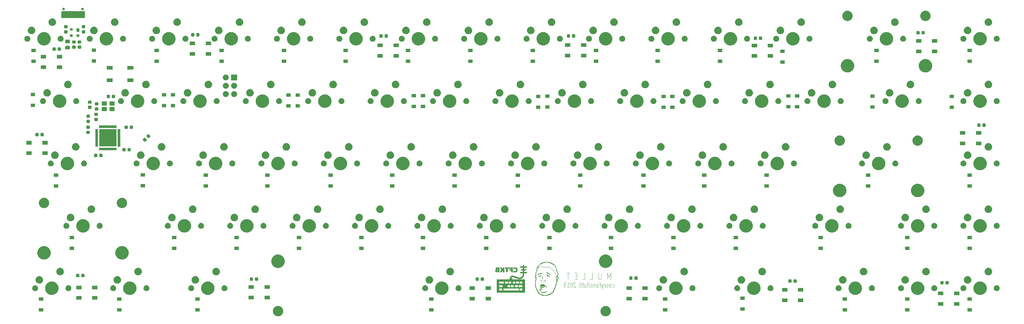
<source format=gbr>
G04 #@! TF.GenerationSoftware,KiCad,Pcbnew,(5.99.0-574-gd3edeaec5)*
G04 #@! TF.CreationDate,2019-12-28T10:11:49-05:00*
G04 #@! TF.ProjectId,mullet-pcb,6d756c6c-6574-42d7-9063-622e6b696361,rev?*
G04 #@! TF.SameCoordinates,Original*
G04 #@! TF.FileFunction,Soldermask,Bot*
G04 #@! TF.FilePolarity,Negative*
%FSLAX46Y46*%
G04 Gerber Fmt 4.6, Leading zero omitted, Abs format (unit mm)*
G04 Created by KiCad (PCBNEW (5.99.0-574-gd3edeaec5)) date 2019-12-28 10:11:49*
%MOMM*%
%LPD*%
G04 APERTURE LIST*
%ADD10C,0.100000*%
%ADD11C,0.075000*%
%ADD12C,0.010000*%
%ADD13C,0.120000*%
G04 APERTURE END LIST*
D10*
X240820542Y-181473361D02*
X240820542Y-179473361D01*
X240320542Y-180901933D01*
X239820542Y-179473361D01*
X239820542Y-181473361D01*
X237963400Y-179473361D02*
X237963400Y-181092409D01*
X237891971Y-181282885D01*
X237820542Y-181378123D01*
X237677685Y-181473361D01*
X237391971Y-181473361D01*
X237249114Y-181378123D01*
X237177685Y-181282885D01*
X237106257Y-181092409D01*
X237106257Y-179473361D01*
X234534828Y-181473361D02*
X235249114Y-181473361D01*
X235249114Y-179473361D01*
X232177685Y-181473361D02*
X232891971Y-181473361D01*
X232891971Y-179473361D01*
X230534828Y-180425742D02*
X230034828Y-180425742D01*
X229820542Y-181473361D02*
X230534828Y-181473361D01*
X230534828Y-179473361D01*
X229820542Y-179473361D01*
X228249114Y-179473361D02*
X227391971Y-179473361D01*
X227820542Y-181473361D02*
X227820542Y-179473361D01*
D11*
X241356257Y-183817342D02*
X241451495Y-183888771D01*
X241641971Y-183888771D01*
X241737209Y-183817342D01*
X241784828Y-183745914D01*
X241832447Y-183603057D01*
X241832447Y-183174485D01*
X241784828Y-183031628D01*
X241737209Y-182960200D01*
X241641971Y-182888771D01*
X241451495Y-182888771D01*
X241356257Y-182960200D01*
X240784828Y-183888771D02*
X240880066Y-183817342D01*
X240927685Y-183745914D01*
X240975304Y-183603057D01*
X240975304Y-183174485D01*
X240927685Y-183031628D01*
X240880066Y-182960200D01*
X240784828Y-182888771D01*
X240641971Y-182888771D01*
X240546733Y-182960200D01*
X240499114Y-183031628D01*
X240451495Y-183174485D01*
X240451495Y-183603057D01*
X240499114Y-183745914D01*
X240546733Y-183817342D01*
X240641971Y-183888771D01*
X240784828Y-183888771D01*
X240070542Y-183817342D02*
X239975304Y-183888771D01*
X239784828Y-183888771D01*
X239689590Y-183817342D01*
X239641971Y-183674485D01*
X239641971Y-183603057D01*
X239689590Y-183460200D01*
X239784828Y-183388771D01*
X239927685Y-183388771D01*
X240022923Y-183317342D01*
X240070542Y-183174485D01*
X240070542Y-183103057D01*
X240022923Y-182960200D01*
X239927685Y-182888771D01*
X239784828Y-182888771D01*
X239689590Y-182960200D01*
X238832447Y-183817342D02*
X238927685Y-183888771D01*
X239118161Y-183888771D01*
X239213400Y-183817342D01*
X239261019Y-183674485D01*
X239261019Y-183103057D01*
X239213400Y-182960200D01*
X239118161Y-182888771D01*
X238927685Y-182888771D01*
X238832447Y-182960200D01*
X238784828Y-183103057D01*
X238784828Y-183245914D01*
X239261019Y-183388771D01*
X238451495Y-182888771D02*
X238213400Y-183888771D01*
X237975304Y-182888771D02*
X238213400Y-183888771D01*
X238308638Y-184245914D01*
X238356257Y-184317342D01*
X238451495Y-184388771D01*
X237737209Y-182888771D02*
X237356257Y-182888771D01*
X237594352Y-183888771D02*
X237594352Y-182603057D01*
X237546733Y-182460200D01*
X237451495Y-182388771D01*
X237356257Y-182388771D01*
X236594352Y-183888771D02*
X236594352Y-183103057D01*
X236641971Y-182960200D01*
X236737209Y-182888771D01*
X236927685Y-182888771D01*
X237022923Y-182960200D01*
X236594352Y-183817342D02*
X236689590Y-183888771D01*
X236927685Y-183888771D01*
X237022923Y-183817342D01*
X237070542Y-183674485D01*
X237070542Y-183531628D01*
X237022923Y-183388771D01*
X236927685Y-183317342D01*
X236689590Y-183317342D01*
X236594352Y-183245914D01*
X236118161Y-182888771D02*
X236118161Y-183888771D01*
X236118161Y-183031628D02*
X236070542Y-182960200D01*
X235975304Y-182888771D01*
X235832447Y-182888771D01*
X235737209Y-182960200D01*
X235689590Y-183103057D01*
X235689590Y-183888771D01*
X235213400Y-182888771D02*
X235213400Y-183888771D01*
X235213400Y-183031628D02*
X235165780Y-182960200D01*
X235070542Y-182888771D01*
X234927685Y-182888771D01*
X234832447Y-182960200D01*
X234784828Y-183103057D01*
X234784828Y-183888771D01*
X234308638Y-183888771D02*
X234308638Y-182888771D01*
X234308638Y-182388771D02*
X234356257Y-182460200D01*
X234308638Y-182531628D01*
X234261019Y-182460200D01*
X234308638Y-182388771D01*
X234308638Y-182531628D01*
X233975304Y-182888771D02*
X233594352Y-182888771D01*
X233832447Y-182388771D02*
X233832447Y-183674485D01*
X233784828Y-183817342D01*
X233689590Y-183888771D01*
X233594352Y-183888771D01*
X232832447Y-182888771D02*
X232832447Y-183888771D01*
X233261019Y-182888771D02*
X233261019Y-183674485D01*
X233213400Y-183817342D01*
X233118161Y-183888771D01*
X232975304Y-183888771D01*
X232880066Y-183817342D01*
X232832447Y-183745914D01*
X232499114Y-182888771D02*
X232118161Y-182888771D01*
X232356257Y-182388771D02*
X232356257Y-183674485D01*
X232308638Y-183817342D01*
X232213400Y-183888771D01*
X232118161Y-183888771D01*
X231927685Y-182888771D02*
X231546733Y-182888771D01*
X231784828Y-182388771D02*
X231784828Y-183674485D01*
X231737209Y-183817342D01*
X231641971Y-183888771D01*
X231546733Y-183888771D01*
X231213400Y-183888771D02*
X231213400Y-182888771D01*
X231213400Y-182388771D02*
X231261019Y-182460200D01*
X231213400Y-182531628D01*
X231165780Y-182460200D01*
X231213400Y-182388771D01*
X231213400Y-182531628D01*
X230022923Y-182531628D02*
X229975304Y-182460200D01*
X229880066Y-182388771D01*
X229641971Y-182388771D01*
X229546733Y-182460200D01*
X229499114Y-182531628D01*
X229451495Y-182674485D01*
X229451495Y-182817342D01*
X229499114Y-183031628D01*
X230070542Y-183888771D01*
X229451495Y-183888771D01*
X228832447Y-182388771D02*
X228737209Y-182388771D01*
X228641971Y-182460200D01*
X228594352Y-182531628D01*
X228546733Y-182674485D01*
X228499114Y-182960200D01*
X228499114Y-183317342D01*
X228546733Y-183603057D01*
X228594352Y-183745914D01*
X228641971Y-183817342D01*
X228737209Y-183888771D01*
X228832447Y-183888771D01*
X228927685Y-183817342D01*
X228975304Y-183745914D01*
X229022923Y-183603057D01*
X229070542Y-183317342D01*
X229070542Y-182960200D01*
X229022923Y-182674485D01*
X228975304Y-182531628D01*
X228927685Y-182460200D01*
X228832447Y-182388771D01*
X227546733Y-183888771D02*
X228118161Y-183888771D01*
X227832447Y-183888771D02*
X227832447Y-182388771D01*
X227927685Y-182603057D01*
X228022923Y-182745914D01*
X228118161Y-182817342D01*
X227070542Y-183888771D02*
X226880066Y-183888771D01*
X226784828Y-183817342D01*
X226737209Y-183745914D01*
X226641971Y-183531628D01*
X226594352Y-183245914D01*
X226594352Y-182674485D01*
X226641971Y-182531628D01*
X226689590Y-182460200D01*
X226784828Y-182388771D01*
X226975304Y-182388771D01*
X227070542Y-182460200D01*
X227118161Y-182531628D01*
X227165780Y-182674485D01*
X227165780Y-183031628D01*
X227118161Y-183174485D01*
X227070542Y-183245914D01*
X226975304Y-183317342D01*
X226784828Y-183317342D01*
X226689590Y-183245914D01*
X226641971Y-183174485D01*
X226594352Y-183031628D01*
G36*
X220033208Y-180653700D02*
G01*
X220046595Y-180717502D01*
X220032105Y-180837873D01*
X219990343Y-180975224D01*
X219928642Y-181098373D01*
X219878355Y-181164091D01*
X219841072Y-181183875D01*
X219840427Y-181138632D01*
X219882710Y-181036794D01*
X219884172Y-181033946D01*
X219929853Y-180920753D01*
X219948781Y-180826409D01*
X219950356Y-180785483D01*
X219968504Y-180690676D01*
X219999330Y-180640183D01*
X220033208Y-180653700D01*
G37*
D12*
X220033208Y-180653700D02*
X220046595Y-180717502D01*
X220032105Y-180837873D01*
X219990343Y-180975224D01*
X219928642Y-181098373D01*
X219878355Y-181164091D01*
X219841072Y-181183875D01*
X219840427Y-181138632D01*
X219882710Y-181036794D01*
X219884172Y-181033946D01*
X219929853Y-180920753D01*
X219948781Y-180826409D01*
X219950356Y-180785483D01*
X219968504Y-180690676D01*
X219999330Y-180640183D01*
X220033208Y-180653700D01*
G36*
X219681340Y-180281129D02*
G01*
X219696742Y-180298606D01*
X219725481Y-180346336D01*
X219692891Y-180358429D01*
X219664200Y-180355073D01*
X219576778Y-180321591D01*
X219563553Y-180314309D01*
X219475536Y-180300910D01*
X219395770Y-180329136D01*
X219361012Y-180387720D01*
X219353443Y-180436068D01*
X219317552Y-180529766D01*
X219280157Y-180573842D01*
X219206429Y-180607229D01*
X219138765Y-180600633D01*
X219109112Y-180550827D01*
X219108533Y-180541998D01*
X219064125Y-180483146D01*
X218966366Y-180455559D01*
X218839789Y-180466886D01*
X218765988Y-180475354D01*
X218731260Y-180447590D01*
X218731985Y-180433455D01*
X218745051Y-180410677D01*
X218788486Y-180396575D01*
X218880132Y-180387115D01*
X219037834Y-180378260D01*
X219098915Y-180372703D01*
X219227176Y-180345412D01*
X219310726Y-180306100D01*
X219325831Y-180293699D01*
X219452619Y-180231669D01*
X219580971Y-180226815D01*
X219681340Y-180281129D01*
G37*
X219681340Y-180281129D02*
X219696742Y-180298606D01*
X219725481Y-180346336D01*
X219692891Y-180358429D01*
X219664200Y-180355073D01*
X219576778Y-180321591D01*
X219563553Y-180314309D01*
X219475536Y-180300910D01*
X219395770Y-180329136D01*
X219361012Y-180387720D01*
X219353443Y-180436068D01*
X219317552Y-180529766D01*
X219280157Y-180573842D01*
X219206429Y-180607229D01*
X219138765Y-180600633D01*
X219109112Y-180550827D01*
X219108533Y-180541998D01*
X219064125Y-180483146D01*
X218966366Y-180455559D01*
X218839789Y-180466886D01*
X218765988Y-180475354D01*
X218731260Y-180447590D01*
X218731985Y-180433455D01*
X218745051Y-180410677D01*
X218788486Y-180396575D01*
X218880132Y-180387115D01*
X219037834Y-180378260D01*
X219098915Y-180372703D01*
X219227176Y-180345412D01*
X219310726Y-180306100D01*
X219325831Y-180293699D01*
X219452619Y-180231669D01*
X219580971Y-180226815D01*
X219681340Y-180281129D01*
G36*
X221334236Y-185063225D02*
G01*
X221305506Y-185130657D01*
X221213940Y-185220525D01*
X221078240Y-185313305D01*
X220917724Y-185397630D01*
X220751713Y-185462136D01*
X220599525Y-185495457D01*
X220508520Y-185501913D01*
X220224338Y-185493016D01*
X219941862Y-185446278D01*
X219687616Y-185367282D01*
X219488122Y-185261608D01*
X219426573Y-185208129D01*
X219414493Y-185167504D01*
X219467742Y-185162214D01*
X219578016Y-185198121D01*
X219648815Y-185226939D01*
X219984782Y-185324116D01*
X220322218Y-185362074D01*
X220641673Y-185339964D01*
X220923700Y-185256935D01*
X221016319Y-185212258D01*
X221133551Y-185144262D01*
X221202930Y-185089001D01*
X221253311Y-185040717D01*
X221310632Y-185021787D01*
X221334236Y-185063225D01*
G37*
X221334236Y-185063225D02*
X221305506Y-185130657D01*
X221213940Y-185220525D01*
X221078240Y-185313305D01*
X220917724Y-185397630D01*
X220751713Y-185462136D01*
X220599525Y-185495457D01*
X220508520Y-185501913D01*
X220224338Y-185493016D01*
X219941862Y-185446278D01*
X219687616Y-185367282D01*
X219488122Y-185261608D01*
X219426573Y-185208129D01*
X219414493Y-185167504D01*
X219467742Y-185162214D01*
X219578016Y-185198121D01*
X219648815Y-185226939D01*
X219984782Y-185324116D01*
X220322218Y-185362074D01*
X220641673Y-185339964D01*
X220923700Y-185256935D01*
X221016319Y-185212258D01*
X221133551Y-185144262D01*
X221202930Y-185089001D01*
X221253311Y-185040717D01*
X221310632Y-185021787D01*
X221334236Y-185063225D01*
G36*
X219887042Y-179494231D02*
G01*
X219846154Y-179598860D01*
X219754782Y-179710964D01*
X219618965Y-179760149D01*
X219439300Y-179738905D01*
X219395475Y-179729748D01*
X219214378Y-179729622D01*
X219011114Y-179771217D01*
X218818849Y-179845678D01*
X218670749Y-179944146D01*
X218665328Y-179949168D01*
X218574639Y-180015189D01*
X218529803Y-180016907D01*
X218539224Y-179964862D01*
X218611307Y-179869595D01*
X218709195Y-179782148D01*
X218872480Y-179695518D01*
X219081353Y-179646154D01*
X219352915Y-179628496D01*
X219451033Y-179626892D01*
X219590643Y-179619884D01*
X219678052Y-179603295D01*
X219734288Y-179571788D01*
X219780374Y-179520030D01*
X219837911Y-179457339D01*
X219881719Y-179443971D01*
X219887042Y-179494231D01*
G37*
X219887042Y-179494231D02*
X219846154Y-179598860D01*
X219754782Y-179710964D01*
X219618965Y-179760149D01*
X219439300Y-179738905D01*
X219395475Y-179729748D01*
X219214378Y-179729622D01*
X219011114Y-179771217D01*
X218818849Y-179845678D01*
X218670749Y-179944146D01*
X218665328Y-179949168D01*
X218574639Y-180015189D01*
X218529803Y-180016907D01*
X218539224Y-179964862D01*
X218611307Y-179869595D01*
X218709195Y-179782148D01*
X218872480Y-179695518D01*
X219081353Y-179646154D01*
X219352915Y-179628496D01*
X219451033Y-179626892D01*
X219590643Y-179619884D01*
X219678052Y-179603295D01*
X219734288Y-179571788D01*
X219780374Y-179520030D01*
X219837911Y-179457339D01*
X219881719Y-179443971D01*
X219887042Y-179494231D01*
G36*
X224517617Y-181034594D02*
G01*
X224453929Y-181123698D01*
X224444413Y-181135470D01*
X224396216Y-181252573D01*
X224373433Y-181427657D01*
X224367173Y-181511860D01*
X224345789Y-181649021D01*
X224317057Y-181740799D01*
X224291930Y-181780504D01*
X224237423Y-181825728D01*
X224202721Y-181809820D01*
X224207974Y-181734031D01*
X224223573Y-181666471D01*
X224246441Y-181532873D01*
X224267505Y-181377402D01*
X224283505Y-181268676D01*
X224322885Y-181130494D01*
X224380192Y-181053366D01*
X224455239Y-181005164D01*
X224515276Y-180992433D01*
X224517617Y-181034594D01*
G37*
X224517617Y-181034594D02*
X224453929Y-181123698D01*
X224444413Y-181135470D01*
X224396216Y-181252573D01*
X224373433Y-181427657D01*
X224367173Y-181511860D01*
X224345789Y-181649021D01*
X224317057Y-181740799D01*
X224291930Y-181780504D01*
X224237423Y-181825728D01*
X224202721Y-181809820D01*
X224207974Y-181734031D01*
X224223573Y-181666471D01*
X224246441Y-181532873D01*
X224267505Y-181377402D01*
X224283505Y-181268676D01*
X224322885Y-181130494D01*
X224380192Y-181053366D01*
X224455239Y-181005164D01*
X224515276Y-180992433D01*
X224517617Y-181034594D01*
G36*
X220805900Y-181790329D02*
G01*
X220889104Y-181867787D01*
X220892992Y-181871695D01*
X220970950Y-181965855D01*
X220984501Y-182017177D01*
X220938266Y-182017590D01*
X220836866Y-181959024D01*
X220828642Y-181953164D01*
X220742012Y-181895221D01*
X220680055Y-181878580D01*
X220611128Y-181904799D01*
X220503585Y-181975435D01*
X220462764Y-182001776D01*
X220357596Y-182057915D01*
X220285399Y-182080186D01*
X220278207Y-182079605D01*
X220271350Y-182054284D01*
X220317919Y-182001043D01*
X220401932Y-181933061D01*
X220507408Y-181863519D01*
X220618365Y-181805596D01*
X220669743Y-181783633D01*
X220744822Y-181765044D01*
X220805900Y-181790329D01*
G37*
X220805900Y-181790329D02*
X220889104Y-181867787D01*
X220892992Y-181871695D01*
X220970950Y-181965855D01*
X220984501Y-182017177D01*
X220938266Y-182017590D01*
X220836866Y-181959024D01*
X220828642Y-181953164D01*
X220742012Y-181895221D01*
X220680055Y-181878580D01*
X220611128Y-181904799D01*
X220503585Y-181975435D01*
X220462764Y-182001776D01*
X220357596Y-182057915D01*
X220285399Y-182080186D01*
X220278207Y-182079605D01*
X220271350Y-182054284D01*
X220317919Y-182001043D01*
X220401932Y-181933061D01*
X220507408Y-181863519D01*
X220618365Y-181805596D01*
X220669743Y-181783633D01*
X220744822Y-181765044D01*
X220805900Y-181790329D01*
G36*
X220888354Y-183577082D02*
G01*
X220860670Y-183621600D01*
X220773216Y-183611432D01*
X220701426Y-183594463D01*
X220567515Y-183572032D01*
X220410599Y-183551849D01*
X220275027Y-183534240D01*
X220144476Y-183511390D01*
X220067455Y-183490634D01*
X220058509Y-183487082D01*
X219993276Y-183495644D01*
X219951046Y-183557256D01*
X219938517Y-183575536D01*
X219889602Y-183733073D01*
X219881158Y-183769392D01*
X219878005Y-183826250D01*
X219917748Y-183840111D01*
X220020240Y-183824936D01*
X220180403Y-183801191D01*
X220352791Y-183789573D01*
X220472334Y-183799432D01*
X220524826Y-183830609D01*
X220526178Y-183836199D01*
X220491934Y-183868751D01*
X220377574Y-183878226D01*
X220357852Y-183878298D01*
X220224480Y-183893072D01*
X220120747Y-183925509D01*
X220043460Y-183952648D01*
X219921658Y-183961859D01*
X219903089Y-183959959D01*
X219851449Y-183966126D01*
X219811454Y-184004504D01*
X219771487Y-184091256D01*
X219719934Y-184242543D01*
X219665026Y-184406032D01*
X219602834Y-184580603D01*
X219551405Y-184714544D01*
X219534247Y-184755315D01*
X219487544Y-184843112D01*
X219438979Y-184874176D01*
X219367075Y-184866174D01*
X219278569Y-184844165D01*
X219197373Y-184815201D01*
X219146589Y-184773787D01*
X219125800Y-184708800D01*
X219134591Y-184609115D01*
X219142081Y-184580396D01*
X219210286Y-184580396D01*
X219230744Y-184633096D01*
X219322722Y-184678366D01*
X219336411Y-184683127D01*
X219424413Y-184713101D01*
X219463753Y-184725353D01*
X219464664Y-184724520D01*
X219483252Y-184676914D01*
X219519519Y-184568521D01*
X219568161Y-184416597D01*
X219623874Y-184238398D01*
X219681353Y-184051180D01*
X219735292Y-183872201D01*
X219780388Y-183718716D01*
X219811336Y-183607982D01*
X219822831Y-183557256D01*
X219820608Y-183540754D01*
X219784281Y-183507832D01*
X219763968Y-183505923D01*
X219685793Y-183484832D01*
X219668117Y-183482011D01*
X219615704Y-183523009D01*
X219560518Y-183642270D01*
X219550614Y-183669528D01*
X219498447Y-183811417D01*
X219433694Y-183985770D01*
X219364692Y-184170343D01*
X219299775Y-184342888D01*
X219247280Y-184481159D01*
X219215543Y-184562911D01*
X219210286Y-184580396D01*
X219142081Y-184580396D01*
X219172544Y-184463610D01*
X219239242Y-184261160D01*
X219334269Y-183990642D01*
X219380538Y-183859529D01*
X219450645Y-183657631D01*
X219495598Y-183520101D01*
X219517688Y-183437294D01*
X219519209Y-183399565D01*
X219502452Y-183397269D01*
X219469709Y-183420763D01*
X219448435Y-183436336D01*
X219398056Y-183440717D01*
X219382747Y-183371874D01*
X219390838Y-183317585D01*
X219711332Y-183317585D01*
X219746925Y-183387752D01*
X219780327Y-183406862D01*
X219844573Y-183416829D01*
X219864814Y-183358412D01*
X219858879Y-183328400D01*
X219823463Y-183318516D01*
X219820644Y-183320072D01*
X219799992Y-183299370D01*
X219809025Y-183209507D01*
X219810146Y-183192956D01*
X219864814Y-183192956D01*
X219885806Y-183213948D01*
X219906797Y-183192956D01*
X219885806Y-183171964D01*
X219864814Y-183192956D01*
X219810146Y-183192956D01*
X219814967Y-183121784D01*
X219792769Y-183100735D01*
X219756423Y-183142167D01*
X219720088Y-183241056D01*
X219711332Y-183317585D01*
X219390838Y-183317585D01*
X219403501Y-183232622D01*
X219426461Y-183151083D01*
X219503448Y-183016938D01*
X219616385Y-182957319D01*
X219768611Y-182969822D01*
X219810213Y-182979049D01*
X219965428Y-182993188D01*
X220124553Y-182985962D01*
X220139632Y-182984065D01*
X220311721Y-182983112D01*
X220458579Y-183031968D01*
X220598358Y-183140269D01*
X220643163Y-183192956D01*
X220749204Y-183317652D01*
X220765711Y-183339828D01*
X220777605Y-183358412D01*
X220856593Y-183481838D01*
X220888354Y-183577082D01*
G37*
X220888354Y-183577082D02*
X220860670Y-183621600D01*
X220773216Y-183611432D01*
X220701426Y-183594463D01*
X220567515Y-183572032D01*
X220410599Y-183551849D01*
X220275027Y-183534240D01*
X220144476Y-183511390D01*
X220067455Y-183490634D01*
X220058509Y-183487082D01*
X219993276Y-183495644D01*
X219951046Y-183557256D01*
X219938517Y-183575536D01*
X219889602Y-183733073D01*
X219881158Y-183769392D01*
X219878005Y-183826250D01*
X219917748Y-183840111D01*
X220020240Y-183824936D01*
X220180403Y-183801191D01*
X220352791Y-183789573D01*
X220472334Y-183799432D01*
X220524826Y-183830609D01*
X220526178Y-183836199D01*
X220491934Y-183868751D01*
X220377574Y-183878226D01*
X220357852Y-183878298D01*
X220224480Y-183893072D01*
X220120747Y-183925509D01*
X220043460Y-183952648D01*
X219921658Y-183961859D01*
X219903089Y-183959959D01*
X219851449Y-183966126D01*
X219811454Y-184004504D01*
X219771487Y-184091256D01*
X219719934Y-184242543D01*
X219665026Y-184406032D01*
X219602834Y-184580603D01*
X219551405Y-184714544D01*
X219534247Y-184755315D01*
X219487544Y-184843112D01*
X219438979Y-184874176D01*
X219367075Y-184866174D01*
X219278569Y-184844165D01*
X219197373Y-184815201D01*
X219146589Y-184773787D01*
X219125800Y-184708800D01*
X219134591Y-184609115D01*
X219142081Y-184580396D01*
X219210286Y-184580396D01*
X219230744Y-184633096D01*
X219322722Y-184678366D01*
X219336411Y-184683127D01*
X219424413Y-184713101D01*
X219463753Y-184725353D01*
X219464664Y-184724520D01*
X219483252Y-184676914D01*
X219519519Y-184568521D01*
X219568161Y-184416597D01*
X219623874Y-184238398D01*
X219681353Y-184051180D01*
X219735292Y-183872201D01*
X219780388Y-183718716D01*
X219811336Y-183607982D01*
X219822831Y-183557256D01*
X219820608Y-183540754D01*
X219784281Y-183507832D01*
X219763968Y-183505923D01*
X219685793Y-183484832D01*
X219668117Y-183482011D01*
X219615704Y-183523009D01*
X219560518Y-183642270D01*
X219550614Y-183669528D01*
X219498447Y-183811417D01*
X219433694Y-183985770D01*
X219364692Y-184170343D01*
X219299775Y-184342888D01*
X219247280Y-184481159D01*
X219215543Y-184562911D01*
X219210286Y-184580396D01*
X219142081Y-184580396D01*
X219172544Y-184463610D01*
X219239242Y-184261160D01*
X219334269Y-183990642D01*
X219380538Y-183859529D01*
X219450645Y-183657631D01*
X219495598Y-183520101D01*
X219517688Y-183437294D01*
X219519209Y-183399565D01*
X219502452Y-183397269D01*
X219469709Y-183420763D01*
X219448435Y-183436336D01*
X219398056Y-183440717D01*
X219382747Y-183371874D01*
X219390838Y-183317585D01*
X219711332Y-183317585D01*
X219746925Y-183387752D01*
X219780327Y-183406862D01*
X219844573Y-183416829D01*
X219864814Y-183358412D01*
X219858879Y-183328400D01*
X219823463Y-183318516D01*
X219820644Y-183320072D01*
X219799992Y-183299370D01*
X219809025Y-183209507D01*
X219810146Y-183192956D01*
X219864814Y-183192956D01*
X219885806Y-183213948D01*
X219906797Y-183192956D01*
X219885806Y-183171964D01*
X219864814Y-183192956D01*
X219810146Y-183192956D01*
X219814967Y-183121784D01*
X219792769Y-183100735D01*
X219756423Y-183142167D01*
X219720088Y-183241056D01*
X219711332Y-183317585D01*
X219390838Y-183317585D01*
X219403501Y-183232622D01*
X219426461Y-183151083D01*
X219503448Y-183016938D01*
X219616385Y-182957319D01*
X219768611Y-182969822D01*
X219810213Y-182979049D01*
X219965428Y-182993188D01*
X220124553Y-182985962D01*
X220139632Y-182984065D01*
X220311721Y-182983112D01*
X220458579Y-183031968D01*
X220598358Y-183140269D01*
X220643163Y-183192956D01*
X220749204Y-183317652D01*
X220765711Y-183339828D01*
X220777605Y-183358412D01*
X220856593Y-183481838D01*
X220888354Y-183577082D01*
G36*
X219259827Y-183304057D02*
G01*
X219272073Y-183340433D01*
X219233585Y-183426625D01*
X219187591Y-183495774D01*
X219159817Y-183490127D01*
X219151095Y-183402873D01*
X219163421Y-183334411D01*
X219214070Y-183297915D01*
X219259827Y-183304057D01*
G37*
X219259827Y-183304057D02*
X219272073Y-183340433D01*
X219233585Y-183426625D01*
X219187591Y-183495774D01*
X219159817Y-183490127D01*
X219151095Y-183402873D01*
X219163421Y-183334411D01*
X219214070Y-183297915D01*
X219259827Y-183304057D01*
G36*
X219604278Y-181748756D02*
G01*
X219728984Y-181848349D01*
X219784138Y-181902324D01*
X219836746Y-181971599D01*
X219818842Y-181995291D01*
X219756464Y-181975478D01*
X219675888Y-181912460D01*
X219607941Y-181857976D01*
X219522439Y-181828493D01*
X219479561Y-181817893D01*
X219444979Y-181765518D01*
X219455133Y-181723458D01*
X219509955Y-181706239D01*
X219604278Y-181748756D01*
G37*
X219604278Y-181748756D02*
X219728984Y-181848349D01*
X219784138Y-181902324D01*
X219836746Y-181971599D01*
X219818842Y-181995291D01*
X219756464Y-181975478D01*
X219675888Y-181912460D01*
X219607941Y-181857976D01*
X219522439Y-181828493D01*
X219479561Y-181817893D01*
X219444979Y-181765518D01*
X219455133Y-181723458D01*
X219509955Y-181706239D01*
X219604278Y-181748756D01*
G36*
X221514024Y-179910869D02*
G01*
X221584266Y-180015725D01*
X221613977Y-180078719D01*
X221701687Y-180207846D01*
X221830874Y-180329106D01*
X222020025Y-180461404D01*
X222138165Y-180544772D01*
X222224789Y-180621280D01*
X222257872Y-180672175D01*
X222237109Y-180690051D01*
X222158476Y-180664022D01*
X222018005Y-180586357D01*
X221896927Y-180511531D01*
X221793764Y-180443931D01*
X221739962Y-180403741D01*
X221695638Y-180388530D01*
X221600839Y-180411560D01*
X221541308Y-180430712D01*
X221460827Y-180422305D01*
X221428795Y-180371594D01*
X221462480Y-180293333D01*
X221480049Y-180270640D01*
X221492967Y-180218018D01*
X221437814Y-180163945D01*
X221411037Y-180143415D01*
X221381324Y-180101561D01*
X221418202Y-180065188D01*
X221437205Y-180052416D01*
X221453587Y-180017184D01*
X221401142Y-179968295D01*
X221357341Y-179924212D01*
X221366070Y-179882534D01*
X221428177Y-179867845D01*
X221514024Y-179910869D01*
G37*
X221514024Y-179910869D02*
X221584266Y-180015725D01*
X221613977Y-180078719D01*
X221701687Y-180207846D01*
X221830874Y-180329106D01*
X222020025Y-180461404D01*
X222138165Y-180544772D01*
X222224789Y-180621280D01*
X222257872Y-180672175D01*
X222237109Y-180690051D01*
X222158476Y-180664022D01*
X222018005Y-180586357D01*
X221896927Y-180511531D01*
X221793764Y-180443931D01*
X221739962Y-180403741D01*
X221695638Y-180388530D01*
X221600839Y-180411560D01*
X221541308Y-180430712D01*
X221460827Y-180422305D01*
X221428795Y-180371594D01*
X221462480Y-180293333D01*
X221480049Y-180270640D01*
X221492967Y-180218018D01*
X221437814Y-180163945D01*
X221411037Y-180143415D01*
X221381324Y-180101561D01*
X221418202Y-180065188D01*
X221437205Y-180052416D01*
X221453587Y-180017184D01*
X221401142Y-179968295D01*
X221357341Y-179924212D01*
X221366070Y-179882534D01*
X221428177Y-179867845D01*
X221514024Y-179910869D01*
G36*
X221183975Y-183528621D02*
G01*
X221199747Y-183609757D01*
X221194959Y-183710111D01*
X221167413Y-183799640D01*
X221137667Y-183843671D01*
X221086208Y-183882670D01*
X221053738Y-183873091D01*
X221062902Y-183812212D01*
X221084037Y-183738710D01*
X221098882Y-183623424D01*
X221113137Y-183542260D01*
X221145310Y-183497474D01*
X221149840Y-183496747D01*
X221183975Y-183528621D01*
G37*
X221183975Y-183528621D02*
X221199747Y-183609757D01*
X221194959Y-183710111D01*
X221167413Y-183799640D01*
X221137667Y-183843671D01*
X221086208Y-183882670D01*
X221053738Y-183873091D01*
X221062902Y-183812212D01*
X221084037Y-183738710D01*
X221098882Y-183623424D01*
X221113137Y-183542260D01*
X221145310Y-183497474D01*
X221149840Y-183496747D01*
X221183975Y-183528621D01*
G36*
X224802656Y-181359214D02*
G01*
X224715092Y-181492626D01*
X224702426Y-181507350D01*
X224625338Y-181627238D01*
X224565852Y-181763867D01*
X224547429Y-181817109D01*
X224484705Y-181973314D01*
X224413846Y-182126823D01*
X224379182Y-182200188D01*
X224333110Y-182316528D01*
X224315062Y-182391561D01*
X224308423Y-182440923D01*
X224282373Y-182561223D01*
X224241848Y-182725313D01*
X224192499Y-182912425D01*
X224139981Y-183101793D01*
X224089946Y-183272652D01*
X224048046Y-183404235D01*
X224019934Y-183475775D01*
X223999497Y-183522367D01*
X223979104Y-183622717D01*
X223966476Y-183679628D01*
X223922658Y-183793139D01*
X223858324Y-183927667D01*
X223802204Y-184046614D01*
X223732404Y-184213860D01*
X223659117Y-184403742D01*
X223589559Y-184596255D01*
X223530942Y-184771396D01*
X223490482Y-184909158D01*
X223475393Y-184989539D01*
X223450007Y-185054469D01*
X223373801Y-185162280D01*
X223261168Y-185293431D01*
X223126712Y-185432058D01*
X222985035Y-185562292D01*
X222850739Y-185668268D01*
X222849760Y-185668957D01*
X222728430Y-185756214D01*
X222636477Y-185825660D01*
X222593740Y-185862314D01*
X222568544Y-185880769D01*
X222483150Y-185926786D01*
X222362831Y-185983369D01*
X222290163Y-186015841D01*
X222106726Y-186098860D01*
X221935100Y-186177669D01*
X221843331Y-186216985D01*
X221711920Y-186262788D01*
X221620224Y-186281968D01*
X221600326Y-186283457D01*
X221486321Y-186304978D01*
X221355227Y-186342902D01*
X221302219Y-186357791D01*
X221148552Y-186380175D01*
X220931649Y-186390229D01*
X220641508Y-186388591D01*
X220344872Y-186374037D01*
X220021930Y-186330214D01*
X219740024Y-186251949D01*
X219476845Y-186132652D01*
X219210089Y-185965734D01*
X219176532Y-185942444D01*
X219049109Y-185857213D01*
X218952353Y-185797465D01*
X218905037Y-185774940D01*
X218875973Y-185765820D01*
X218796466Y-185694316D01*
X218695858Y-185560260D01*
X218581337Y-185373826D01*
X218460092Y-185145188D01*
X218401746Y-185027928D01*
X218314922Y-184854663D01*
X218242339Y-184711243D01*
X218195456Y-184620394D01*
X218166669Y-184565735D01*
X218122537Y-184477511D01*
X218085819Y-184392617D01*
X218048582Y-184290126D01*
X218002896Y-184149115D01*
X217940827Y-183948659D01*
X217918137Y-183871342D01*
X217854072Y-183619056D01*
X217798171Y-183353662D01*
X217760481Y-183121249D01*
X217747437Y-183014762D01*
X217735745Y-182897744D01*
X217730719Y-182789155D01*
X217730747Y-182788044D01*
X217841807Y-182788044D01*
X217843847Y-182852077D01*
X217871979Y-183141662D01*
X217927143Y-183453159D01*
X218003023Y-183760104D01*
X218093305Y-184036030D01*
X218191675Y-184254474D01*
X218231761Y-184326748D01*
X218281001Y-184416041D01*
X218322026Y-184492233D01*
X218363946Y-184572988D01*
X218415872Y-184675966D01*
X218486916Y-184818828D01*
X218586188Y-185019237D01*
X218643734Y-185130891D01*
X218744557Y-185309520D01*
X218839864Y-185460120D01*
X218914930Y-185558535D01*
X219113964Y-185739713D01*
X219428620Y-185938249D01*
X219810367Y-186096731D01*
X220263657Y-186217333D01*
X220281764Y-186221070D01*
X220514069Y-186258942D01*
X220732032Y-186270537D01*
X220966987Y-186255764D01*
X221250269Y-186214535D01*
X221534303Y-186156957D01*
X221903254Y-186045596D01*
X222250578Y-185889544D01*
X222609485Y-185675635D01*
X222801581Y-185541657D01*
X223033944Y-185344328D01*
X223209893Y-185136410D01*
X223344431Y-184898996D01*
X223452560Y-184613180D01*
X223478222Y-184536026D01*
X223557131Y-184322809D01*
X223651808Y-184089463D01*
X223747027Y-183874202D01*
X223814761Y-183724802D01*
X223884905Y-183554791D01*
X223949344Y-183376128D01*
X224014169Y-183170509D01*
X224085471Y-182919630D01*
X224169343Y-182605188D01*
X224188286Y-182533697D01*
X224225718Y-182396933D01*
X224253570Y-182300807D01*
X224253617Y-182300653D01*
X224261791Y-182227109D01*
X224216477Y-182206345D01*
X224175277Y-182191348D01*
X224115177Y-182133674D01*
X224074537Y-182062672D01*
X224076663Y-182010914D01*
X224109033Y-182010149D01*
X224181614Y-182043472D01*
X224191548Y-182049411D01*
X224268804Y-182070788D01*
X224336913Y-182033284D01*
X224403865Y-181928977D01*
X224477650Y-181749945D01*
X224523329Y-181640303D01*
X224601011Y-181492843D01*
X224675580Y-181387687D01*
X224777369Y-181228641D01*
X224808116Y-181048564D01*
X224759563Y-180869980D01*
X224725230Y-180814402D01*
X224615626Y-180725669D01*
X224465744Y-180705107D01*
X224269191Y-180751168D01*
X224253704Y-180756618D01*
X224079182Y-180808047D01*
X223973030Y-180817151D01*
X223937211Y-180783735D01*
X223968003Y-180732670D01*
X224062184Y-180668060D01*
X224200039Y-180605554D01*
X224361448Y-180555953D01*
X224465337Y-180526665D01*
X224541039Y-180485281D01*
X224586196Y-180418982D01*
X224606141Y-180313132D01*
X224606210Y-180153094D01*
X224591741Y-179924231D01*
X224568404Y-179686521D01*
X224531069Y-179449931D01*
X224485497Y-179269571D01*
X224434533Y-179159291D01*
X224428442Y-179149710D01*
X224391146Y-179062006D01*
X224340273Y-178911596D01*
X224280551Y-178713957D01*
X224216706Y-178484568D01*
X224153464Y-178238907D01*
X224091385Y-178002930D01*
X224007902Y-177743103D01*
X223917249Y-177534468D01*
X223810968Y-177358376D01*
X223680604Y-177196178D01*
X223658957Y-177172439D01*
X223555083Y-177067786D01*
X223473112Y-176999719D01*
X223429200Y-176982004D01*
X223416679Y-176987355D01*
X223391426Y-176963324D01*
X223391426Y-176963294D01*
X223354923Y-176925110D01*
X223255256Y-176861898D01*
X223106893Y-176780578D01*
X222924299Y-176688069D01*
X222721941Y-176591289D01*
X222514287Y-176497159D01*
X222315802Y-176412596D01*
X222140953Y-176344520D01*
X222004206Y-176299850D01*
X221964826Y-176289581D01*
X221630641Y-176229784D01*
X221266685Y-176205326D01*
X220899704Y-176215618D01*
X220556446Y-176260074D01*
X220263657Y-176338105D01*
X220227887Y-176351564D01*
X220059926Y-176421396D01*
X219869019Y-176508634D01*
X219675221Y-176603255D01*
X219498589Y-176695236D01*
X219359178Y-176774553D01*
X219277045Y-176831182D01*
X219181344Y-176914986D01*
X219087118Y-176994302D01*
X219082465Y-176998205D01*
X219014984Y-177066892D01*
X218920669Y-177175913D01*
X218813084Y-177307908D01*
X218705795Y-177445515D01*
X218612365Y-177571374D01*
X218546359Y-177668125D01*
X218521343Y-177718405D01*
X218526589Y-177741227D01*
X218570254Y-177751667D01*
X218638897Y-177705716D01*
X218668712Y-177684470D01*
X218726398Y-177688575D01*
X218757386Y-177742087D01*
X218740869Y-177821402D01*
X218738678Y-177825155D01*
X218673329Y-177882777D01*
X218586830Y-177907810D01*
X218510487Y-177897151D01*
X218475605Y-177847695D01*
X218466533Y-177819383D01*
X218448325Y-177855633D01*
X218424844Y-177940056D01*
X218399891Y-178055092D01*
X218377269Y-178183185D01*
X218360777Y-178306776D01*
X218354219Y-178408308D01*
X218347039Y-178508556D01*
X218298403Y-178723631D01*
X218201204Y-178993023D01*
X218096870Y-179276989D01*
X218026072Y-179553584D01*
X217993403Y-179830467D01*
X217995882Y-180133786D01*
X218030527Y-180489689D01*
X218059180Y-180749434D01*
X218059773Y-180760014D01*
X218072096Y-180979988D01*
X218067084Y-181199084D01*
X218042620Y-181429703D01*
X217997181Y-181694821D01*
X217929242Y-182017419D01*
X217861988Y-182414603D01*
X217841807Y-182788044D01*
X217730747Y-182788044D01*
X217733646Y-182676005D01*
X217745817Y-182545308D01*
X217768519Y-182384074D01*
X217803042Y-182179316D01*
X217850674Y-181918045D01*
X217912705Y-181587274D01*
X217930314Y-181491748D01*
X217952313Y-181349463D01*
X217956295Y-181253953D01*
X217942108Y-181181655D01*
X217909600Y-181109006D01*
X217892565Y-181072501D01*
X217866564Y-180989751D01*
X217850701Y-180883298D01*
X217844693Y-180741181D01*
X217845868Y-180678619D01*
X217902468Y-180678619D01*
X217924256Y-180806976D01*
X217966880Y-180967832D01*
X217971219Y-180760014D01*
X217970101Y-180653113D01*
X217956940Y-180592771D01*
X217928595Y-180599158D01*
X217923074Y-180605283D01*
X217902468Y-180678619D01*
X217845868Y-180678619D01*
X217848257Y-180551436D01*
X217861112Y-180302104D01*
X217882974Y-179981221D01*
X217891556Y-179867479D01*
X217911299Y-179652838D01*
X217935002Y-179486970D01*
X217967821Y-179345334D01*
X218014910Y-179203389D01*
X218081426Y-179036593D01*
X218129980Y-178915611D01*
X218199780Y-178707487D01*
X218241754Y-178509655D01*
X218265970Y-178280890D01*
X218277269Y-178149261D01*
X218303844Y-177969458D01*
X218345319Y-177827221D01*
X218408849Y-177693121D01*
X218480690Y-177570448D01*
X218765409Y-177188403D01*
X219116502Y-176846900D01*
X219524724Y-176554029D01*
X219980828Y-176317878D01*
X220027781Y-176298124D01*
X220351230Y-176187330D01*
X220686946Y-176119825D01*
X221056429Y-176092520D01*
X221481178Y-176102327D01*
X221590310Y-176110060D01*
X221861059Y-176143434D01*
X222116198Y-176200375D01*
X222376547Y-176287420D01*
X222662925Y-176411105D01*
X222996152Y-176577967D01*
X223079934Y-176622230D01*
X223294364Y-176741279D01*
X223458132Y-176845802D01*
X223590850Y-176950730D01*
X223712130Y-177070990D01*
X223841585Y-177221511D01*
X223947471Y-177375436D01*
X224085219Y-177659400D01*
X224213186Y-178026040D01*
X224331202Y-178474922D01*
X224366519Y-178609291D01*
X224430957Y-178811564D01*
X224497651Y-178984309D01*
X224552929Y-179123096D01*
X224638207Y-179408567D01*
X224698176Y-179710373D01*
X224729812Y-180005636D01*
X224730092Y-180271478D01*
X224695993Y-180485022D01*
X224691883Y-180500796D01*
X224695987Y-180600199D01*
X224763165Y-180708671D01*
X224768057Y-180714703D01*
X224841984Y-180827187D01*
X224887357Y-180932888D01*
X224894654Y-181028590D01*
X224891187Y-181048564D01*
X224866194Y-181192565D01*
X224802656Y-181359214D01*
G37*
X224802656Y-181359214D02*
X224715092Y-181492626D01*
X224702426Y-181507350D01*
X224625338Y-181627238D01*
X224565852Y-181763867D01*
X224547429Y-181817109D01*
X224484705Y-181973314D01*
X224413846Y-182126823D01*
X224379182Y-182200188D01*
X224333110Y-182316528D01*
X224315062Y-182391561D01*
X224308423Y-182440923D01*
X224282373Y-182561223D01*
X224241848Y-182725313D01*
X224192499Y-182912425D01*
X224139981Y-183101793D01*
X224089946Y-183272652D01*
X224048046Y-183404235D01*
X224019934Y-183475775D01*
X223999497Y-183522367D01*
X223979104Y-183622717D01*
X223966476Y-183679628D01*
X223922658Y-183793139D01*
X223858324Y-183927667D01*
X223802204Y-184046614D01*
X223732404Y-184213860D01*
X223659117Y-184403742D01*
X223589559Y-184596255D01*
X223530942Y-184771396D01*
X223490482Y-184909158D01*
X223475393Y-184989539D01*
X223450007Y-185054469D01*
X223373801Y-185162280D01*
X223261168Y-185293431D01*
X223126712Y-185432058D01*
X222985035Y-185562292D01*
X222850739Y-185668268D01*
X222849760Y-185668957D01*
X222728430Y-185756214D01*
X222636477Y-185825660D01*
X222593740Y-185862314D01*
X222568544Y-185880769D01*
X222483150Y-185926786D01*
X222362831Y-185983369D01*
X222290163Y-186015841D01*
X222106726Y-186098860D01*
X221935100Y-186177669D01*
X221843331Y-186216985D01*
X221711920Y-186262788D01*
X221620224Y-186281968D01*
X221600326Y-186283457D01*
X221486321Y-186304978D01*
X221355227Y-186342902D01*
X221302219Y-186357791D01*
X221148552Y-186380175D01*
X220931649Y-186390229D01*
X220641508Y-186388591D01*
X220344872Y-186374037D01*
X220021930Y-186330214D01*
X219740024Y-186251949D01*
X219476845Y-186132652D01*
X219210089Y-185965734D01*
X219176532Y-185942444D01*
X219049109Y-185857213D01*
X218952353Y-185797465D01*
X218905037Y-185774940D01*
X218875973Y-185765820D01*
X218796466Y-185694316D01*
X218695858Y-185560260D01*
X218581337Y-185373826D01*
X218460092Y-185145188D01*
X218401746Y-185027928D01*
X218314922Y-184854663D01*
X218242339Y-184711243D01*
X218195456Y-184620394D01*
X218166669Y-184565735D01*
X218122537Y-184477511D01*
X218085819Y-184392617D01*
X218048582Y-184290126D01*
X218002896Y-184149115D01*
X217940827Y-183948659D01*
X217918137Y-183871342D01*
X217854072Y-183619056D01*
X217798171Y-183353662D01*
X217760481Y-183121249D01*
X217747437Y-183014762D01*
X217735745Y-182897744D01*
X217730719Y-182789155D01*
X217730747Y-182788044D01*
X217841807Y-182788044D01*
X217843847Y-182852077D01*
X217871979Y-183141662D01*
X217927143Y-183453159D01*
X218003023Y-183760104D01*
X218093305Y-184036030D01*
X218191675Y-184254474D01*
X218231761Y-184326748D01*
X218281001Y-184416041D01*
X218322026Y-184492233D01*
X218363946Y-184572988D01*
X218415872Y-184675966D01*
X218486916Y-184818828D01*
X218586188Y-185019237D01*
X218643734Y-185130891D01*
X218744557Y-185309520D01*
X218839864Y-185460120D01*
X218914930Y-185558535D01*
X219113964Y-185739713D01*
X219428620Y-185938249D01*
X219810367Y-186096731D01*
X220263657Y-186217333D01*
X220281764Y-186221070D01*
X220514069Y-186258942D01*
X220732032Y-186270537D01*
X220966987Y-186255764D01*
X221250269Y-186214535D01*
X221534303Y-186156957D01*
X221903254Y-186045596D01*
X222250578Y-185889544D01*
X222609485Y-185675635D01*
X222801581Y-185541657D01*
X223033944Y-185344328D01*
X223209893Y-185136410D01*
X223344431Y-184898996D01*
X223452560Y-184613180D01*
X223478222Y-184536026D01*
X223557131Y-184322809D01*
X223651808Y-184089463D01*
X223747027Y-183874202D01*
X223814761Y-183724802D01*
X223884905Y-183554791D01*
X223949344Y-183376128D01*
X224014169Y-183170509D01*
X224085471Y-182919630D01*
X224169343Y-182605188D01*
X224188286Y-182533697D01*
X224225718Y-182396933D01*
X224253570Y-182300807D01*
X224253617Y-182300653D01*
X224261791Y-182227109D01*
X224216477Y-182206345D01*
X224175277Y-182191348D01*
X224115177Y-182133674D01*
X224074537Y-182062672D01*
X224076663Y-182010914D01*
X224109033Y-182010149D01*
X224181614Y-182043472D01*
X224191548Y-182049411D01*
X224268804Y-182070788D01*
X224336913Y-182033284D01*
X224403865Y-181928977D01*
X224477650Y-181749945D01*
X224523329Y-181640303D01*
X224601011Y-181492843D01*
X224675580Y-181387687D01*
X224777369Y-181228641D01*
X224808116Y-181048564D01*
X224759563Y-180869980D01*
X224725230Y-180814402D01*
X224615626Y-180725669D01*
X224465744Y-180705107D01*
X224269191Y-180751168D01*
X224253704Y-180756618D01*
X224079182Y-180808047D01*
X223973030Y-180817151D01*
X223937211Y-180783735D01*
X223968003Y-180732670D01*
X224062184Y-180668060D01*
X224200039Y-180605554D01*
X224361448Y-180555953D01*
X224465337Y-180526665D01*
X224541039Y-180485281D01*
X224586196Y-180418982D01*
X224606141Y-180313132D01*
X224606210Y-180153094D01*
X224591741Y-179924231D01*
X224568404Y-179686521D01*
X224531069Y-179449931D01*
X224485497Y-179269571D01*
X224434533Y-179159291D01*
X224428442Y-179149710D01*
X224391146Y-179062006D01*
X224340273Y-178911596D01*
X224280551Y-178713957D01*
X224216706Y-178484568D01*
X224153464Y-178238907D01*
X224091385Y-178002930D01*
X224007902Y-177743103D01*
X223917249Y-177534468D01*
X223810968Y-177358376D01*
X223680604Y-177196178D01*
X223658957Y-177172439D01*
X223555083Y-177067786D01*
X223473112Y-176999719D01*
X223429200Y-176982004D01*
X223416679Y-176987355D01*
X223391426Y-176963324D01*
X223391426Y-176963294D01*
X223354923Y-176925110D01*
X223255256Y-176861898D01*
X223106893Y-176780578D01*
X222924299Y-176688069D01*
X222721941Y-176591289D01*
X222514287Y-176497159D01*
X222315802Y-176412596D01*
X222140953Y-176344520D01*
X222004206Y-176299850D01*
X221964826Y-176289581D01*
X221630641Y-176229784D01*
X221266685Y-176205326D01*
X220899704Y-176215618D01*
X220556446Y-176260074D01*
X220263657Y-176338105D01*
X220227887Y-176351564D01*
X220059926Y-176421396D01*
X219869019Y-176508634D01*
X219675221Y-176603255D01*
X219498589Y-176695236D01*
X219359178Y-176774553D01*
X219277045Y-176831182D01*
X219181344Y-176914986D01*
X219087118Y-176994302D01*
X219082465Y-176998205D01*
X219014984Y-177066892D01*
X218920669Y-177175913D01*
X218813084Y-177307908D01*
X218705795Y-177445515D01*
X218612365Y-177571374D01*
X218546359Y-177668125D01*
X218521343Y-177718405D01*
X218526589Y-177741227D01*
X218570254Y-177751667D01*
X218638897Y-177705716D01*
X218668712Y-177684470D01*
X218726398Y-177688575D01*
X218757386Y-177742087D01*
X218740869Y-177821402D01*
X218738678Y-177825155D01*
X218673329Y-177882777D01*
X218586830Y-177907810D01*
X218510487Y-177897151D01*
X218475605Y-177847695D01*
X218466533Y-177819383D01*
X218448325Y-177855633D01*
X218424844Y-177940056D01*
X218399891Y-178055092D01*
X218377269Y-178183185D01*
X218360777Y-178306776D01*
X218354219Y-178408308D01*
X218347039Y-178508556D01*
X218298403Y-178723631D01*
X218201204Y-178993023D01*
X218096870Y-179276989D01*
X218026072Y-179553584D01*
X217993403Y-179830467D01*
X217995882Y-180133786D01*
X218030527Y-180489689D01*
X218059180Y-180749434D01*
X218059773Y-180760014D01*
X218072096Y-180979988D01*
X218067084Y-181199084D01*
X218042620Y-181429703D01*
X217997181Y-181694821D01*
X217929242Y-182017419D01*
X217861988Y-182414603D01*
X217841807Y-182788044D01*
X217730747Y-182788044D01*
X217733646Y-182676005D01*
X217745817Y-182545308D01*
X217768519Y-182384074D01*
X217803042Y-182179316D01*
X217850674Y-181918045D01*
X217912705Y-181587274D01*
X217930314Y-181491748D01*
X217952313Y-181349463D01*
X217956295Y-181253953D01*
X217942108Y-181181655D01*
X217909600Y-181109006D01*
X217892565Y-181072501D01*
X217866564Y-180989751D01*
X217850701Y-180883298D01*
X217844693Y-180741181D01*
X217845868Y-180678619D01*
X217902468Y-180678619D01*
X217924256Y-180806976D01*
X217966880Y-180967832D01*
X217971219Y-180760014D01*
X217970101Y-180653113D01*
X217956940Y-180592771D01*
X217928595Y-180599158D01*
X217923074Y-180605283D01*
X217902468Y-180678619D01*
X217845868Y-180678619D01*
X217848257Y-180551436D01*
X217861112Y-180302104D01*
X217882974Y-179981221D01*
X217891556Y-179867479D01*
X217911299Y-179652838D01*
X217935002Y-179486970D01*
X217967821Y-179345334D01*
X218014910Y-179203389D01*
X218081426Y-179036593D01*
X218129980Y-178915611D01*
X218199780Y-178707487D01*
X218241754Y-178509655D01*
X218265970Y-178280890D01*
X218277269Y-178149261D01*
X218303844Y-177969458D01*
X218345319Y-177827221D01*
X218408849Y-177693121D01*
X218480690Y-177570448D01*
X218765409Y-177188403D01*
X219116502Y-176846900D01*
X219524724Y-176554029D01*
X219980828Y-176317878D01*
X220027781Y-176298124D01*
X220351230Y-176187330D01*
X220686946Y-176119825D01*
X221056429Y-176092520D01*
X221481178Y-176102327D01*
X221590310Y-176110060D01*
X221861059Y-176143434D01*
X222116198Y-176200375D01*
X222376547Y-176287420D01*
X222662925Y-176411105D01*
X222996152Y-176577967D01*
X223079934Y-176622230D01*
X223294364Y-176741279D01*
X223458132Y-176845802D01*
X223590850Y-176950730D01*
X223712130Y-177070990D01*
X223841585Y-177221511D01*
X223947471Y-177375436D01*
X224085219Y-177659400D01*
X224213186Y-178026040D01*
X224331202Y-178474922D01*
X224366519Y-178609291D01*
X224430957Y-178811564D01*
X224497651Y-178984309D01*
X224552929Y-179123096D01*
X224638207Y-179408567D01*
X224698176Y-179710373D01*
X224729812Y-180005636D01*
X224730092Y-180271478D01*
X224695993Y-180485022D01*
X224691883Y-180500796D01*
X224695987Y-180600199D01*
X224763165Y-180708671D01*
X224768057Y-180714703D01*
X224841984Y-180827187D01*
X224887357Y-180932888D01*
X224894654Y-181028590D01*
X224891187Y-181048564D01*
X224866194Y-181192565D01*
X224802656Y-181359214D01*
G36*
X221198768Y-179168018D02*
G01*
X221279448Y-179259162D01*
X221288116Y-179270206D01*
X221401317Y-179364711D01*
X221549740Y-179434012D01*
X221743698Y-179506004D01*
X221949784Y-179605586D01*
X222135840Y-179717428D01*
X222287064Y-179831522D01*
X222388653Y-179937858D01*
X222425806Y-180026425D01*
X222407534Y-180063013D01*
X222348155Y-180041270D01*
X222254694Y-179956234D01*
X222101938Y-179826987D01*
X221867593Y-179692030D01*
X221588811Y-179581140D01*
X221544744Y-179565371D01*
X221390546Y-179487750D01*
X221255859Y-179389194D01*
X221160508Y-179286176D01*
X221124318Y-179195170D01*
X221124345Y-179192099D01*
X221144810Y-179144733D01*
X221198768Y-179168018D01*
G37*
X221198768Y-179168018D02*
X221279448Y-179259162D01*
X221288116Y-179270206D01*
X221401317Y-179364711D01*
X221549740Y-179434012D01*
X221743698Y-179506004D01*
X221949784Y-179605586D01*
X222135840Y-179717428D01*
X222287064Y-179831522D01*
X222388653Y-179937858D01*
X222425806Y-180026425D01*
X222407534Y-180063013D01*
X222348155Y-180041270D01*
X222254694Y-179956234D01*
X222101938Y-179826987D01*
X221867593Y-179692030D01*
X221588811Y-179581140D01*
X221544744Y-179565371D01*
X221390546Y-179487750D01*
X221255859Y-179389194D01*
X221160508Y-179286176D01*
X221124318Y-179195170D01*
X221124345Y-179192099D01*
X221144810Y-179144733D01*
X221198768Y-179168018D01*
D13*
X223862900Y-179362100D02*
X224040700Y-179793900D01*
X223608900Y-179133500D02*
X223862900Y-179362100D01*
X222135700Y-177736500D02*
X222262700Y-177761900D01*
X224218500Y-180251100D02*
X224294700Y-180327300D01*
X218935300Y-177685700D02*
X219138500Y-177609500D01*
X224116900Y-180047900D02*
X224218500Y-180251100D01*
X220992700Y-177685700D02*
X221475300Y-177711100D01*
X218681300Y-177812700D02*
X218732100Y-177736500D01*
X219138500Y-177609500D02*
X219290900Y-177558700D01*
X219290900Y-177558700D02*
X219367100Y-177558700D01*
X219646500Y-177533300D02*
X219925900Y-177533300D01*
X219925900Y-177533300D02*
X220408500Y-177609500D01*
X219367100Y-177558700D02*
X219646500Y-177533300D01*
X224040700Y-179793900D02*
X224116900Y-180047900D01*
X221780100Y-177660300D02*
X221983300Y-177685700D01*
X222643700Y-178041300D02*
X222999300Y-178371500D01*
X220408500Y-177609500D02*
X220992700Y-177685700D01*
X222999300Y-178371500D02*
X223227900Y-178523900D01*
X221983300Y-177685700D02*
X222135700Y-177736500D01*
X223227900Y-178523900D02*
X223431100Y-178930300D01*
X222262700Y-177761900D02*
X222440500Y-177914300D01*
X223431100Y-178930300D02*
X223608900Y-179133500D01*
X222440500Y-177914300D02*
X222643700Y-178041300D01*
X221475300Y-177711100D02*
X221780100Y-177660300D01*
X218776664Y-177752143D02*
X218935300Y-177685700D01*
G36*
X214598099Y-183871359D02*
G01*
X214597986Y-184033483D01*
X214597838Y-184189949D01*
X214597657Y-184340100D01*
X214597444Y-184483278D01*
X214597200Y-184618822D01*
X214597113Y-184659592D01*
X214596929Y-184746076D01*
X214596630Y-184864379D01*
X214596307Y-184973075D01*
X214595961Y-185071504D01*
X214595593Y-185159007D01*
X214595206Y-185234927D01*
X214594801Y-185298604D01*
X214594379Y-185349380D01*
X214593944Y-185386597D01*
X214593495Y-185409596D01*
X214593036Y-185417718D01*
X214592562Y-185417789D01*
X214581078Y-185418100D01*
X214554605Y-185418405D01*
X214513586Y-185418706D01*
X214458467Y-185419000D01*
X214389692Y-185419288D01*
X214307705Y-185419569D01*
X214212950Y-185419842D01*
X214105873Y-185420108D01*
X213986917Y-185420364D01*
X213856527Y-185420612D01*
X213715147Y-185420850D01*
X213563223Y-185421077D01*
X213401197Y-185421294D01*
X213229515Y-185421500D01*
X213048621Y-185421693D01*
X212858960Y-185421874D01*
X212660975Y-185422043D01*
X212455112Y-185422198D01*
X212241815Y-185422338D01*
X212021528Y-185422465D01*
X211794696Y-185422576D01*
X211561763Y-185422671D01*
X211323173Y-185422751D01*
X211079371Y-185422814D01*
X210830802Y-185422859D01*
X210577909Y-185422887D01*
X210321138Y-185422896D01*
X210303932Y-185422896D01*
X209997122Y-185422895D01*
X209705443Y-185422892D01*
X209428511Y-185422886D01*
X209165943Y-185422875D01*
X208917357Y-185422858D01*
X208682368Y-185422833D01*
X208460593Y-185422799D01*
X208251650Y-185422755D01*
X208055154Y-185422699D01*
X207870722Y-185422630D01*
X207697971Y-185422547D01*
X207536518Y-185422449D01*
X207385979Y-185422333D01*
X207245971Y-185422199D01*
X207116111Y-185422046D01*
X206996015Y-185421871D01*
X206885301Y-185421674D01*
X206783584Y-185421454D01*
X206690481Y-185421208D01*
X206605609Y-185420936D01*
X206528585Y-185420636D01*
X206459026Y-185420307D01*
X206396547Y-185419947D01*
X206340767Y-185419556D01*
X206291301Y-185419132D01*
X206247765Y-185418673D01*
X206209778Y-185418178D01*
X206176955Y-185417646D01*
X206148913Y-185417076D01*
X206125269Y-185416465D01*
X206105640Y-185415814D01*
X206089642Y-185415120D01*
X206076891Y-185414381D01*
X206067005Y-185413598D01*
X206059600Y-185412768D01*
X206054293Y-185411890D01*
X206050701Y-185410963D01*
X206048440Y-185409985D01*
X206047126Y-185408955D01*
X206046377Y-185407871D01*
X206045957Y-185405843D01*
X206045016Y-185391343D01*
X206044139Y-185363088D01*
X206043326Y-185320961D01*
X206042576Y-185264843D01*
X206041889Y-185194615D01*
X206041264Y-185110157D01*
X206040702Y-185011353D01*
X206040200Y-184898082D01*
X206039759Y-184770226D01*
X206039434Y-184648039D01*
X206769887Y-184648039D01*
X206770046Y-184716141D01*
X206770603Y-184770657D01*
X206771575Y-184812372D01*
X206772975Y-184842071D01*
X206774820Y-184860538D01*
X206777125Y-184868559D01*
X206777539Y-184868984D01*
X206782628Y-184871301D01*
X206793020Y-184873253D01*
X206809851Y-184874870D01*
X206834258Y-184876179D01*
X206867379Y-184877209D01*
X206910350Y-184877989D01*
X206964308Y-184878546D01*
X207030390Y-184878909D01*
X207109733Y-184879106D01*
X207203474Y-184879165D01*
X207220212Y-184879164D01*
X207311464Y-184879083D01*
X207388509Y-184878860D01*
X207452483Y-184878467D01*
X207504524Y-184877875D01*
X207545767Y-184877055D01*
X207577350Y-184875980D01*
X207600411Y-184874621D01*
X207616085Y-184872950D01*
X207625511Y-184870939D01*
X207629824Y-184868559D01*
X207630981Y-184865988D01*
X207633064Y-184853085D01*
X207634695Y-184829361D01*
X207635889Y-184794032D01*
X207636662Y-184746313D01*
X207637027Y-184685418D01*
X207637015Y-184648039D01*
X208012700Y-184648039D01*
X208012788Y-184685418D01*
X208012859Y-184716141D01*
X208013417Y-184770657D01*
X208014388Y-184812372D01*
X208015789Y-184842071D01*
X208017634Y-184860538D01*
X208019938Y-184868559D01*
X208025170Y-184869399D01*
X208045174Y-184870447D01*
X208079428Y-184871443D01*
X208127206Y-184872386D01*
X208187783Y-184873278D01*
X208260431Y-184874117D01*
X208344424Y-184874905D01*
X208439036Y-184875640D01*
X208543539Y-184876323D01*
X208657208Y-184876954D01*
X208779316Y-184877533D01*
X208909136Y-184878060D01*
X209045943Y-184878535D01*
X209189009Y-184878958D01*
X209337608Y-184879328D01*
X209491014Y-184879647D01*
X209648500Y-184879913D01*
X209809339Y-184880128D01*
X209972806Y-184880290D01*
X210138173Y-184880400D01*
X210304714Y-184880459D01*
X210471703Y-184880465D01*
X210638413Y-184880419D01*
X210804118Y-184880320D01*
X210968091Y-184880170D01*
X211129605Y-184879968D01*
X211287935Y-184879714D01*
X211442354Y-184879407D01*
X211592134Y-184879048D01*
X211736551Y-184878638D01*
X211874877Y-184878175D01*
X212006385Y-184877660D01*
X212130350Y-184877093D01*
X212246045Y-184876474D01*
X212352743Y-184875803D01*
X212449718Y-184875080D01*
X212536243Y-184874305D01*
X212611592Y-184873477D01*
X212675038Y-184872598D01*
X212725855Y-184871666D01*
X212763317Y-184870683D01*
X212786696Y-184869647D01*
X212795267Y-184868559D01*
X212796424Y-184865988D01*
X212798508Y-184853085D01*
X212800139Y-184829361D01*
X212801333Y-184794032D01*
X212802105Y-184746313D01*
X212802471Y-184685418D01*
X212802445Y-184610562D01*
X212802069Y-184526448D01*
X212997850Y-184526448D01*
X212997877Y-184547526D01*
X212998037Y-184625150D01*
X212998299Y-184685418D01*
X212998314Y-184688968D01*
X212998764Y-184740371D01*
X212999439Y-184780751D01*
X213000396Y-184811499D01*
X213001688Y-184834006D01*
X213003371Y-184849664D01*
X213005498Y-184859864D01*
X213008125Y-184865997D01*
X213011306Y-184869456D01*
X213020434Y-184871518D01*
X213043475Y-184873513D01*
X213078497Y-184875243D01*
X213123782Y-184876709D01*
X213177609Y-184877910D01*
X213238259Y-184878847D01*
X213304012Y-184879519D01*
X213373148Y-184879927D01*
X213443948Y-184880070D01*
X213514693Y-184879949D01*
X213583661Y-184879563D01*
X213649135Y-184878912D01*
X213709393Y-184877998D01*
X213762717Y-184876818D01*
X213807387Y-184875374D01*
X213841683Y-184873666D01*
X213863885Y-184871693D01*
X213872274Y-184869456D01*
X213872760Y-184865017D01*
X213873409Y-184846358D01*
X213873913Y-184814849D01*
X213874263Y-184772126D01*
X213874452Y-184719828D01*
X213874472Y-184659592D01*
X213874314Y-184593055D01*
X213873972Y-184521856D01*
X213871945Y-184183966D01*
X213441299Y-184181958D01*
X213389627Y-184181765D01*
X213312001Y-184181661D01*
X213239933Y-184181787D01*
X213174848Y-184182129D01*
X213118171Y-184182672D01*
X213071328Y-184183401D01*
X213035743Y-184184300D01*
X213012843Y-184185354D01*
X213004053Y-184186550D01*
X213003217Y-184190088D01*
X213001897Y-184207478D01*
X213000712Y-184237805D01*
X212999692Y-184279438D01*
X212998866Y-184330749D01*
X212998264Y-184390107D01*
X212997915Y-184455884D01*
X212997850Y-184526448D01*
X212802069Y-184526448D01*
X212802044Y-184520960D01*
X212800019Y-184183966D01*
X208015187Y-184183966D01*
X208013162Y-184520960D01*
X208012924Y-184565565D01*
X208012700Y-184648039D01*
X207637015Y-184648039D01*
X207637002Y-184610562D01*
X207636600Y-184520960D01*
X207634575Y-184183966D01*
X206772373Y-184183966D01*
X206770348Y-184520960D01*
X206770111Y-184565565D01*
X206769887Y-184648039D01*
X206039434Y-184648039D01*
X206039379Y-184627666D01*
X206039058Y-184470284D01*
X206038797Y-184297960D01*
X206038595Y-184110576D01*
X206038451Y-183908014D01*
X206038365Y-183690154D01*
X206038337Y-183456878D01*
X206038337Y-183414874D01*
X206038337Y-183390629D01*
X206770071Y-183390629D01*
X206770349Y-183462052D01*
X206772373Y-183803355D01*
X207289863Y-183805351D01*
X207360016Y-183805605D01*
X207454856Y-183805867D01*
X207535890Y-183805964D01*
X207604165Y-183805878D01*
X207660724Y-183805592D01*
X207706612Y-183805087D01*
X207742873Y-183804347D01*
X207770554Y-183803354D01*
X207790698Y-183802090D01*
X207804350Y-183800537D01*
X207812556Y-183798679D01*
X207816358Y-183796497D01*
X207817996Y-183792370D01*
X207820015Y-183778488D01*
X207821577Y-183754507D01*
X207822702Y-183719522D01*
X207823407Y-183672626D01*
X207823710Y-183612915D01*
X207823682Y-183587712D01*
X209255277Y-183587712D01*
X209255342Y-183612915D01*
X209255442Y-183652586D01*
X209256006Y-183704249D01*
X209256985Y-183743583D01*
X209258398Y-183771472D01*
X209260262Y-183788798D01*
X209262593Y-183796442D01*
X209263805Y-183797477D01*
X209269801Y-183799715D01*
X209281054Y-183801596D01*
X209298706Y-183803150D01*
X209323899Y-183804405D01*
X209357774Y-183805389D01*
X209401474Y-183806130D01*
X209456140Y-183806658D01*
X209522916Y-183806999D01*
X209602942Y-183807183D01*
X209697361Y-183807239D01*
X209749092Y-183807208D01*
X209849027Y-183806932D01*
X209933556Y-183806368D01*
X210002766Y-183805515D01*
X210056744Y-183804371D01*
X210095576Y-183802934D01*
X210119350Y-183801203D01*
X210128151Y-183799177D01*
X210129352Y-183790442D01*
X210130400Y-183768016D01*
X210131228Y-183733938D01*
X210131844Y-183690151D01*
X210132106Y-183657222D01*
X210324451Y-183657222D01*
X210324659Y-183702824D01*
X210325284Y-183737831D01*
X210326350Y-183763498D01*
X210327880Y-183781076D01*
X210329897Y-183791820D01*
X210332424Y-183796981D01*
X210332514Y-183797062D01*
X210342837Y-183799363D01*
X210366755Y-183801401D01*
X210402555Y-183803176D01*
X210448522Y-183804688D01*
X210502945Y-183805935D01*
X210564108Y-183806915D01*
X210630300Y-183807628D01*
X210699806Y-183808073D01*
X210770914Y-183808249D01*
X210841909Y-183808154D01*
X210911078Y-183807787D01*
X210976709Y-183807148D01*
X211037087Y-183806236D01*
X211090500Y-183805048D01*
X211135233Y-183803585D01*
X211169574Y-183801845D01*
X211191809Y-183799826D01*
X211200225Y-183797529D01*
X211200712Y-183793090D01*
X211201360Y-183774432D01*
X211201864Y-183742922D01*
X211202214Y-183700199D01*
X211202403Y-183647901D01*
X211202423Y-183587665D01*
X211202265Y-183521129D01*
X211202244Y-183516578D01*
X211575855Y-183516578D01*
X211575912Y-183578010D01*
X211575954Y-183587665D01*
X211576159Y-183635668D01*
X211576601Y-183687612D01*
X211577245Y-183731898D01*
X211578098Y-183766584D01*
X211579166Y-183789727D01*
X211580455Y-183799386D01*
X211583054Y-183800386D01*
X211599778Y-183802179D01*
X211631693Y-183803708D01*
X211678568Y-183804968D01*
X211740177Y-183805955D01*
X211816290Y-183806665D01*
X211906679Y-183807094D01*
X212011116Y-183807239D01*
X212051944Y-183807230D01*
X212140279Y-183807125D01*
X212214692Y-183806879D01*
X212276326Y-183806464D01*
X212326323Y-183805852D01*
X212365825Y-183805013D01*
X212395975Y-183803921D01*
X212417913Y-183802546D01*
X212432783Y-183800860D01*
X212441726Y-183798835D01*
X212445884Y-183796442D01*
X212447407Y-183792713D01*
X212449442Y-183779079D01*
X212451020Y-183755209D01*
X212452158Y-183720220D01*
X212452874Y-183673229D01*
X212453185Y-183613355D01*
X212453108Y-183539715D01*
X212452661Y-183451425D01*
X212452337Y-183407906D01*
X212451669Y-183340101D01*
X212451251Y-183308187D01*
X212642115Y-183308187D01*
X212642229Y-183379464D01*
X212642644Y-183465118D01*
X212643531Y-183613355D01*
X212644667Y-183803355D01*
X213256590Y-183805344D01*
X213346401Y-183805609D01*
X213451349Y-183805828D01*
X213542282Y-183805890D01*
X213620061Y-183805784D01*
X213685549Y-183805499D01*
X213739608Y-183805024D01*
X213783102Y-183804348D01*
X213816891Y-183803460D01*
X213841839Y-183802350D01*
X213858807Y-183801007D01*
X213868659Y-183799419D01*
X213872256Y-183797576D01*
X213872745Y-183793132D01*
X213873397Y-183774465D01*
X213873904Y-183742948D01*
X213874257Y-183700217D01*
X213874448Y-183647913D01*
X213874470Y-183587671D01*
X213874314Y-183521131D01*
X213873972Y-183449930D01*
X213871945Y-183112040D01*
X213266074Y-183108156D01*
X213260376Y-183108119D01*
X213148214Y-183107434D01*
X213050550Y-183106914D01*
X212966396Y-183106572D01*
X212894764Y-183106421D01*
X212834665Y-183106472D01*
X212785110Y-183106736D01*
X212745110Y-183107226D01*
X212713678Y-183107954D01*
X212689823Y-183108932D01*
X212672558Y-183110171D01*
X212660893Y-183111683D01*
X212653841Y-183113481D01*
X212650412Y-183115576D01*
X212649192Y-183117708D01*
X212646960Y-183126998D01*
X212645183Y-183143730D01*
X212643836Y-183169058D01*
X212642893Y-183204140D01*
X212642327Y-183250131D01*
X212642115Y-183308187D01*
X212451251Y-183308187D01*
X212450857Y-183278141D01*
X212449936Y-183223641D01*
X212448938Y-183178215D01*
X212447895Y-183143481D01*
X212446841Y-183121051D01*
X212445807Y-183112541D01*
X212445774Y-183112513D01*
X212436732Y-183111379D01*
X212413918Y-183110412D01*
X212379058Y-183109609D01*
X212333875Y-183108965D01*
X212280093Y-183108476D01*
X212219435Y-183108139D01*
X212153626Y-183107949D01*
X212084388Y-183107903D01*
X212013447Y-183107998D01*
X211942525Y-183108227D01*
X211873347Y-183108589D01*
X211807636Y-183109080D01*
X211747116Y-183109694D01*
X211693511Y-183110429D01*
X211648545Y-183111280D01*
X211613941Y-183112244D01*
X211591423Y-183113316D01*
X211582715Y-183114493D01*
X211581443Y-183122410D01*
X211580216Y-183144093D01*
X211579128Y-183177544D01*
X211578184Y-183220819D01*
X211577391Y-183271976D01*
X211576755Y-183329073D01*
X211576283Y-183390168D01*
X211575981Y-183453317D01*
X211575855Y-183516578D01*
X211202244Y-183516578D01*
X211201923Y-183449930D01*
X211199896Y-183112040D01*
X210782803Y-183108156D01*
X210744670Y-183107819D01*
X210666967Y-183107249D01*
X210594289Y-183106868D01*
X210528137Y-183106676D01*
X210470013Y-183106671D01*
X210421417Y-183106853D01*
X210383852Y-183107219D01*
X210358819Y-183107770D01*
X210347818Y-183108502D01*
X210329927Y-183112733D01*
X210326043Y-183449728D01*
X210325296Y-183519949D01*
X210325198Y-183529227D01*
X210324638Y-183599774D01*
X210324451Y-183657222D01*
X210132106Y-183657222D01*
X210132255Y-183638595D01*
X210132469Y-183581214D01*
X210132494Y-183519949D01*
X210132338Y-183456741D01*
X210132007Y-183393534D01*
X210131510Y-183332268D01*
X210130854Y-183274885D01*
X210130047Y-183223328D01*
X210129096Y-183179538D01*
X210128010Y-183145457D01*
X210126795Y-183123027D01*
X210125459Y-183114190D01*
X210125423Y-183114159D01*
X210116366Y-183113019D01*
X210093543Y-183111985D01*
X210058679Y-183111060D01*
X210013496Y-183110248D01*
X209959719Y-183109551D01*
X209899069Y-183108974D01*
X209833272Y-183108519D01*
X209764051Y-183108190D01*
X209693129Y-183107990D01*
X209622229Y-183107923D01*
X209553076Y-183107991D01*
X209487392Y-183108198D01*
X209426902Y-183108547D01*
X209373328Y-183109041D01*
X209328395Y-183109685D01*
X209293825Y-183110480D01*
X209271343Y-183111431D01*
X209262671Y-183112541D01*
X209262045Y-183115984D01*
X209260994Y-183133173D01*
X209259943Y-183163297D01*
X209258923Y-183204742D01*
X209257968Y-183255892D01*
X209257110Y-183315133D01*
X209256382Y-183380849D01*
X209255817Y-183451425D01*
X209255493Y-183508745D01*
X209255277Y-183587712D01*
X207823682Y-183587712D01*
X207823628Y-183539483D01*
X207823181Y-183451425D01*
X207822857Y-183407903D01*
X207822190Y-183340099D01*
X207821380Y-183278142D01*
X207820462Y-183223645D01*
X207819467Y-183178223D01*
X207818428Y-183143493D01*
X207817377Y-183121067D01*
X207816347Y-183112562D01*
X207810049Y-183111677D01*
X207789555Y-183110751D01*
X207756412Y-183109955D01*
X207712186Y-183109289D01*
X207658442Y-183108749D01*
X207596747Y-183108333D01*
X207528665Y-183108038D01*
X207455764Y-183107863D01*
X207379608Y-183107805D01*
X207301763Y-183107861D01*
X207223796Y-183108028D01*
X207147271Y-183108306D01*
X207073754Y-183108690D01*
X207004812Y-183109179D01*
X206942010Y-183109770D01*
X206886913Y-183110461D01*
X206841088Y-183111249D01*
X206806101Y-183112133D01*
X206783516Y-183113109D01*
X206774899Y-183114174D01*
X206773970Y-183118706D01*
X206772763Y-183137336D01*
X206771751Y-183168788D01*
X206770954Y-183211452D01*
X206770395Y-183263720D01*
X206770093Y-183323982D01*
X206770071Y-183390629D01*
X206038337Y-183390629D01*
X206038344Y-183212391D01*
X206038365Y-183024764D01*
X206038404Y-182851426D01*
X206038463Y-182691812D01*
X206038547Y-182545355D01*
X206038566Y-182522030D01*
X206769813Y-182522030D01*
X206769892Y-182584369D01*
X206770299Y-182634244D01*
X206771058Y-182672798D01*
X206772193Y-182701172D01*
X206773732Y-182720506D01*
X206775698Y-182731944D01*
X206778117Y-182736626D01*
X206785388Y-182737448D01*
X206807262Y-182738340D01*
X206842542Y-182739183D01*
X206890098Y-182739969D01*
X206948800Y-182740685D01*
X207017520Y-182741322D01*
X207095128Y-182741870D01*
X207180493Y-182742318D01*
X207272488Y-182742656D01*
X207369981Y-182742874D01*
X207471844Y-182742961D01*
X207567143Y-182742950D01*
X207681607Y-182742841D01*
X207781829Y-182742617D01*
X207868550Y-182742267D01*
X207942510Y-182741782D01*
X208004450Y-182741150D01*
X208055109Y-182740364D01*
X208095227Y-182739412D01*
X208125545Y-182738286D01*
X208146804Y-182736975D01*
X208159742Y-182735469D01*
X208165101Y-182733758D01*
X208167295Y-182726054D01*
X208169535Y-182704300D01*
X208171408Y-182670688D01*
X208172916Y-182627177D01*
X208174063Y-182575721D01*
X208174853Y-182518277D01*
X208175289Y-182456802D01*
X208175374Y-182393252D01*
X208175113Y-182329583D01*
X208175004Y-182318379D01*
X208540824Y-182318379D01*
X208540831Y-182381761D01*
X208540879Y-182393252D01*
X208541094Y-182445407D01*
X208541607Y-182507352D01*
X208542366Y-182565633D01*
X208543366Y-182618287D01*
X208544600Y-182663351D01*
X208546065Y-182698862D01*
X208547756Y-182722856D01*
X208549667Y-182733370D01*
X208551321Y-182734575D01*
X208559509Y-182736604D01*
X208575153Y-182738309D01*
X208599263Y-182739712D01*
X208632850Y-182740836D01*
X208676924Y-182741705D01*
X208732493Y-182742340D01*
X208800567Y-182742766D01*
X208882156Y-182743005D01*
X208978271Y-182743079D01*
X208995708Y-182743078D01*
X209085808Y-182743023D01*
X209161809Y-182742860D01*
X209224931Y-182742555D01*
X209276396Y-182742073D01*
X209317425Y-182741380D01*
X209349238Y-182740442D01*
X209373056Y-182739224D01*
X209390100Y-182737693D01*
X209401591Y-182735814D01*
X209408750Y-182733552D01*
X209412797Y-182730873D01*
X209415330Y-182727334D01*
X209417881Y-182720178D01*
X209419949Y-182708538D01*
X209421583Y-182691033D01*
X209422831Y-182666283D01*
X209423743Y-182632905D01*
X209424368Y-182589518D01*
X209424753Y-182534741D01*
X209424949Y-182467192D01*
X209425003Y-182385489D01*
X209611425Y-182385489D01*
X209611462Y-182454657D01*
X209611631Y-182524458D01*
X209611982Y-182581258D01*
X209612563Y-182626438D01*
X209613424Y-182661381D01*
X209614613Y-182687467D01*
X209616180Y-182706077D01*
X209618173Y-182718594D01*
X209620640Y-182726399D01*
X209623631Y-182730873D01*
X209624173Y-182731377D01*
X209628680Y-182733980D01*
X209636514Y-182736172D01*
X209648895Y-182737987D01*
X209667045Y-182739461D01*
X209692184Y-182740627D01*
X209725533Y-182741519D01*
X209768313Y-182742172D01*
X209821744Y-182742621D01*
X209887048Y-182742898D01*
X209965446Y-182743040D01*
X210058158Y-182743079D01*
X210116045Y-182743036D01*
X210210851Y-182742736D01*
X210292220Y-182742158D01*
X210359802Y-182741307D01*
X210413249Y-182740191D01*
X210452210Y-182738815D01*
X210476337Y-182737185D01*
X210485280Y-182735309D01*
X210486367Y-182726411D01*
X210487341Y-182703819D01*
X210488167Y-182669527D01*
X210488846Y-182625480D01*
X210489377Y-182573624D01*
X210489759Y-182515903D01*
X210489993Y-182454264D01*
X210490017Y-182435728D01*
X210861535Y-182435728D01*
X210861817Y-182497749D01*
X210862404Y-182556295D01*
X210863300Y-182609398D01*
X210864508Y-182655092D01*
X210866033Y-182691411D01*
X210867878Y-182716388D01*
X210870047Y-182728055D01*
X210870760Y-182729306D01*
X210873342Y-182732381D01*
X210877818Y-182734960D01*
X210885429Y-182737089D01*
X210897415Y-182738809D01*
X210915016Y-182740164D01*
X210939471Y-182741198D01*
X210972021Y-182741953D01*
X211013906Y-182742474D01*
X211066365Y-182742804D01*
X211130640Y-182742986D01*
X211207970Y-182743063D01*
X211299595Y-182743079D01*
X211302849Y-182743079D01*
X211400233Y-182742986D01*
X211483022Y-182742703D01*
X211552126Y-182742211D01*
X211608459Y-182741489D01*
X211652930Y-182740519D01*
X211686450Y-182739281D01*
X211709932Y-182737755D01*
X211724285Y-182735920D01*
X211730422Y-182733758D01*
X211732813Y-182727225D01*
X211734810Y-182712074D01*
X211736428Y-182687329D01*
X211737692Y-182652001D01*
X211738629Y-182605098D01*
X211739266Y-182545632D01*
X211739628Y-182472612D01*
X211739676Y-182435728D01*
X211925694Y-182435728D01*
X211925976Y-182497749D01*
X211926563Y-182556295D01*
X211927459Y-182609398D01*
X211928667Y-182655092D01*
X211930192Y-182691411D01*
X211932037Y-182716388D01*
X211934206Y-182728055D01*
X211934919Y-182729306D01*
X211937501Y-182732381D01*
X211941977Y-182734960D01*
X211949588Y-182737089D01*
X211961574Y-182738809D01*
X211979175Y-182740164D01*
X212003630Y-182741198D01*
X212036180Y-182741953D01*
X212078065Y-182742474D01*
X212130524Y-182742804D01*
X212194799Y-182742986D01*
X212272129Y-182743063D01*
X212363754Y-182743079D01*
X212367008Y-182743079D01*
X212464392Y-182742986D01*
X212547181Y-182742703D01*
X212616285Y-182742211D01*
X212672618Y-182741489D01*
X212717089Y-182740519D01*
X212750609Y-182739281D01*
X212774091Y-182737755D01*
X212788444Y-182735920D01*
X212794581Y-182733758D01*
X212796972Y-182727225D01*
X212798969Y-182712074D01*
X212800587Y-182687329D01*
X212801851Y-182652001D01*
X212802788Y-182605098D01*
X212803425Y-182545632D01*
X212803787Y-182472612D01*
X212803902Y-182385048D01*
X212803902Y-182375144D01*
X212803849Y-182301847D01*
X212997841Y-182301847D01*
X212997851Y-182375144D01*
X212997852Y-182386425D01*
X212997887Y-182413177D01*
X212998050Y-182490371D01*
X212998332Y-182553837D01*
X212998787Y-182604961D01*
X212999468Y-182645124D01*
X213000428Y-182675709D01*
X213001722Y-182698099D01*
X213003403Y-182713678D01*
X213005525Y-182723827D01*
X213008141Y-182729930D01*
X213011305Y-182733370D01*
X213012734Y-182734153D01*
X213021493Y-182736266D01*
X213037745Y-182738047D01*
X213062495Y-182739517D01*
X213096749Y-182740699D01*
X213141512Y-182741616D01*
X213197789Y-182742290D01*
X213266585Y-182742744D01*
X213348905Y-182742999D01*
X213445754Y-182743079D01*
X213489826Y-182743042D01*
X213566851Y-182742793D01*
X213638355Y-182742329D01*
X213702908Y-182741672D01*
X213759080Y-182740845D01*
X213805439Y-182739871D01*
X213840556Y-182738773D01*
X213862998Y-182737574D01*
X213871336Y-182736297D01*
X213871358Y-182736258D01*
X213872377Y-182726766D01*
X213873269Y-182703718D01*
X213874034Y-182669054D01*
X213874670Y-182624713D01*
X213875177Y-182572635D01*
X213875552Y-182514760D01*
X213875794Y-182453025D01*
X213875903Y-182389371D01*
X213875877Y-182325737D01*
X213875714Y-182264062D01*
X213875413Y-182206286D01*
X213874974Y-182154348D01*
X213874394Y-182110187D01*
X213873672Y-182075742D01*
X213872807Y-182052954D01*
X213871799Y-182043760D01*
X213863467Y-182042299D01*
X213841300Y-182040984D01*
X213807022Y-182039828D01*
X213762351Y-182038833D01*
X213709003Y-182038001D01*
X213648698Y-182037333D01*
X213583152Y-182036832D01*
X213514083Y-182036499D01*
X213443209Y-182036336D01*
X213372246Y-182036344D01*
X213302913Y-182036527D01*
X213236927Y-182036886D01*
X213176006Y-182037421D01*
X213121867Y-182038137D01*
X213076228Y-182039033D01*
X213040806Y-182040113D01*
X213017319Y-182041377D01*
X213007485Y-182042828D01*
X213005671Y-182045418D01*
X213003474Y-182054371D01*
X213001691Y-182070579D01*
X213000290Y-182095226D01*
X212999238Y-182129494D01*
X212998501Y-182174564D01*
X212998047Y-182231622D01*
X212997841Y-182301847D01*
X212803849Y-182301847D01*
X212803843Y-182294643D01*
X212803652Y-182228184D01*
X212803280Y-182174426D01*
X212802681Y-182132025D01*
X212801806Y-182099639D01*
X212800608Y-182075925D01*
X212799037Y-182059542D01*
X212797047Y-182049145D01*
X212794589Y-182043394D01*
X212791616Y-182040944D01*
X212788629Y-182040502D01*
X212771674Y-182039633D01*
X212741379Y-182038827D01*
X212699219Y-182038101D01*
X212646668Y-182037470D01*
X212585203Y-182036952D01*
X212516298Y-182036561D01*
X212441428Y-182036315D01*
X212362068Y-182036229D01*
X212266500Y-182036315D01*
X212183498Y-182036591D01*
X212114220Y-182037078D01*
X212057749Y-182037797D01*
X212013170Y-182038766D01*
X211979570Y-182040005D01*
X211956032Y-182041536D01*
X211941643Y-182043378D01*
X211935486Y-182045550D01*
X211933987Y-182050447D01*
X211931960Y-182069470D01*
X211930208Y-182100752D01*
X211928735Y-182142325D01*
X211927546Y-182192222D01*
X211926643Y-182248478D01*
X211926031Y-182309126D01*
X211925714Y-182372198D01*
X211925713Y-182375144D01*
X211925694Y-182435728D01*
X211739676Y-182435728D01*
X211739743Y-182385048D01*
X211739743Y-182375144D01*
X211739684Y-182294643D01*
X211739492Y-182228184D01*
X211739121Y-182174426D01*
X211738522Y-182132025D01*
X211737647Y-182099639D01*
X211736449Y-182075925D01*
X211734878Y-182059542D01*
X211732888Y-182049145D01*
X211730430Y-182043394D01*
X211727457Y-182040944D01*
X211724470Y-182040502D01*
X211707515Y-182039633D01*
X211677220Y-182038827D01*
X211635060Y-182038101D01*
X211582509Y-182037470D01*
X211521044Y-182036952D01*
X211452139Y-182036561D01*
X211377269Y-182036315D01*
X211297909Y-182036229D01*
X211202341Y-182036315D01*
X211119339Y-182036591D01*
X211050061Y-182037078D01*
X210993590Y-182037797D01*
X210949011Y-182038766D01*
X210915411Y-182040005D01*
X210891873Y-182041536D01*
X210877484Y-182043378D01*
X210871327Y-182045550D01*
X210869828Y-182050447D01*
X210867801Y-182069470D01*
X210866049Y-182100752D01*
X210864576Y-182142325D01*
X210863387Y-182192222D01*
X210862484Y-182248478D01*
X210861872Y-182309126D01*
X210861555Y-182372198D01*
X210861549Y-182390652D01*
X210861535Y-182435728D01*
X210490017Y-182435728D01*
X210490078Y-182390652D01*
X210490014Y-182327012D01*
X210489801Y-182265289D01*
X210489438Y-182207428D01*
X210488926Y-182155375D01*
X210488263Y-182111076D01*
X210487450Y-182076475D01*
X210486487Y-182053517D01*
X210485373Y-182044149D01*
X210478992Y-182042655D01*
X210458548Y-182041085D01*
X210425761Y-182039726D01*
X210382355Y-182038575D01*
X210330058Y-182037633D01*
X210270596Y-182036899D01*
X210205694Y-182036374D01*
X210137079Y-182036056D01*
X210066477Y-182035947D01*
X209995614Y-182036045D01*
X209926216Y-182036350D01*
X209860009Y-182036862D01*
X209798720Y-182037581D01*
X209744074Y-182038507D01*
X209697798Y-182039639D01*
X209661618Y-182040977D01*
X209637260Y-182042521D01*
X209626450Y-182044270D01*
X209623038Y-182046537D01*
X209619998Y-182050467D01*
X209617541Y-182057319D01*
X209615603Y-182068494D01*
X209614125Y-182085393D01*
X209613043Y-182109419D01*
X209612296Y-182141972D01*
X209611822Y-182184454D01*
X209611561Y-182238266D01*
X209611449Y-182304811D01*
X209611425Y-182385489D01*
X209425003Y-182385489D01*
X209424983Y-182309813D01*
X209424879Y-182242355D01*
X209424630Y-182187725D01*
X209424173Y-182144520D01*
X209423446Y-182111338D01*
X209422389Y-182086780D01*
X209420939Y-182069442D01*
X209419035Y-182057924D01*
X209416614Y-182050823D01*
X209413616Y-182046739D01*
X209409979Y-182044270D01*
X209407490Y-182043508D01*
X209390164Y-182041605D01*
X209357646Y-182039981D01*
X209310187Y-182038643D01*
X209248037Y-182037594D01*
X209171447Y-182036839D01*
X209080666Y-182036383D01*
X208975945Y-182036229D01*
X208938064Y-182036237D01*
X208850261Y-182036338D01*
X208776387Y-182036580D01*
X208715285Y-182036993D01*
X208665797Y-182037604D01*
X208626764Y-182038445D01*
X208597029Y-182039544D01*
X208575433Y-182040932D01*
X208560818Y-182042637D01*
X208552027Y-182044688D01*
X208547901Y-182047116D01*
X208546430Y-182053540D01*
X208544798Y-182074118D01*
X208543451Y-182106739D01*
X208542386Y-182149439D01*
X208541596Y-182200254D01*
X208541077Y-182257222D01*
X208540824Y-182318379D01*
X208175004Y-182318379D01*
X208174508Y-182267752D01*
X208173564Y-182209714D01*
X208172283Y-182157427D01*
X208170669Y-182112846D01*
X208168726Y-182077928D01*
X208166457Y-182054629D01*
X208163866Y-182044906D01*
X208163836Y-182044881D01*
X208157010Y-182043256D01*
X208140584Y-182041849D01*
X208113965Y-182040657D01*
X208076560Y-182039673D01*
X208027774Y-182038891D01*
X207967014Y-182038306D01*
X207893688Y-182037911D01*
X207807201Y-182037702D01*
X207706959Y-182037673D01*
X207592371Y-182037817D01*
X207462842Y-182038129D01*
X206772373Y-182040113D01*
X206770350Y-182385262D01*
X206770034Y-182446086D01*
X206769813Y-182522030D01*
X206038566Y-182522030D01*
X206038660Y-182411488D01*
X206038805Y-182289644D01*
X206038986Y-182179258D01*
X206039207Y-182079762D01*
X206039471Y-181990591D01*
X206039783Y-181911177D01*
X206040145Y-181840955D01*
X206040562Y-181779357D01*
X206041038Y-181725818D01*
X206041576Y-181679770D01*
X206042179Y-181640647D01*
X206042852Y-181607883D01*
X206043599Y-181580911D01*
X206044422Y-181559165D01*
X206045327Y-181542078D01*
X206046316Y-181529084D01*
X206047393Y-181519616D01*
X206048562Y-181513107D01*
X206049827Y-181508992D01*
X206051192Y-181506703D01*
X206051722Y-181506163D01*
X206053793Y-181504700D01*
X206057140Y-181503345D01*
X206062332Y-181502094D01*
X206069942Y-181500943D01*
X206080538Y-181499888D01*
X206094692Y-181498924D01*
X206112974Y-181498048D01*
X206135953Y-181497255D01*
X206164201Y-181496541D01*
X206198288Y-181495902D01*
X206238784Y-181495334D01*
X206286260Y-181494833D01*
X206341286Y-181494395D01*
X206404432Y-181494015D01*
X206476269Y-181493689D01*
X206557366Y-181493413D01*
X206648296Y-181493183D01*
X206749627Y-181492995D01*
X206861930Y-181492845D01*
X206985776Y-181492728D01*
X207121735Y-181492641D01*
X207270377Y-181492578D01*
X207432273Y-181492537D01*
X207607992Y-181492513D01*
X207798107Y-181492501D01*
X208003186Y-181492498D01*
X208043147Y-181492498D01*
X208255366Y-181492476D01*
X208452582Y-181492420D01*
X208635248Y-181492329D01*
X208803814Y-181492199D01*
X208958732Y-181492029D01*
X209100453Y-181491817D01*
X209229428Y-181491560D01*
X209346110Y-181491256D01*
X209450949Y-181490903D01*
X209544396Y-181490499D01*
X209626904Y-181490042D01*
X209698922Y-181489530D01*
X209760904Y-181488960D01*
X209813300Y-181488330D01*
X209856561Y-181487639D01*
X209891139Y-181486883D01*
X209917485Y-181486061D01*
X209936050Y-181485171D01*
X209947287Y-181484211D01*
X209951645Y-181483177D01*
X209955084Y-181474427D01*
X209957750Y-181454444D01*
X209959578Y-181422249D01*
X209960630Y-181376739D01*
X209960967Y-181316810D01*
X209960974Y-181307899D01*
X209961277Y-181260105D01*
X209961970Y-181217606D01*
X209962983Y-181182962D01*
X209964244Y-181158732D01*
X209965681Y-181147476D01*
X209966752Y-181145305D01*
X209975097Y-181139230D01*
X209992590Y-181136086D01*
X210022385Y-181135190D01*
X210047023Y-181134264D01*
X210070924Y-181130953D01*
X210083694Y-181125868D01*
X210085403Y-181123292D01*
X210089635Y-181105114D01*
X210092171Y-181071577D01*
X210093015Y-181022638D01*
X210093357Y-180996290D01*
X210095412Y-180952076D01*
X210099000Y-180913826D01*
X210103745Y-180886317D01*
X210107563Y-180870662D01*
X210114645Y-180839023D01*
X210119774Y-180812835D01*
X210131719Y-180764689D01*
X210157547Y-180699402D01*
X210193248Y-180632620D01*
X210236642Y-180567544D01*
X210285549Y-180507370D01*
X210337791Y-180455299D01*
X210391186Y-180414527D01*
X210468481Y-180370921D01*
X210550388Y-180337242D01*
X210637580Y-180314034D01*
X210732650Y-180300612D01*
X210838187Y-180296290D01*
X210876737Y-180296629D01*
X210931305Y-180298905D01*
X210981028Y-180303950D01*
X211030734Y-180312486D01*
X211085251Y-180325239D01*
X211149407Y-180342930D01*
X211175414Y-180350409D01*
X211201785Y-180357914D01*
X211219315Y-180362812D01*
X211233408Y-180367479D01*
X211246502Y-180373846D01*
X211258430Y-180379322D01*
X211277572Y-180384909D01*
X211280284Y-180385560D01*
X211306830Y-180393592D01*
X211341878Y-180406126D01*
X211380533Y-180421330D01*
X211417899Y-180437374D01*
X211426438Y-180441097D01*
X211446165Y-180448641D01*
X211458049Y-180451642D01*
X211458066Y-180451642D01*
X211470580Y-180454982D01*
X211488609Y-180462986D01*
X211489935Y-180463668D01*
X211517571Y-180477193D01*
X211547169Y-180490661D01*
X211574753Y-180502377D01*
X211596341Y-180510649D01*
X211607957Y-180513783D01*
X211619898Y-180516900D01*
X211637566Y-180524991D01*
X211653799Y-180532969D01*
X211679744Y-180544619D01*
X211708673Y-180556847D01*
X211735245Y-180567902D01*
X211766639Y-180581354D01*
X211791083Y-180592244D01*
X211800170Y-180596313D01*
X211819283Y-180603960D01*
X211830221Y-180606994D01*
X211833119Y-180607522D01*
X211847709Y-180613008D01*
X211867908Y-180622529D01*
X211875914Y-180626470D01*
X211895127Y-180634762D01*
X211906746Y-180638064D01*
X211909869Y-180638574D01*
X211925077Y-180644051D01*
X211945584Y-180653599D01*
X211953080Y-180657230D01*
X211974460Y-180665736D01*
X211989490Y-180669135D01*
X211996648Y-180670104D01*
X212007600Y-180676700D01*
X212011197Y-180679843D01*
X212026620Y-180687633D01*
X212048838Y-180695785D01*
X212073404Y-180703957D01*
X212106651Y-180715668D01*
X212139774Y-180727864D01*
X212170804Y-180739247D01*
X212203530Y-180750638D01*
X212229101Y-180758912D01*
X212247637Y-180764579D01*
X212293024Y-180779242D01*
X212334725Y-180793723D01*
X212367083Y-180806090D01*
X212370825Y-180807558D01*
X212397311Y-180815668D01*
X212425339Y-180821608D01*
X212431181Y-180822601D01*
X212457264Y-180828907D01*
X212477766Y-180836466D01*
X212485121Y-180839549D01*
X212508867Y-180846415D01*
X212536023Y-180851542D01*
X212545577Y-180852994D01*
X212579222Y-180859691D01*
X212609713Y-180867664D01*
X212615484Y-180869315D01*
X212643072Y-180875475D01*
X212678158Y-180881599D01*
X212714575Y-180886575D01*
X212725777Y-180887912D01*
X212761479Y-180892717D01*
X212793341Y-180897741D01*
X212815554Y-180902090D01*
X212819181Y-180902889D01*
X212849244Y-180906769D01*
X212890276Y-180909003D01*
X212938438Y-180909648D01*
X212989890Y-180908761D01*
X213040792Y-180906399D01*
X213087304Y-180902620D01*
X213125587Y-180897479D01*
X213153390Y-180892261D01*
X213257453Y-180866806D01*
X213351517Y-180834107D01*
X213365481Y-180828048D01*
X213398119Y-180812289D01*
X213433980Y-180793443D01*
X213468729Y-180773906D01*
X213498033Y-180756073D01*
X213517558Y-180742339D01*
X213523038Y-180737889D01*
X213540417Y-180724073D01*
X213561242Y-180707754D01*
X213594315Y-180680322D01*
X213661482Y-180614752D01*
X213730831Y-180534326D01*
X213739686Y-180523197D01*
X213780252Y-180469460D01*
X213816737Y-180415604D01*
X213852264Y-180356797D01*
X213889955Y-180288212D01*
X213901268Y-180267619D01*
X213921424Y-180232903D01*
X213940906Y-180201200D01*
X213954966Y-180178584D01*
X213965152Y-180160956D01*
X213969040Y-180152482D01*
X213971539Y-180145051D01*
X213979209Y-180127255D01*
X213990248Y-180103562D01*
X214011455Y-180059379D01*
X214015791Y-179803049D01*
X214016440Y-179762464D01*
X214017244Y-179703550D01*
X214017800Y-179650691D01*
X214018097Y-179605782D01*
X214018124Y-179570718D01*
X214017870Y-179547396D01*
X214017324Y-179537710D01*
X214011057Y-179530803D01*
X213995521Y-179523933D01*
X213993309Y-179523611D01*
X213977032Y-179522728D01*
X213947281Y-179521929D01*
X213905587Y-179521228D01*
X213853482Y-179520642D01*
X213792498Y-179520185D01*
X213724167Y-179519873D01*
X213650020Y-179519720D01*
X213571590Y-179519742D01*
X213480940Y-179519771D01*
X213394002Y-179519542D01*
X213321572Y-179519027D01*
X213263109Y-179518215D01*
X213218072Y-179517095D01*
X213185920Y-179515658D01*
X213166113Y-179513893D01*
X213158109Y-179511789D01*
X213158040Y-179511718D01*
X213154430Y-179500275D01*
X213151497Y-179476394D01*
X213149265Y-179443103D01*
X213147762Y-179403431D01*
X213147013Y-179360408D01*
X213147043Y-179317064D01*
X213147878Y-179276428D01*
X213149544Y-179241529D01*
X213152067Y-179215397D01*
X213155472Y-179201061D01*
X213165550Y-179181642D01*
X213588656Y-179177758D01*
X214011762Y-179173875D01*
X214015677Y-178936963D01*
X214016028Y-178913722D01*
X214016602Y-178855809D01*
X214016699Y-178803530D01*
X214016343Y-178758865D01*
X214015556Y-178723792D01*
X214014362Y-178700291D01*
X214012784Y-178690342D01*
X214011999Y-178689562D01*
X214004493Y-178686921D01*
X213988922Y-178684811D01*
X213964040Y-178683186D01*
X213928604Y-178682001D01*
X213881368Y-178681211D01*
X213821088Y-178680770D01*
X213746520Y-178680633D01*
X213487065Y-178680633D01*
X213479490Y-178660708D01*
X213476907Y-178646494D01*
X213474852Y-178620205D01*
X213473383Y-178585043D01*
X213472501Y-178544057D01*
X213472205Y-178500297D01*
X213472495Y-178456813D01*
X213473371Y-178416654D01*
X213474832Y-178382870D01*
X213476879Y-178358511D01*
X213479511Y-178346627D01*
X213480470Y-178345447D01*
X213485879Y-178342412D01*
X213496352Y-178339904D01*
X213513387Y-178337837D01*
X213538477Y-178336123D01*
X213573119Y-178334678D01*
X213618809Y-178333416D01*
X213677043Y-178332249D01*
X213749315Y-178331092D01*
X214011762Y-178327208D01*
X214015688Y-178094180D01*
X214015993Y-178074688D01*
X214016602Y-178016875D01*
X214016723Y-177964654D01*
X214016379Y-177920012D01*
X214015594Y-177884938D01*
X214014392Y-177861419D01*
X214012795Y-177851443D01*
X214011633Y-177850509D01*
X214004131Y-177848416D01*
X213989250Y-177846657D01*
X213965971Y-177845210D01*
X213933274Y-177844049D01*
X213890141Y-177843153D01*
X213835550Y-177842497D01*
X213768484Y-177842057D01*
X213687922Y-177841811D01*
X213592846Y-177841734D01*
X213566615Y-177841730D01*
X213477519Y-177841640D01*
X213402454Y-177841406D01*
X213340234Y-177840999D01*
X213289672Y-177840388D01*
X213249581Y-177839542D01*
X213218773Y-177838431D01*
X213196062Y-177837024D01*
X213180260Y-177835291D01*
X213170181Y-177833201D01*
X213164638Y-177830724D01*
X213161534Y-177828175D01*
X213156824Y-177821829D01*
X213153408Y-177811541D01*
X213151009Y-177794992D01*
X213149349Y-177769865D01*
X213148150Y-177733839D01*
X213147134Y-177684597D01*
X213146749Y-177661926D01*
X213146266Y-177618214D01*
X213146541Y-177586563D01*
X213147763Y-177564536D01*
X213150120Y-177549697D01*
X213153803Y-177539608D01*
X213159001Y-177531831D01*
X213173293Y-177514181D01*
X213578872Y-177515145D01*
X213622072Y-177515225D01*
X213720241Y-177515192D01*
X213803247Y-177514823D01*
X213871353Y-177514112D01*
X213924822Y-177513055D01*
X213963919Y-177511648D01*
X213988906Y-177509884D01*
X214000048Y-177507761D01*
X214002660Y-177506234D01*
X214006798Y-177502377D01*
X214009949Y-177495744D01*
X214012248Y-177484512D01*
X214013828Y-177466858D01*
X214014824Y-177440960D01*
X214015370Y-177404996D01*
X214015599Y-177357141D01*
X214015645Y-177295574D01*
X214015654Y-177276196D01*
X214015857Y-177216890D01*
X214016401Y-177170783D01*
X214017386Y-177136052D01*
X214018913Y-177110877D01*
X214021081Y-177093436D01*
X214023989Y-177081908D01*
X214027737Y-177074471D01*
X214030044Y-177071309D01*
X214035113Y-177066202D01*
X214042625Y-177062505D01*
X214054760Y-177059991D01*
X214073702Y-177058432D01*
X214101632Y-177057600D01*
X214140733Y-177057268D01*
X214193187Y-177057208D01*
X214246527Y-177057482D01*
X214292954Y-177058486D01*
X214325925Y-177060287D01*
X214346531Y-177062947D01*
X214355866Y-177066529D01*
X214358837Y-177074117D01*
X214361252Y-177091709D01*
X214363046Y-177120326D01*
X214364268Y-177161092D01*
X214364965Y-177215135D01*
X214365187Y-177283581D01*
X214365208Y-177340528D01*
X214365368Y-177390155D01*
X214365815Y-177427752D01*
X214366692Y-177455155D01*
X214368148Y-177474204D01*
X214370327Y-177486736D01*
X214373375Y-177494589D01*
X214377439Y-177499601D01*
X214382664Y-177503609D01*
X214387531Y-177506187D01*
X214395565Y-177508520D01*
X214407753Y-177510443D01*
X214425358Y-177511989D01*
X214449645Y-177513194D01*
X214481879Y-177514091D01*
X214523324Y-177514716D01*
X214575246Y-177515103D01*
X214638908Y-177515286D01*
X214715576Y-177515300D01*
X214806514Y-177515179D01*
X214879959Y-177515100D01*
X214965484Y-177515192D01*
X215037053Y-177515528D01*
X215095570Y-177516125D01*
X215141940Y-177517004D01*
X215177066Y-177518181D01*
X215201853Y-177519676D01*
X215217203Y-177521507D01*
X215224021Y-177523692D01*
X215226618Y-177526832D01*
X215230099Y-177536705D01*
X215232540Y-177554034D01*
X215234095Y-177580837D01*
X215234916Y-177619132D01*
X215235156Y-177670938D01*
X215235150Y-177682742D01*
X215234893Y-177730382D01*
X215234109Y-177765337D01*
X215232592Y-177789962D01*
X215230133Y-177806611D01*
X215226526Y-177817639D01*
X215221563Y-177825400D01*
X215219529Y-177827772D01*
X215215906Y-177830992D01*
X215210613Y-177833691D01*
X215202390Y-177835922D01*
X215189975Y-177837737D01*
X215172108Y-177839192D01*
X215147530Y-177840338D01*
X215114978Y-177841230D01*
X215073194Y-177841921D01*
X215020917Y-177842463D01*
X214956886Y-177842912D01*
X214879840Y-177843319D01*
X214788520Y-177843738D01*
X214369071Y-177845618D01*
X214369071Y-178327208D01*
X214634473Y-178331092D01*
X214683656Y-178331892D01*
X214742617Y-178333076D01*
X214795150Y-178334383D01*
X214839433Y-178335755D01*
X214873645Y-178337134D01*
X214895965Y-178338462D01*
X214904572Y-178339682D01*
X214906390Y-178348325D01*
X214907894Y-178369882D01*
X214908990Y-178401431D01*
X214909684Y-178440139D01*
X214909982Y-178483169D01*
X214909891Y-178527684D01*
X214909417Y-178570851D01*
X214908566Y-178609831D01*
X214907345Y-178641791D01*
X214905761Y-178663894D01*
X214903819Y-178673304D01*
X214898739Y-178674561D01*
X214879550Y-178676300D01*
X214847911Y-178677952D01*
X214805622Y-178679456D01*
X214754487Y-178680751D01*
X214696308Y-178681776D01*
X214632885Y-178682470D01*
X214369071Y-178684517D01*
X214367013Y-178920493D01*
X214366945Y-178928514D01*
X214366562Y-179001888D01*
X214366757Y-179060677D01*
X214367554Y-179105738D01*
X214368976Y-179137927D01*
X214371047Y-179158100D01*
X214373790Y-179167114D01*
X214374311Y-179167633D01*
X214379534Y-179169940D01*
X214390037Y-179171884D01*
X214406958Y-179173493D01*
X214431437Y-179174795D01*
X214464614Y-179175819D01*
X214507629Y-179176593D01*
X214561620Y-179177145D01*
X214627727Y-179177505D01*
X214707091Y-179177700D01*
X214800849Y-179177758D01*
X214831104Y-179177759D01*
X214917724Y-179177791D01*
X214990445Y-179177897D01*
X215050511Y-179178124D01*
X215099169Y-179178513D01*
X215137662Y-179179111D01*
X215167237Y-179179959D01*
X215189138Y-179181102D01*
X215204611Y-179182585D01*
X215214899Y-179184450D01*
X215221250Y-179186743D01*
X215224907Y-179189505D01*
X215227115Y-179192783D01*
X215227692Y-179194206D01*
X215230178Y-179209476D01*
X215232162Y-179236442D01*
X215233630Y-179272082D01*
X215234571Y-179313369D01*
X215234972Y-179357280D01*
X215234821Y-179400790D01*
X215234104Y-179440875D01*
X215232809Y-179474511D01*
X215230924Y-179498672D01*
X215228436Y-179510335D01*
X215225097Y-179512399D01*
X215215999Y-179514383D01*
X215200192Y-179516018D01*
X215176574Y-179517331D01*
X215144041Y-179518344D01*
X215101490Y-179519084D01*
X215047818Y-179519576D01*
X214981921Y-179519843D01*
X214902696Y-179519912D01*
X214809040Y-179519806D01*
X214750761Y-179519741D01*
X214654286Y-179519861D01*
X214572858Y-179520299D01*
X214506164Y-179521061D01*
X214453889Y-179522151D01*
X214415719Y-179523577D01*
X214391338Y-179525343D01*
X214380433Y-179527454D01*
X214376723Y-179529738D01*
X214372895Y-179533948D01*
X214369998Y-179541246D01*
X214367911Y-179553409D01*
X214366515Y-179572217D01*
X214365690Y-179599448D01*
X214365314Y-179636879D01*
X214365269Y-179686289D01*
X214365434Y-179749455D01*
X214365465Y-179780072D01*
X214365038Y-179845037D01*
X214363967Y-179902171D01*
X214362311Y-179949547D01*
X214360131Y-179985243D01*
X214357485Y-180007334D01*
X214357309Y-180008238D01*
X214341984Y-180082467D01*
X214327037Y-180146723D01*
X214312922Y-180199186D01*
X214300091Y-180238034D01*
X214297810Y-180244299D01*
X214290832Y-180268214D01*
X214287852Y-180286609D01*
X214287513Y-180290403D01*
X214282002Y-180310457D01*
X214271976Y-180333100D01*
X214268510Y-180339803D01*
X214259891Y-180359140D01*
X214256441Y-180371440D01*
X214256356Y-180372276D01*
X214251568Y-180385300D01*
X214239932Y-180410272D01*
X214222134Y-180445816D01*
X214198858Y-180490557D01*
X214170792Y-180543120D01*
X214136595Y-180600723D01*
X214092309Y-180665706D01*
X214041294Y-180733420D01*
X213985887Y-180801122D01*
X213928424Y-180866072D01*
X213871242Y-180925526D01*
X213816675Y-180976744D01*
X213767059Y-181016984D01*
X213756009Y-181025056D01*
X213725504Y-181047390D01*
X213697174Y-181068185D01*
X213670218Y-181086227D01*
X213626088Y-181111876D01*
X213574134Y-181139053D01*
X213518201Y-181165851D01*
X213462133Y-181190364D01*
X213409774Y-181210686D01*
X213389673Y-181217474D01*
X213320877Y-181236431D01*
X213242737Y-181252826D01*
X213159826Y-181266003D01*
X213076715Y-181275309D01*
X212997977Y-181280087D01*
X212928184Y-181279682D01*
X212906769Y-181278474D01*
X212864727Y-181275569D01*
X212818912Y-181271881D01*
X212772077Y-181267683D01*
X212726974Y-181263253D01*
X212686355Y-181258865D01*
X212652973Y-181254795D01*
X212629578Y-181251319D01*
X212618925Y-181248712D01*
X212617602Y-181248096D01*
X212603954Y-181244253D01*
X212580218Y-181238999D01*
X212550595Y-181233283D01*
X212527180Y-181228897D01*
X212433857Y-181208295D01*
X212333963Y-181181212D01*
X212281516Y-181165828D01*
X212239477Y-181153396D01*
X212208172Y-181143970D01*
X212185463Y-181136884D01*
X212169213Y-181131470D01*
X212157285Y-181127059D01*
X212147541Y-181122984D01*
X212123301Y-181113521D01*
X212097052Y-181104953D01*
X212097047Y-181104952D01*
X212075901Y-181098256D01*
X212046603Y-181088161D01*
X212015493Y-181076851D01*
X212014817Y-181076598D01*
X211984456Y-181065320D01*
X211956821Y-181055189D01*
X211937817Y-181048371D01*
X211932966Y-181046615D01*
X211908640Y-181036881D01*
X211882933Y-181025573D01*
X211874687Y-181021928D01*
X211853277Y-181014049D01*
X211838728Y-181010908D01*
X211832439Y-181010101D01*
X211821653Y-181003707D01*
X211820423Y-181002306D01*
X211807949Y-180995045D01*
X211788183Y-180987586D01*
X211786469Y-180987053D01*
X211759841Y-180977780D01*
X211735860Y-180968010D01*
X211702613Y-180952894D01*
X211665667Y-180936453D01*
X211639894Y-180925570D01*
X211623626Y-180919550D01*
X211615200Y-180917697D01*
X211603275Y-180914609D01*
X211585590Y-180906572D01*
X211577219Y-180902186D01*
X211553019Y-180890336D01*
X211526003Y-180877896D01*
X211500366Y-180866719D01*
X211480300Y-180858656D01*
X211470001Y-180855557D01*
X211467226Y-180855019D01*
X211452961Y-180849528D01*
X211432924Y-180840021D01*
X211425312Y-180836322D01*
X211404398Y-180827864D01*
X211390113Y-180824486D01*
X211384286Y-180823850D01*
X211370395Y-180817557D01*
X211364668Y-180814066D01*
X211346244Y-180805381D01*
X211318833Y-180793595D01*
X211285762Y-180780022D01*
X211250353Y-180765973D01*
X211215932Y-180752762D01*
X211185823Y-180741700D01*
X211163352Y-180734100D01*
X211151842Y-180731275D01*
X211138218Y-180728175D01*
X211119535Y-180719906D01*
X211104671Y-180713202D01*
X211072143Y-180702156D01*
X211028059Y-180689828D01*
X210974636Y-180676877D01*
X210949916Y-180673210D01*
X210913897Y-180670714D01*
X210871220Y-180669548D01*
X210825577Y-180669652D01*
X210780664Y-180670966D01*
X210740173Y-180673429D01*
X210707799Y-180676982D01*
X210687236Y-180681564D01*
X210682120Y-180683482D01*
X210656211Y-180692838D01*
X210634586Y-180700162D01*
X210609887Y-180711569D01*
X210575083Y-180737815D01*
X210541832Y-180773290D01*
X210513177Y-180814615D01*
X210492159Y-180858410D01*
X210483273Y-180884058D01*
X210475242Y-180913185D01*
X210469498Y-180944304D01*
X210465244Y-180981931D01*
X210461679Y-181030580D01*
X210460454Y-181051488D01*
X210459226Y-181084248D01*
X210459865Y-181105663D01*
X210462539Y-181118490D01*
X210467415Y-181125490D01*
X210474491Y-181128460D01*
X210497045Y-181132284D01*
X210532421Y-181135148D01*
X210578993Y-181136889D01*
X210679468Y-181139073D01*
X210681568Y-181305471D01*
X210682311Y-181349272D01*
X210683940Y-181403076D01*
X210686167Y-181443679D01*
X210688946Y-181470308D01*
X210692229Y-181482184D01*
X210692345Y-181482299D01*
X210695859Y-181483407D01*
X210704012Y-181484435D01*
X210717321Y-181485387D01*
X210736307Y-181486264D01*
X210761487Y-181487070D01*
X210793381Y-181487807D01*
X210832507Y-181488478D01*
X210879386Y-181489086D01*
X210934534Y-181489634D01*
X210998472Y-181490123D01*
X211071719Y-181490558D01*
X211154792Y-181490941D01*
X211248212Y-181491274D01*
X211352496Y-181491560D01*
X211468164Y-181491802D01*
X211595736Y-181492004D01*
X211735729Y-181492166D01*
X211888662Y-181492293D01*
X212055055Y-181492387D01*
X212235427Y-181492451D01*
X212430296Y-181492487D01*
X212640181Y-181492498D01*
X212680440Y-181492499D01*
X212892652Y-181492521D01*
X213089863Y-181492577D01*
X213272524Y-181492668D01*
X213441086Y-181492798D01*
X213596000Y-181492968D01*
X213737717Y-181493181D01*
X213866690Y-181493438D01*
X213983369Y-181493741D01*
X214088205Y-181494094D01*
X214181651Y-181494498D01*
X214264157Y-181494955D01*
X214336174Y-181495467D01*
X214398154Y-181496037D01*
X214450549Y-181496667D01*
X214493810Y-181497358D01*
X214528387Y-181498114D01*
X214554733Y-181498936D01*
X214573298Y-181499826D01*
X214584534Y-181500786D01*
X214588893Y-181501820D01*
X214589149Y-181502267D01*
X214590162Y-181508244D01*
X214591103Y-181521205D01*
X214591974Y-181541600D01*
X214592778Y-181569879D01*
X214593516Y-181606493D01*
X214594192Y-181651890D01*
X214594806Y-181706523D01*
X214595362Y-181770839D01*
X214595861Y-181845290D01*
X214596305Y-181930325D01*
X214596696Y-182026395D01*
X214597038Y-182133950D01*
X214597331Y-182253439D01*
X214597578Y-182385313D01*
X214597584Y-182389371D01*
X214597781Y-182530022D01*
X214597943Y-182688016D01*
X214598065Y-182859744D01*
X214598149Y-183045658D01*
X214598198Y-183246206D01*
X214598214Y-183461840D01*
X214598211Y-183532775D01*
X214598199Y-183587671D01*
X214598174Y-183704237D01*
X214598099Y-183871359D01*
G37*
D12*
X214598099Y-183871359D02*
X214597986Y-184033483D01*
X214597838Y-184189949D01*
X214597657Y-184340100D01*
X214597444Y-184483278D01*
X214597200Y-184618822D01*
X214597113Y-184659592D01*
X214596929Y-184746076D01*
X214596630Y-184864379D01*
X214596307Y-184973075D01*
X214595961Y-185071504D01*
X214595593Y-185159007D01*
X214595206Y-185234927D01*
X214594801Y-185298604D01*
X214594379Y-185349380D01*
X214593944Y-185386597D01*
X214593495Y-185409596D01*
X214593036Y-185417718D01*
X214592562Y-185417789D01*
X214581078Y-185418100D01*
X214554605Y-185418405D01*
X214513586Y-185418706D01*
X214458467Y-185419000D01*
X214389692Y-185419288D01*
X214307705Y-185419569D01*
X214212950Y-185419842D01*
X214105873Y-185420108D01*
X213986917Y-185420364D01*
X213856527Y-185420612D01*
X213715147Y-185420850D01*
X213563223Y-185421077D01*
X213401197Y-185421294D01*
X213229515Y-185421500D01*
X213048621Y-185421693D01*
X212858960Y-185421874D01*
X212660975Y-185422043D01*
X212455112Y-185422198D01*
X212241815Y-185422338D01*
X212021528Y-185422465D01*
X211794696Y-185422576D01*
X211561763Y-185422671D01*
X211323173Y-185422751D01*
X211079371Y-185422814D01*
X210830802Y-185422859D01*
X210577909Y-185422887D01*
X210321138Y-185422896D01*
X210303932Y-185422896D01*
X209997122Y-185422895D01*
X209705443Y-185422892D01*
X209428511Y-185422886D01*
X209165943Y-185422875D01*
X208917357Y-185422858D01*
X208682368Y-185422833D01*
X208460593Y-185422799D01*
X208251650Y-185422755D01*
X208055154Y-185422699D01*
X207870722Y-185422630D01*
X207697971Y-185422547D01*
X207536518Y-185422449D01*
X207385979Y-185422333D01*
X207245971Y-185422199D01*
X207116111Y-185422046D01*
X206996015Y-185421871D01*
X206885301Y-185421674D01*
X206783584Y-185421454D01*
X206690481Y-185421208D01*
X206605609Y-185420936D01*
X206528585Y-185420636D01*
X206459026Y-185420307D01*
X206396547Y-185419947D01*
X206340767Y-185419556D01*
X206291301Y-185419132D01*
X206247765Y-185418673D01*
X206209778Y-185418178D01*
X206176955Y-185417646D01*
X206148913Y-185417076D01*
X206125269Y-185416465D01*
X206105640Y-185415814D01*
X206089642Y-185415120D01*
X206076891Y-185414381D01*
X206067005Y-185413598D01*
X206059600Y-185412768D01*
X206054293Y-185411890D01*
X206050701Y-185410963D01*
X206048440Y-185409985D01*
X206047126Y-185408955D01*
X206046377Y-185407871D01*
X206045957Y-185405843D01*
X206045016Y-185391343D01*
X206044139Y-185363088D01*
X206043326Y-185320961D01*
X206042576Y-185264843D01*
X206041889Y-185194615D01*
X206041264Y-185110157D01*
X206040702Y-185011353D01*
X206040200Y-184898082D01*
X206039759Y-184770226D01*
X206039434Y-184648039D01*
X206769887Y-184648039D01*
X206770046Y-184716141D01*
X206770603Y-184770657D01*
X206771575Y-184812372D01*
X206772975Y-184842071D01*
X206774820Y-184860538D01*
X206777125Y-184868559D01*
X206777539Y-184868984D01*
X206782628Y-184871301D01*
X206793020Y-184873253D01*
X206809851Y-184874870D01*
X206834258Y-184876179D01*
X206867379Y-184877209D01*
X206910350Y-184877989D01*
X206964308Y-184878546D01*
X207030390Y-184878909D01*
X207109733Y-184879106D01*
X207203474Y-184879165D01*
X207220212Y-184879164D01*
X207311464Y-184879083D01*
X207388509Y-184878860D01*
X207452483Y-184878467D01*
X207504524Y-184877875D01*
X207545767Y-184877055D01*
X207577350Y-184875980D01*
X207600411Y-184874621D01*
X207616085Y-184872950D01*
X207625511Y-184870939D01*
X207629824Y-184868559D01*
X207630981Y-184865988D01*
X207633064Y-184853085D01*
X207634695Y-184829361D01*
X207635889Y-184794032D01*
X207636662Y-184746313D01*
X207637027Y-184685418D01*
X207637015Y-184648039D01*
X208012700Y-184648039D01*
X208012788Y-184685418D01*
X208012859Y-184716141D01*
X208013417Y-184770657D01*
X208014388Y-184812372D01*
X208015789Y-184842071D01*
X208017634Y-184860538D01*
X208019938Y-184868559D01*
X208025170Y-184869399D01*
X208045174Y-184870447D01*
X208079428Y-184871443D01*
X208127206Y-184872386D01*
X208187783Y-184873278D01*
X208260431Y-184874117D01*
X208344424Y-184874905D01*
X208439036Y-184875640D01*
X208543539Y-184876323D01*
X208657208Y-184876954D01*
X208779316Y-184877533D01*
X208909136Y-184878060D01*
X209045943Y-184878535D01*
X209189009Y-184878958D01*
X209337608Y-184879328D01*
X209491014Y-184879647D01*
X209648500Y-184879913D01*
X209809339Y-184880128D01*
X209972806Y-184880290D01*
X210138173Y-184880400D01*
X210304714Y-184880459D01*
X210471703Y-184880465D01*
X210638413Y-184880419D01*
X210804118Y-184880320D01*
X210968091Y-184880170D01*
X211129605Y-184879968D01*
X211287935Y-184879714D01*
X211442354Y-184879407D01*
X211592134Y-184879048D01*
X211736551Y-184878638D01*
X211874877Y-184878175D01*
X212006385Y-184877660D01*
X212130350Y-184877093D01*
X212246045Y-184876474D01*
X212352743Y-184875803D01*
X212449718Y-184875080D01*
X212536243Y-184874305D01*
X212611592Y-184873477D01*
X212675038Y-184872598D01*
X212725855Y-184871666D01*
X212763317Y-184870683D01*
X212786696Y-184869647D01*
X212795267Y-184868559D01*
X212796424Y-184865988D01*
X212798508Y-184853085D01*
X212800139Y-184829361D01*
X212801333Y-184794032D01*
X212802105Y-184746313D01*
X212802471Y-184685418D01*
X212802445Y-184610562D01*
X212802069Y-184526448D01*
X212997850Y-184526448D01*
X212997877Y-184547526D01*
X212998037Y-184625150D01*
X212998299Y-184685418D01*
X212998314Y-184688968D01*
X212998764Y-184740371D01*
X212999439Y-184780751D01*
X213000396Y-184811499D01*
X213001688Y-184834006D01*
X213003371Y-184849664D01*
X213005498Y-184859864D01*
X213008125Y-184865997D01*
X213011306Y-184869456D01*
X213020434Y-184871518D01*
X213043475Y-184873513D01*
X213078497Y-184875243D01*
X213123782Y-184876709D01*
X213177609Y-184877910D01*
X213238259Y-184878847D01*
X213304012Y-184879519D01*
X213373148Y-184879927D01*
X213443948Y-184880070D01*
X213514693Y-184879949D01*
X213583661Y-184879563D01*
X213649135Y-184878912D01*
X213709393Y-184877998D01*
X213762717Y-184876818D01*
X213807387Y-184875374D01*
X213841683Y-184873666D01*
X213863885Y-184871693D01*
X213872274Y-184869456D01*
X213872760Y-184865017D01*
X213873409Y-184846358D01*
X213873913Y-184814849D01*
X213874263Y-184772126D01*
X213874452Y-184719828D01*
X213874472Y-184659592D01*
X213874314Y-184593055D01*
X213873972Y-184521856D01*
X213871945Y-184183966D01*
X213441299Y-184181958D01*
X213389627Y-184181765D01*
X213312001Y-184181661D01*
X213239933Y-184181787D01*
X213174848Y-184182129D01*
X213118171Y-184182672D01*
X213071328Y-184183401D01*
X213035743Y-184184300D01*
X213012843Y-184185354D01*
X213004053Y-184186550D01*
X213003217Y-184190088D01*
X213001897Y-184207478D01*
X213000712Y-184237805D01*
X212999692Y-184279438D01*
X212998866Y-184330749D01*
X212998264Y-184390107D01*
X212997915Y-184455884D01*
X212997850Y-184526448D01*
X212802069Y-184526448D01*
X212802044Y-184520960D01*
X212800019Y-184183966D01*
X208015187Y-184183966D01*
X208013162Y-184520960D01*
X208012924Y-184565565D01*
X208012700Y-184648039D01*
X207637015Y-184648039D01*
X207637002Y-184610562D01*
X207636600Y-184520960D01*
X207634575Y-184183966D01*
X206772373Y-184183966D01*
X206770348Y-184520960D01*
X206770111Y-184565565D01*
X206769887Y-184648039D01*
X206039434Y-184648039D01*
X206039379Y-184627666D01*
X206039058Y-184470284D01*
X206038797Y-184297960D01*
X206038595Y-184110576D01*
X206038451Y-183908014D01*
X206038365Y-183690154D01*
X206038337Y-183456878D01*
X206038337Y-183414874D01*
X206038337Y-183390629D01*
X206770071Y-183390629D01*
X206770349Y-183462052D01*
X206772373Y-183803355D01*
X207289863Y-183805351D01*
X207360016Y-183805605D01*
X207454856Y-183805867D01*
X207535890Y-183805964D01*
X207604165Y-183805878D01*
X207660724Y-183805592D01*
X207706612Y-183805087D01*
X207742873Y-183804347D01*
X207770554Y-183803354D01*
X207790698Y-183802090D01*
X207804350Y-183800537D01*
X207812556Y-183798679D01*
X207816358Y-183796497D01*
X207817996Y-183792370D01*
X207820015Y-183778488D01*
X207821577Y-183754507D01*
X207822702Y-183719522D01*
X207823407Y-183672626D01*
X207823710Y-183612915D01*
X207823682Y-183587712D01*
X209255277Y-183587712D01*
X209255342Y-183612915D01*
X209255442Y-183652586D01*
X209256006Y-183704249D01*
X209256985Y-183743583D01*
X209258398Y-183771472D01*
X209260262Y-183788798D01*
X209262593Y-183796442D01*
X209263805Y-183797477D01*
X209269801Y-183799715D01*
X209281054Y-183801596D01*
X209298706Y-183803150D01*
X209323899Y-183804405D01*
X209357774Y-183805389D01*
X209401474Y-183806130D01*
X209456140Y-183806658D01*
X209522916Y-183806999D01*
X209602942Y-183807183D01*
X209697361Y-183807239D01*
X209749092Y-183807208D01*
X209849027Y-183806932D01*
X209933556Y-183806368D01*
X210002766Y-183805515D01*
X210056744Y-183804371D01*
X210095576Y-183802934D01*
X210119350Y-183801203D01*
X210128151Y-183799177D01*
X210129352Y-183790442D01*
X210130400Y-183768016D01*
X210131228Y-183733938D01*
X210131844Y-183690151D01*
X210132106Y-183657222D01*
X210324451Y-183657222D01*
X210324659Y-183702824D01*
X210325284Y-183737831D01*
X210326350Y-183763498D01*
X210327880Y-183781076D01*
X210329897Y-183791820D01*
X210332424Y-183796981D01*
X210332514Y-183797062D01*
X210342837Y-183799363D01*
X210366755Y-183801401D01*
X210402555Y-183803176D01*
X210448522Y-183804688D01*
X210502945Y-183805935D01*
X210564108Y-183806915D01*
X210630300Y-183807628D01*
X210699806Y-183808073D01*
X210770914Y-183808249D01*
X210841909Y-183808154D01*
X210911078Y-183807787D01*
X210976709Y-183807148D01*
X211037087Y-183806236D01*
X211090500Y-183805048D01*
X211135233Y-183803585D01*
X211169574Y-183801845D01*
X211191809Y-183799826D01*
X211200225Y-183797529D01*
X211200712Y-183793090D01*
X211201360Y-183774432D01*
X211201864Y-183742922D01*
X211202214Y-183700199D01*
X211202403Y-183647901D01*
X211202423Y-183587665D01*
X211202265Y-183521129D01*
X211202244Y-183516578D01*
X211575855Y-183516578D01*
X211575912Y-183578010D01*
X211575954Y-183587665D01*
X211576159Y-183635668D01*
X211576601Y-183687612D01*
X211577245Y-183731898D01*
X211578098Y-183766584D01*
X211579166Y-183789727D01*
X211580455Y-183799386D01*
X211583054Y-183800386D01*
X211599778Y-183802179D01*
X211631693Y-183803708D01*
X211678568Y-183804968D01*
X211740177Y-183805955D01*
X211816290Y-183806665D01*
X211906679Y-183807094D01*
X212011116Y-183807239D01*
X212051944Y-183807230D01*
X212140279Y-183807125D01*
X212214692Y-183806879D01*
X212276326Y-183806464D01*
X212326323Y-183805852D01*
X212365825Y-183805013D01*
X212395975Y-183803921D01*
X212417913Y-183802546D01*
X212432783Y-183800860D01*
X212441726Y-183798835D01*
X212445884Y-183796442D01*
X212447407Y-183792713D01*
X212449442Y-183779079D01*
X212451020Y-183755209D01*
X212452158Y-183720220D01*
X212452874Y-183673229D01*
X212453185Y-183613355D01*
X212453108Y-183539715D01*
X212452661Y-183451425D01*
X212452337Y-183407906D01*
X212451669Y-183340101D01*
X212451251Y-183308187D01*
X212642115Y-183308187D01*
X212642229Y-183379464D01*
X212642644Y-183465118D01*
X212643531Y-183613355D01*
X212644667Y-183803355D01*
X213256590Y-183805344D01*
X213346401Y-183805609D01*
X213451349Y-183805828D01*
X213542282Y-183805890D01*
X213620061Y-183805784D01*
X213685549Y-183805499D01*
X213739608Y-183805024D01*
X213783102Y-183804348D01*
X213816891Y-183803460D01*
X213841839Y-183802350D01*
X213858807Y-183801007D01*
X213868659Y-183799419D01*
X213872256Y-183797576D01*
X213872745Y-183793132D01*
X213873397Y-183774465D01*
X213873904Y-183742948D01*
X213874257Y-183700217D01*
X213874448Y-183647913D01*
X213874470Y-183587671D01*
X213874314Y-183521131D01*
X213873972Y-183449930D01*
X213871945Y-183112040D01*
X213266074Y-183108156D01*
X213260376Y-183108119D01*
X213148214Y-183107434D01*
X213050550Y-183106914D01*
X212966396Y-183106572D01*
X212894764Y-183106421D01*
X212834665Y-183106472D01*
X212785110Y-183106736D01*
X212745110Y-183107226D01*
X212713678Y-183107954D01*
X212689823Y-183108932D01*
X212672558Y-183110171D01*
X212660893Y-183111683D01*
X212653841Y-183113481D01*
X212650412Y-183115576D01*
X212649192Y-183117708D01*
X212646960Y-183126998D01*
X212645183Y-183143730D01*
X212643836Y-183169058D01*
X212642893Y-183204140D01*
X212642327Y-183250131D01*
X212642115Y-183308187D01*
X212451251Y-183308187D01*
X212450857Y-183278141D01*
X212449936Y-183223641D01*
X212448938Y-183178215D01*
X212447895Y-183143481D01*
X212446841Y-183121051D01*
X212445807Y-183112541D01*
X212445774Y-183112513D01*
X212436732Y-183111379D01*
X212413918Y-183110412D01*
X212379058Y-183109609D01*
X212333875Y-183108965D01*
X212280093Y-183108476D01*
X212219435Y-183108139D01*
X212153626Y-183107949D01*
X212084388Y-183107903D01*
X212013447Y-183107998D01*
X211942525Y-183108227D01*
X211873347Y-183108589D01*
X211807636Y-183109080D01*
X211747116Y-183109694D01*
X211693511Y-183110429D01*
X211648545Y-183111280D01*
X211613941Y-183112244D01*
X211591423Y-183113316D01*
X211582715Y-183114493D01*
X211581443Y-183122410D01*
X211580216Y-183144093D01*
X211579128Y-183177544D01*
X211578184Y-183220819D01*
X211577391Y-183271976D01*
X211576755Y-183329073D01*
X211576283Y-183390168D01*
X211575981Y-183453317D01*
X211575855Y-183516578D01*
X211202244Y-183516578D01*
X211201923Y-183449930D01*
X211199896Y-183112040D01*
X210782803Y-183108156D01*
X210744670Y-183107819D01*
X210666967Y-183107249D01*
X210594289Y-183106868D01*
X210528137Y-183106676D01*
X210470013Y-183106671D01*
X210421417Y-183106853D01*
X210383852Y-183107219D01*
X210358819Y-183107770D01*
X210347818Y-183108502D01*
X210329927Y-183112733D01*
X210326043Y-183449728D01*
X210325296Y-183519949D01*
X210325198Y-183529227D01*
X210324638Y-183599774D01*
X210324451Y-183657222D01*
X210132106Y-183657222D01*
X210132255Y-183638595D01*
X210132469Y-183581214D01*
X210132494Y-183519949D01*
X210132338Y-183456741D01*
X210132007Y-183393534D01*
X210131510Y-183332268D01*
X210130854Y-183274885D01*
X210130047Y-183223328D01*
X210129096Y-183179538D01*
X210128010Y-183145457D01*
X210126795Y-183123027D01*
X210125459Y-183114190D01*
X210125423Y-183114159D01*
X210116366Y-183113019D01*
X210093543Y-183111985D01*
X210058679Y-183111060D01*
X210013496Y-183110248D01*
X209959719Y-183109551D01*
X209899069Y-183108974D01*
X209833272Y-183108519D01*
X209764051Y-183108190D01*
X209693129Y-183107990D01*
X209622229Y-183107923D01*
X209553076Y-183107991D01*
X209487392Y-183108198D01*
X209426902Y-183108547D01*
X209373328Y-183109041D01*
X209328395Y-183109685D01*
X209293825Y-183110480D01*
X209271343Y-183111431D01*
X209262671Y-183112541D01*
X209262045Y-183115984D01*
X209260994Y-183133173D01*
X209259943Y-183163297D01*
X209258923Y-183204742D01*
X209257968Y-183255892D01*
X209257110Y-183315133D01*
X209256382Y-183380849D01*
X209255817Y-183451425D01*
X209255493Y-183508745D01*
X209255277Y-183587712D01*
X207823682Y-183587712D01*
X207823628Y-183539483D01*
X207823181Y-183451425D01*
X207822857Y-183407903D01*
X207822190Y-183340099D01*
X207821380Y-183278142D01*
X207820462Y-183223645D01*
X207819467Y-183178223D01*
X207818428Y-183143493D01*
X207817377Y-183121067D01*
X207816347Y-183112562D01*
X207810049Y-183111677D01*
X207789555Y-183110751D01*
X207756412Y-183109955D01*
X207712186Y-183109289D01*
X207658442Y-183108749D01*
X207596747Y-183108333D01*
X207528665Y-183108038D01*
X207455764Y-183107863D01*
X207379608Y-183107805D01*
X207301763Y-183107861D01*
X207223796Y-183108028D01*
X207147271Y-183108306D01*
X207073754Y-183108690D01*
X207004812Y-183109179D01*
X206942010Y-183109770D01*
X206886913Y-183110461D01*
X206841088Y-183111249D01*
X206806101Y-183112133D01*
X206783516Y-183113109D01*
X206774899Y-183114174D01*
X206773970Y-183118706D01*
X206772763Y-183137336D01*
X206771751Y-183168788D01*
X206770954Y-183211452D01*
X206770395Y-183263720D01*
X206770093Y-183323982D01*
X206770071Y-183390629D01*
X206038337Y-183390629D01*
X206038344Y-183212391D01*
X206038365Y-183024764D01*
X206038404Y-182851426D01*
X206038463Y-182691812D01*
X206038547Y-182545355D01*
X206038566Y-182522030D01*
X206769813Y-182522030D01*
X206769892Y-182584369D01*
X206770299Y-182634244D01*
X206771058Y-182672798D01*
X206772193Y-182701172D01*
X206773732Y-182720506D01*
X206775698Y-182731944D01*
X206778117Y-182736626D01*
X206785388Y-182737448D01*
X206807262Y-182738340D01*
X206842542Y-182739183D01*
X206890098Y-182739969D01*
X206948800Y-182740685D01*
X207017520Y-182741322D01*
X207095128Y-182741870D01*
X207180493Y-182742318D01*
X207272488Y-182742656D01*
X207369981Y-182742874D01*
X207471844Y-182742961D01*
X207567143Y-182742950D01*
X207681607Y-182742841D01*
X207781829Y-182742617D01*
X207868550Y-182742267D01*
X207942510Y-182741782D01*
X208004450Y-182741150D01*
X208055109Y-182740364D01*
X208095227Y-182739412D01*
X208125545Y-182738286D01*
X208146804Y-182736975D01*
X208159742Y-182735469D01*
X208165101Y-182733758D01*
X208167295Y-182726054D01*
X208169535Y-182704300D01*
X208171408Y-182670688D01*
X208172916Y-182627177D01*
X208174063Y-182575721D01*
X208174853Y-182518277D01*
X208175289Y-182456802D01*
X208175374Y-182393252D01*
X208175113Y-182329583D01*
X208175004Y-182318379D01*
X208540824Y-182318379D01*
X208540831Y-182381761D01*
X208540879Y-182393252D01*
X208541094Y-182445407D01*
X208541607Y-182507352D01*
X208542366Y-182565633D01*
X208543366Y-182618287D01*
X208544600Y-182663351D01*
X208546065Y-182698862D01*
X208547756Y-182722856D01*
X208549667Y-182733370D01*
X208551321Y-182734575D01*
X208559509Y-182736604D01*
X208575153Y-182738309D01*
X208599263Y-182739712D01*
X208632850Y-182740836D01*
X208676924Y-182741705D01*
X208732493Y-182742340D01*
X208800567Y-182742766D01*
X208882156Y-182743005D01*
X208978271Y-182743079D01*
X208995708Y-182743078D01*
X209085808Y-182743023D01*
X209161809Y-182742860D01*
X209224931Y-182742555D01*
X209276396Y-182742073D01*
X209317425Y-182741380D01*
X209349238Y-182740442D01*
X209373056Y-182739224D01*
X209390100Y-182737693D01*
X209401591Y-182735814D01*
X209408750Y-182733552D01*
X209412797Y-182730873D01*
X209415330Y-182727334D01*
X209417881Y-182720178D01*
X209419949Y-182708538D01*
X209421583Y-182691033D01*
X209422831Y-182666283D01*
X209423743Y-182632905D01*
X209424368Y-182589518D01*
X209424753Y-182534741D01*
X209424949Y-182467192D01*
X209425003Y-182385489D01*
X209611425Y-182385489D01*
X209611462Y-182454657D01*
X209611631Y-182524458D01*
X209611982Y-182581258D01*
X209612563Y-182626438D01*
X209613424Y-182661381D01*
X209614613Y-182687467D01*
X209616180Y-182706077D01*
X209618173Y-182718594D01*
X209620640Y-182726399D01*
X209623631Y-182730873D01*
X209624173Y-182731377D01*
X209628680Y-182733980D01*
X209636514Y-182736172D01*
X209648895Y-182737987D01*
X209667045Y-182739461D01*
X209692184Y-182740627D01*
X209725533Y-182741519D01*
X209768313Y-182742172D01*
X209821744Y-182742621D01*
X209887048Y-182742898D01*
X209965446Y-182743040D01*
X210058158Y-182743079D01*
X210116045Y-182743036D01*
X210210851Y-182742736D01*
X210292220Y-182742158D01*
X210359802Y-182741307D01*
X210413249Y-182740191D01*
X210452210Y-182738815D01*
X210476337Y-182737185D01*
X210485280Y-182735309D01*
X210486367Y-182726411D01*
X210487341Y-182703819D01*
X210488167Y-182669527D01*
X210488846Y-182625480D01*
X210489377Y-182573624D01*
X210489759Y-182515903D01*
X210489993Y-182454264D01*
X210490017Y-182435728D01*
X210861535Y-182435728D01*
X210861817Y-182497749D01*
X210862404Y-182556295D01*
X210863300Y-182609398D01*
X210864508Y-182655092D01*
X210866033Y-182691411D01*
X210867878Y-182716388D01*
X210870047Y-182728055D01*
X210870760Y-182729306D01*
X210873342Y-182732381D01*
X210877818Y-182734960D01*
X210885429Y-182737089D01*
X210897415Y-182738809D01*
X210915016Y-182740164D01*
X210939471Y-182741198D01*
X210972021Y-182741953D01*
X211013906Y-182742474D01*
X211066365Y-182742804D01*
X211130640Y-182742986D01*
X211207970Y-182743063D01*
X211299595Y-182743079D01*
X211302849Y-182743079D01*
X211400233Y-182742986D01*
X211483022Y-182742703D01*
X211552126Y-182742211D01*
X211608459Y-182741489D01*
X211652930Y-182740519D01*
X211686450Y-182739281D01*
X211709932Y-182737755D01*
X211724285Y-182735920D01*
X211730422Y-182733758D01*
X211732813Y-182727225D01*
X211734810Y-182712074D01*
X211736428Y-182687329D01*
X211737692Y-182652001D01*
X211738629Y-182605098D01*
X211739266Y-182545632D01*
X211739628Y-182472612D01*
X211739676Y-182435728D01*
X211925694Y-182435728D01*
X211925976Y-182497749D01*
X211926563Y-182556295D01*
X211927459Y-182609398D01*
X211928667Y-182655092D01*
X211930192Y-182691411D01*
X211932037Y-182716388D01*
X211934206Y-182728055D01*
X211934919Y-182729306D01*
X211937501Y-182732381D01*
X211941977Y-182734960D01*
X211949588Y-182737089D01*
X211961574Y-182738809D01*
X211979175Y-182740164D01*
X212003630Y-182741198D01*
X212036180Y-182741953D01*
X212078065Y-182742474D01*
X212130524Y-182742804D01*
X212194799Y-182742986D01*
X212272129Y-182743063D01*
X212363754Y-182743079D01*
X212367008Y-182743079D01*
X212464392Y-182742986D01*
X212547181Y-182742703D01*
X212616285Y-182742211D01*
X212672618Y-182741489D01*
X212717089Y-182740519D01*
X212750609Y-182739281D01*
X212774091Y-182737755D01*
X212788444Y-182735920D01*
X212794581Y-182733758D01*
X212796972Y-182727225D01*
X212798969Y-182712074D01*
X212800587Y-182687329D01*
X212801851Y-182652001D01*
X212802788Y-182605098D01*
X212803425Y-182545632D01*
X212803787Y-182472612D01*
X212803902Y-182385048D01*
X212803902Y-182375144D01*
X212803849Y-182301847D01*
X212997841Y-182301847D01*
X212997851Y-182375144D01*
X212997852Y-182386425D01*
X212997887Y-182413177D01*
X212998050Y-182490371D01*
X212998332Y-182553837D01*
X212998787Y-182604961D01*
X212999468Y-182645124D01*
X213000428Y-182675709D01*
X213001722Y-182698099D01*
X213003403Y-182713678D01*
X213005525Y-182723827D01*
X213008141Y-182729930D01*
X213011305Y-182733370D01*
X213012734Y-182734153D01*
X213021493Y-182736266D01*
X213037745Y-182738047D01*
X213062495Y-182739517D01*
X213096749Y-182740699D01*
X213141512Y-182741616D01*
X213197789Y-182742290D01*
X213266585Y-182742744D01*
X213348905Y-182742999D01*
X213445754Y-182743079D01*
X213489826Y-182743042D01*
X213566851Y-182742793D01*
X213638355Y-182742329D01*
X213702908Y-182741672D01*
X213759080Y-182740845D01*
X213805439Y-182739871D01*
X213840556Y-182738773D01*
X213862998Y-182737574D01*
X213871336Y-182736297D01*
X213871358Y-182736258D01*
X213872377Y-182726766D01*
X213873269Y-182703718D01*
X213874034Y-182669054D01*
X213874670Y-182624713D01*
X213875177Y-182572635D01*
X213875552Y-182514760D01*
X213875794Y-182453025D01*
X213875903Y-182389371D01*
X213875877Y-182325737D01*
X213875714Y-182264062D01*
X213875413Y-182206286D01*
X213874974Y-182154348D01*
X213874394Y-182110187D01*
X213873672Y-182075742D01*
X213872807Y-182052954D01*
X213871799Y-182043760D01*
X213863467Y-182042299D01*
X213841300Y-182040984D01*
X213807022Y-182039828D01*
X213762351Y-182038833D01*
X213709003Y-182038001D01*
X213648698Y-182037333D01*
X213583152Y-182036832D01*
X213514083Y-182036499D01*
X213443209Y-182036336D01*
X213372246Y-182036344D01*
X213302913Y-182036527D01*
X213236927Y-182036886D01*
X213176006Y-182037421D01*
X213121867Y-182038137D01*
X213076228Y-182039033D01*
X213040806Y-182040113D01*
X213017319Y-182041377D01*
X213007485Y-182042828D01*
X213005671Y-182045418D01*
X213003474Y-182054371D01*
X213001691Y-182070579D01*
X213000290Y-182095226D01*
X212999238Y-182129494D01*
X212998501Y-182174564D01*
X212998047Y-182231622D01*
X212997841Y-182301847D01*
X212803849Y-182301847D01*
X212803843Y-182294643D01*
X212803652Y-182228184D01*
X212803280Y-182174426D01*
X212802681Y-182132025D01*
X212801806Y-182099639D01*
X212800608Y-182075925D01*
X212799037Y-182059542D01*
X212797047Y-182049145D01*
X212794589Y-182043394D01*
X212791616Y-182040944D01*
X212788629Y-182040502D01*
X212771674Y-182039633D01*
X212741379Y-182038827D01*
X212699219Y-182038101D01*
X212646668Y-182037470D01*
X212585203Y-182036952D01*
X212516298Y-182036561D01*
X212441428Y-182036315D01*
X212362068Y-182036229D01*
X212266500Y-182036315D01*
X212183498Y-182036591D01*
X212114220Y-182037078D01*
X212057749Y-182037797D01*
X212013170Y-182038766D01*
X211979570Y-182040005D01*
X211956032Y-182041536D01*
X211941643Y-182043378D01*
X211935486Y-182045550D01*
X211933987Y-182050447D01*
X211931960Y-182069470D01*
X211930208Y-182100752D01*
X211928735Y-182142325D01*
X211927546Y-182192222D01*
X211926643Y-182248478D01*
X211926031Y-182309126D01*
X211925714Y-182372198D01*
X211925713Y-182375144D01*
X211925694Y-182435728D01*
X211739676Y-182435728D01*
X211739743Y-182385048D01*
X211739743Y-182375144D01*
X211739684Y-182294643D01*
X211739492Y-182228184D01*
X211739121Y-182174426D01*
X211738522Y-182132025D01*
X211737647Y-182099639D01*
X211736449Y-182075925D01*
X211734878Y-182059542D01*
X211732888Y-182049145D01*
X211730430Y-182043394D01*
X211727457Y-182040944D01*
X211724470Y-182040502D01*
X211707515Y-182039633D01*
X211677220Y-182038827D01*
X211635060Y-182038101D01*
X211582509Y-182037470D01*
X211521044Y-182036952D01*
X211452139Y-182036561D01*
X211377269Y-182036315D01*
X211297909Y-182036229D01*
X211202341Y-182036315D01*
X211119339Y-182036591D01*
X211050061Y-182037078D01*
X210993590Y-182037797D01*
X210949011Y-182038766D01*
X210915411Y-182040005D01*
X210891873Y-182041536D01*
X210877484Y-182043378D01*
X210871327Y-182045550D01*
X210869828Y-182050447D01*
X210867801Y-182069470D01*
X210866049Y-182100752D01*
X210864576Y-182142325D01*
X210863387Y-182192222D01*
X210862484Y-182248478D01*
X210861872Y-182309126D01*
X210861555Y-182372198D01*
X210861549Y-182390652D01*
X210861535Y-182435728D01*
X210490017Y-182435728D01*
X210490078Y-182390652D01*
X210490014Y-182327012D01*
X210489801Y-182265289D01*
X210489438Y-182207428D01*
X210488926Y-182155375D01*
X210488263Y-182111076D01*
X210487450Y-182076475D01*
X210486487Y-182053517D01*
X210485373Y-182044149D01*
X210478992Y-182042655D01*
X210458548Y-182041085D01*
X210425761Y-182039726D01*
X210382355Y-182038575D01*
X210330058Y-182037633D01*
X210270596Y-182036899D01*
X210205694Y-182036374D01*
X210137079Y-182036056D01*
X210066477Y-182035947D01*
X209995614Y-182036045D01*
X209926216Y-182036350D01*
X209860009Y-182036862D01*
X209798720Y-182037581D01*
X209744074Y-182038507D01*
X209697798Y-182039639D01*
X209661618Y-182040977D01*
X209637260Y-182042521D01*
X209626450Y-182044270D01*
X209623038Y-182046537D01*
X209619998Y-182050467D01*
X209617541Y-182057319D01*
X209615603Y-182068494D01*
X209614125Y-182085393D01*
X209613043Y-182109419D01*
X209612296Y-182141972D01*
X209611822Y-182184454D01*
X209611561Y-182238266D01*
X209611449Y-182304811D01*
X209611425Y-182385489D01*
X209425003Y-182385489D01*
X209424983Y-182309813D01*
X209424879Y-182242355D01*
X209424630Y-182187725D01*
X209424173Y-182144520D01*
X209423446Y-182111338D01*
X209422389Y-182086780D01*
X209420939Y-182069442D01*
X209419035Y-182057924D01*
X209416614Y-182050823D01*
X209413616Y-182046739D01*
X209409979Y-182044270D01*
X209407490Y-182043508D01*
X209390164Y-182041605D01*
X209357646Y-182039981D01*
X209310187Y-182038643D01*
X209248037Y-182037594D01*
X209171447Y-182036839D01*
X209080666Y-182036383D01*
X208975945Y-182036229D01*
X208938064Y-182036237D01*
X208850261Y-182036338D01*
X208776387Y-182036580D01*
X208715285Y-182036993D01*
X208665797Y-182037604D01*
X208626764Y-182038445D01*
X208597029Y-182039544D01*
X208575433Y-182040932D01*
X208560818Y-182042637D01*
X208552027Y-182044688D01*
X208547901Y-182047116D01*
X208546430Y-182053540D01*
X208544798Y-182074118D01*
X208543451Y-182106739D01*
X208542386Y-182149439D01*
X208541596Y-182200254D01*
X208541077Y-182257222D01*
X208540824Y-182318379D01*
X208175004Y-182318379D01*
X208174508Y-182267752D01*
X208173564Y-182209714D01*
X208172283Y-182157427D01*
X208170669Y-182112846D01*
X208168726Y-182077928D01*
X208166457Y-182054629D01*
X208163866Y-182044906D01*
X208163836Y-182044881D01*
X208157010Y-182043256D01*
X208140584Y-182041849D01*
X208113965Y-182040657D01*
X208076560Y-182039673D01*
X208027774Y-182038891D01*
X207967014Y-182038306D01*
X207893688Y-182037911D01*
X207807201Y-182037702D01*
X207706959Y-182037673D01*
X207592371Y-182037817D01*
X207462842Y-182038129D01*
X206772373Y-182040113D01*
X206770350Y-182385262D01*
X206770034Y-182446086D01*
X206769813Y-182522030D01*
X206038566Y-182522030D01*
X206038660Y-182411488D01*
X206038805Y-182289644D01*
X206038986Y-182179258D01*
X206039207Y-182079762D01*
X206039471Y-181990591D01*
X206039783Y-181911177D01*
X206040145Y-181840955D01*
X206040562Y-181779357D01*
X206041038Y-181725818D01*
X206041576Y-181679770D01*
X206042179Y-181640647D01*
X206042852Y-181607883D01*
X206043599Y-181580911D01*
X206044422Y-181559165D01*
X206045327Y-181542078D01*
X206046316Y-181529084D01*
X206047393Y-181519616D01*
X206048562Y-181513107D01*
X206049827Y-181508992D01*
X206051192Y-181506703D01*
X206051722Y-181506163D01*
X206053793Y-181504700D01*
X206057140Y-181503345D01*
X206062332Y-181502094D01*
X206069942Y-181500943D01*
X206080538Y-181499888D01*
X206094692Y-181498924D01*
X206112974Y-181498048D01*
X206135953Y-181497255D01*
X206164201Y-181496541D01*
X206198288Y-181495902D01*
X206238784Y-181495334D01*
X206286260Y-181494833D01*
X206341286Y-181494395D01*
X206404432Y-181494015D01*
X206476269Y-181493689D01*
X206557366Y-181493413D01*
X206648296Y-181493183D01*
X206749627Y-181492995D01*
X206861930Y-181492845D01*
X206985776Y-181492728D01*
X207121735Y-181492641D01*
X207270377Y-181492578D01*
X207432273Y-181492537D01*
X207607992Y-181492513D01*
X207798107Y-181492501D01*
X208003186Y-181492498D01*
X208043147Y-181492498D01*
X208255366Y-181492476D01*
X208452582Y-181492420D01*
X208635248Y-181492329D01*
X208803814Y-181492199D01*
X208958732Y-181492029D01*
X209100453Y-181491817D01*
X209229428Y-181491560D01*
X209346110Y-181491256D01*
X209450949Y-181490903D01*
X209544396Y-181490499D01*
X209626904Y-181490042D01*
X209698922Y-181489530D01*
X209760904Y-181488960D01*
X209813300Y-181488330D01*
X209856561Y-181487639D01*
X209891139Y-181486883D01*
X209917485Y-181486061D01*
X209936050Y-181485171D01*
X209947287Y-181484211D01*
X209951645Y-181483177D01*
X209955084Y-181474427D01*
X209957750Y-181454444D01*
X209959578Y-181422249D01*
X209960630Y-181376739D01*
X209960967Y-181316810D01*
X209960974Y-181307899D01*
X209961277Y-181260105D01*
X209961970Y-181217606D01*
X209962983Y-181182962D01*
X209964244Y-181158732D01*
X209965681Y-181147476D01*
X209966752Y-181145305D01*
X209975097Y-181139230D01*
X209992590Y-181136086D01*
X210022385Y-181135190D01*
X210047023Y-181134264D01*
X210070924Y-181130953D01*
X210083694Y-181125868D01*
X210085403Y-181123292D01*
X210089635Y-181105114D01*
X210092171Y-181071577D01*
X210093015Y-181022638D01*
X210093357Y-180996290D01*
X210095412Y-180952076D01*
X210099000Y-180913826D01*
X210103745Y-180886317D01*
X210107563Y-180870662D01*
X210114645Y-180839023D01*
X210119774Y-180812835D01*
X210131719Y-180764689D01*
X210157547Y-180699402D01*
X210193248Y-180632620D01*
X210236642Y-180567544D01*
X210285549Y-180507370D01*
X210337791Y-180455299D01*
X210391186Y-180414527D01*
X210468481Y-180370921D01*
X210550388Y-180337242D01*
X210637580Y-180314034D01*
X210732650Y-180300612D01*
X210838187Y-180296290D01*
X210876737Y-180296629D01*
X210931305Y-180298905D01*
X210981028Y-180303950D01*
X211030734Y-180312486D01*
X211085251Y-180325239D01*
X211149407Y-180342930D01*
X211175414Y-180350409D01*
X211201785Y-180357914D01*
X211219315Y-180362812D01*
X211233408Y-180367479D01*
X211246502Y-180373846D01*
X211258430Y-180379322D01*
X211277572Y-180384909D01*
X211280284Y-180385560D01*
X211306830Y-180393592D01*
X211341878Y-180406126D01*
X211380533Y-180421330D01*
X211417899Y-180437374D01*
X211426438Y-180441097D01*
X211446165Y-180448641D01*
X211458049Y-180451642D01*
X211458066Y-180451642D01*
X211470580Y-180454982D01*
X211488609Y-180462986D01*
X211489935Y-180463668D01*
X211517571Y-180477193D01*
X211547169Y-180490661D01*
X211574753Y-180502377D01*
X211596341Y-180510649D01*
X211607957Y-180513783D01*
X211619898Y-180516900D01*
X211637566Y-180524991D01*
X211653799Y-180532969D01*
X211679744Y-180544619D01*
X211708673Y-180556847D01*
X211735245Y-180567902D01*
X211766639Y-180581354D01*
X211791083Y-180592244D01*
X211800170Y-180596313D01*
X211819283Y-180603960D01*
X211830221Y-180606994D01*
X211833119Y-180607522D01*
X211847709Y-180613008D01*
X211867908Y-180622529D01*
X211875914Y-180626470D01*
X211895127Y-180634762D01*
X211906746Y-180638064D01*
X211909869Y-180638574D01*
X211925077Y-180644051D01*
X211945584Y-180653599D01*
X211953080Y-180657230D01*
X211974460Y-180665736D01*
X211989490Y-180669135D01*
X211996648Y-180670104D01*
X212007600Y-180676700D01*
X212011197Y-180679843D01*
X212026620Y-180687633D01*
X212048838Y-180695785D01*
X212073404Y-180703957D01*
X212106651Y-180715668D01*
X212139774Y-180727864D01*
X212170804Y-180739247D01*
X212203530Y-180750638D01*
X212229101Y-180758912D01*
X212247637Y-180764579D01*
X212293024Y-180779242D01*
X212334725Y-180793723D01*
X212367083Y-180806090D01*
X212370825Y-180807558D01*
X212397311Y-180815668D01*
X212425339Y-180821608D01*
X212431181Y-180822601D01*
X212457264Y-180828907D01*
X212477766Y-180836466D01*
X212485121Y-180839549D01*
X212508867Y-180846415D01*
X212536023Y-180851542D01*
X212545577Y-180852994D01*
X212579222Y-180859691D01*
X212609713Y-180867664D01*
X212615484Y-180869315D01*
X212643072Y-180875475D01*
X212678158Y-180881599D01*
X212714575Y-180886575D01*
X212725777Y-180887912D01*
X212761479Y-180892717D01*
X212793341Y-180897741D01*
X212815554Y-180902090D01*
X212819181Y-180902889D01*
X212849244Y-180906769D01*
X212890276Y-180909003D01*
X212938438Y-180909648D01*
X212989890Y-180908761D01*
X213040792Y-180906399D01*
X213087304Y-180902620D01*
X213125587Y-180897479D01*
X213153390Y-180892261D01*
X213257453Y-180866806D01*
X213351517Y-180834107D01*
X213365481Y-180828048D01*
X213398119Y-180812289D01*
X213433980Y-180793443D01*
X213468729Y-180773906D01*
X213498033Y-180756073D01*
X213517558Y-180742339D01*
X213523038Y-180737889D01*
X213540417Y-180724073D01*
X213561242Y-180707754D01*
X213594315Y-180680322D01*
X213661482Y-180614752D01*
X213730831Y-180534326D01*
X213739686Y-180523197D01*
X213780252Y-180469460D01*
X213816737Y-180415604D01*
X213852264Y-180356797D01*
X213889955Y-180288212D01*
X213901268Y-180267619D01*
X213921424Y-180232903D01*
X213940906Y-180201200D01*
X213954966Y-180178584D01*
X213965152Y-180160956D01*
X213969040Y-180152482D01*
X213971539Y-180145051D01*
X213979209Y-180127255D01*
X213990248Y-180103562D01*
X214011455Y-180059379D01*
X214015791Y-179803049D01*
X214016440Y-179762464D01*
X214017244Y-179703550D01*
X214017800Y-179650691D01*
X214018097Y-179605782D01*
X214018124Y-179570718D01*
X214017870Y-179547396D01*
X214017324Y-179537710D01*
X214011057Y-179530803D01*
X213995521Y-179523933D01*
X213993309Y-179523611D01*
X213977032Y-179522728D01*
X213947281Y-179521929D01*
X213905587Y-179521228D01*
X213853482Y-179520642D01*
X213792498Y-179520185D01*
X213724167Y-179519873D01*
X213650020Y-179519720D01*
X213571590Y-179519742D01*
X213480940Y-179519771D01*
X213394002Y-179519542D01*
X213321572Y-179519027D01*
X213263109Y-179518215D01*
X213218072Y-179517095D01*
X213185920Y-179515658D01*
X213166113Y-179513893D01*
X213158109Y-179511789D01*
X213158040Y-179511718D01*
X213154430Y-179500275D01*
X213151497Y-179476394D01*
X213149265Y-179443103D01*
X213147762Y-179403431D01*
X213147013Y-179360408D01*
X213147043Y-179317064D01*
X213147878Y-179276428D01*
X213149544Y-179241529D01*
X213152067Y-179215397D01*
X213155472Y-179201061D01*
X213165550Y-179181642D01*
X213588656Y-179177758D01*
X214011762Y-179173875D01*
X214015677Y-178936963D01*
X214016028Y-178913722D01*
X214016602Y-178855809D01*
X214016699Y-178803530D01*
X214016343Y-178758865D01*
X214015556Y-178723792D01*
X214014362Y-178700291D01*
X214012784Y-178690342D01*
X214011999Y-178689562D01*
X214004493Y-178686921D01*
X213988922Y-178684811D01*
X213964040Y-178683186D01*
X213928604Y-178682001D01*
X213881368Y-178681211D01*
X213821088Y-178680770D01*
X213746520Y-178680633D01*
X213487065Y-178680633D01*
X213479490Y-178660708D01*
X213476907Y-178646494D01*
X213474852Y-178620205D01*
X213473383Y-178585043D01*
X213472501Y-178544057D01*
X213472205Y-178500297D01*
X213472495Y-178456813D01*
X213473371Y-178416654D01*
X213474832Y-178382870D01*
X213476879Y-178358511D01*
X213479511Y-178346627D01*
X213480470Y-178345447D01*
X213485879Y-178342412D01*
X213496352Y-178339904D01*
X213513387Y-178337837D01*
X213538477Y-178336123D01*
X213573119Y-178334678D01*
X213618809Y-178333416D01*
X213677043Y-178332249D01*
X213749315Y-178331092D01*
X214011762Y-178327208D01*
X214015688Y-178094180D01*
X214015993Y-178074688D01*
X214016602Y-178016875D01*
X214016723Y-177964654D01*
X214016379Y-177920012D01*
X214015594Y-177884938D01*
X214014392Y-177861419D01*
X214012795Y-177851443D01*
X214011633Y-177850509D01*
X214004131Y-177848416D01*
X213989250Y-177846657D01*
X213965971Y-177845210D01*
X213933274Y-177844049D01*
X213890141Y-177843153D01*
X213835550Y-177842497D01*
X213768484Y-177842057D01*
X213687922Y-177841811D01*
X213592846Y-177841734D01*
X213566615Y-177841730D01*
X213477519Y-177841640D01*
X213402454Y-177841406D01*
X213340234Y-177840999D01*
X213289672Y-177840388D01*
X213249581Y-177839542D01*
X213218773Y-177838431D01*
X213196062Y-177837024D01*
X213180260Y-177835291D01*
X213170181Y-177833201D01*
X213164638Y-177830724D01*
X213161534Y-177828175D01*
X213156824Y-177821829D01*
X213153408Y-177811541D01*
X213151009Y-177794992D01*
X213149349Y-177769865D01*
X213148150Y-177733839D01*
X213147134Y-177684597D01*
X213146749Y-177661926D01*
X213146266Y-177618214D01*
X213146541Y-177586563D01*
X213147763Y-177564536D01*
X213150120Y-177549697D01*
X213153803Y-177539608D01*
X213159001Y-177531831D01*
X213173293Y-177514181D01*
X213578872Y-177515145D01*
X213622072Y-177515225D01*
X213720241Y-177515192D01*
X213803247Y-177514823D01*
X213871353Y-177514112D01*
X213924822Y-177513055D01*
X213963919Y-177511648D01*
X213988906Y-177509884D01*
X214000048Y-177507761D01*
X214002660Y-177506234D01*
X214006798Y-177502377D01*
X214009949Y-177495744D01*
X214012248Y-177484512D01*
X214013828Y-177466858D01*
X214014824Y-177440960D01*
X214015370Y-177404996D01*
X214015599Y-177357141D01*
X214015645Y-177295574D01*
X214015654Y-177276196D01*
X214015857Y-177216890D01*
X214016401Y-177170783D01*
X214017386Y-177136052D01*
X214018913Y-177110877D01*
X214021081Y-177093436D01*
X214023989Y-177081908D01*
X214027737Y-177074471D01*
X214030044Y-177071309D01*
X214035113Y-177066202D01*
X214042625Y-177062505D01*
X214054760Y-177059991D01*
X214073702Y-177058432D01*
X214101632Y-177057600D01*
X214140733Y-177057268D01*
X214193187Y-177057208D01*
X214246527Y-177057482D01*
X214292954Y-177058486D01*
X214325925Y-177060287D01*
X214346531Y-177062947D01*
X214355866Y-177066529D01*
X214358837Y-177074117D01*
X214361252Y-177091709D01*
X214363046Y-177120326D01*
X214364268Y-177161092D01*
X214364965Y-177215135D01*
X214365187Y-177283581D01*
X214365208Y-177340528D01*
X214365368Y-177390155D01*
X214365815Y-177427752D01*
X214366692Y-177455155D01*
X214368148Y-177474204D01*
X214370327Y-177486736D01*
X214373375Y-177494589D01*
X214377439Y-177499601D01*
X214382664Y-177503609D01*
X214387531Y-177506187D01*
X214395565Y-177508520D01*
X214407753Y-177510443D01*
X214425358Y-177511989D01*
X214449645Y-177513194D01*
X214481879Y-177514091D01*
X214523324Y-177514716D01*
X214575246Y-177515103D01*
X214638908Y-177515286D01*
X214715576Y-177515300D01*
X214806514Y-177515179D01*
X214879959Y-177515100D01*
X214965484Y-177515192D01*
X215037053Y-177515528D01*
X215095570Y-177516125D01*
X215141940Y-177517004D01*
X215177066Y-177518181D01*
X215201853Y-177519676D01*
X215217203Y-177521507D01*
X215224021Y-177523692D01*
X215226618Y-177526832D01*
X215230099Y-177536705D01*
X215232540Y-177554034D01*
X215234095Y-177580837D01*
X215234916Y-177619132D01*
X215235156Y-177670938D01*
X215235150Y-177682742D01*
X215234893Y-177730382D01*
X215234109Y-177765337D01*
X215232592Y-177789962D01*
X215230133Y-177806611D01*
X215226526Y-177817639D01*
X215221563Y-177825400D01*
X215219529Y-177827772D01*
X215215906Y-177830992D01*
X215210613Y-177833691D01*
X215202390Y-177835922D01*
X215189975Y-177837737D01*
X215172108Y-177839192D01*
X215147530Y-177840338D01*
X215114978Y-177841230D01*
X215073194Y-177841921D01*
X215020917Y-177842463D01*
X214956886Y-177842912D01*
X214879840Y-177843319D01*
X214788520Y-177843738D01*
X214369071Y-177845618D01*
X214369071Y-178327208D01*
X214634473Y-178331092D01*
X214683656Y-178331892D01*
X214742617Y-178333076D01*
X214795150Y-178334383D01*
X214839433Y-178335755D01*
X214873645Y-178337134D01*
X214895965Y-178338462D01*
X214904572Y-178339682D01*
X214906390Y-178348325D01*
X214907894Y-178369882D01*
X214908990Y-178401431D01*
X214909684Y-178440139D01*
X214909982Y-178483169D01*
X214909891Y-178527684D01*
X214909417Y-178570851D01*
X214908566Y-178609831D01*
X214907345Y-178641791D01*
X214905761Y-178663894D01*
X214903819Y-178673304D01*
X214898739Y-178674561D01*
X214879550Y-178676300D01*
X214847911Y-178677952D01*
X214805622Y-178679456D01*
X214754487Y-178680751D01*
X214696308Y-178681776D01*
X214632885Y-178682470D01*
X214369071Y-178684517D01*
X214367013Y-178920493D01*
X214366945Y-178928514D01*
X214366562Y-179001888D01*
X214366757Y-179060677D01*
X214367554Y-179105738D01*
X214368976Y-179137927D01*
X214371047Y-179158100D01*
X214373790Y-179167114D01*
X214374311Y-179167633D01*
X214379534Y-179169940D01*
X214390037Y-179171884D01*
X214406958Y-179173493D01*
X214431437Y-179174795D01*
X214464614Y-179175819D01*
X214507629Y-179176593D01*
X214561620Y-179177145D01*
X214627727Y-179177505D01*
X214707091Y-179177700D01*
X214800849Y-179177758D01*
X214831104Y-179177759D01*
X214917724Y-179177791D01*
X214990445Y-179177897D01*
X215050511Y-179178124D01*
X215099169Y-179178513D01*
X215137662Y-179179111D01*
X215167237Y-179179959D01*
X215189138Y-179181102D01*
X215204611Y-179182585D01*
X215214899Y-179184450D01*
X215221250Y-179186743D01*
X215224907Y-179189505D01*
X215227115Y-179192783D01*
X215227692Y-179194206D01*
X215230178Y-179209476D01*
X215232162Y-179236442D01*
X215233630Y-179272082D01*
X215234571Y-179313369D01*
X215234972Y-179357280D01*
X215234821Y-179400790D01*
X215234104Y-179440875D01*
X215232809Y-179474511D01*
X215230924Y-179498672D01*
X215228436Y-179510335D01*
X215225097Y-179512399D01*
X215215999Y-179514383D01*
X215200192Y-179516018D01*
X215176574Y-179517331D01*
X215144041Y-179518344D01*
X215101490Y-179519084D01*
X215047818Y-179519576D01*
X214981921Y-179519843D01*
X214902696Y-179519912D01*
X214809040Y-179519806D01*
X214750761Y-179519741D01*
X214654286Y-179519861D01*
X214572858Y-179520299D01*
X214506164Y-179521061D01*
X214453889Y-179522151D01*
X214415719Y-179523577D01*
X214391338Y-179525343D01*
X214380433Y-179527454D01*
X214376723Y-179529738D01*
X214372895Y-179533948D01*
X214369998Y-179541246D01*
X214367911Y-179553409D01*
X214366515Y-179572217D01*
X214365690Y-179599448D01*
X214365314Y-179636879D01*
X214365269Y-179686289D01*
X214365434Y-179749455D01*
X214365465Y-179780072D01*
X214365038Y-179845037D01*
X214363967Y-179902171D01*
X214362311Y-179949547D01*
X214360131Y-179985243D01*
X214357485Y-180007334D01*
X214357309Y-180008238D01*
X214341984Y-180082467D01*
X214327037Y-180146723D01*
X214312922Y-180199186D01*
X214300091Y-180238034D01*
X214297810Y-180244299D01*
X214290832Y-180268214D01*
X214287852Y-180286609D01*
X214287513Y-180290403D01*
X214282002Y-180310457D01*
X214271976Y-180333100D01*
X214268510Y-180339803D01*
X214259891Y-180359140D01*
X214256441Y-180371440D01*
X214256356Y-180372276D01*
X214251568Y-180385300D01*
X214239932Y-180410272D01*
X214222134Y-180445816D01*
X214198858Y-180490557D01*
X214170792Y-180543120D01*
X214136595Y-180600723D01*
X214092309Y-180665706D01*
X214041294Y-180733420D01*
X213985887Y-180801122D01*
X213928424Y-180866072D01*
X213871242Y-180925526D01*
X213816675Y-180976744D01*
X213767059Y-181016984D01*
X213756009Y-181025056D01*
X213725504Y-181047390D01*
X213697174Y-181068185D01*
X213670218Y-181086227D01*
X213626088Y-181111876D01*
X213574134Y-181139053D01*
X213518201Y-181165851D01*
X213462133Y-181190364D01*
X213409774Y-181210686D01*
X213389673Y-181217474D01*
X213320877Y-181236431D01*
X213242737Y-181252826D01*
X213159826Y-181266003D01*
X213076715Y-181275309D01*
X212997977Y-181280087D01*
X212928184Y-181279682D01*
X212906769Y-181278474D01*
X212864727Y-181275569D01*
X212818912Y-181271881D01*
X212772077Y-181267683D01*
X212726974Y-181263253D01*
X212686355Y-181258865D01*
X212652973Y-181254795D01*
X212629578Y-181251319D01*
X212618925Y-181248712D01*
X212617602Y-181248096D01*
X212603954Y-181244253D01*
X212580218Y-181238999D01*
X212550595Y-181233283D01*
X212527180Y-181228897D01*
X212433857Y-181208295D01*
X212333963Y-181181212D01*
X212281516Y-181165828D01*
X212239477Y-181153396D01*
X212208172Y-181143970D01*
X212185463Y-181136884D01*
X212169213Y-181131470D01*
X212157285Y-181127059D01*
X212147541Y-181122984D01*
X212123301Y-181113521D01*
X212097052Y-181104953D01*
X212097047Y-181104952D01*
X212075901Y-181098256D01*
X212046603Y-181088161D01*
X212015493Y-181076851D01*
X212014817Y-181076598D01*
X211984456Y-181065320D01*
X211956821Y-181055189D01*
X211937817Y-181048371D01*
X211932966Y-181046615D01*
X211908640Y-181036881D01*
X211882933Y-181025573D01*
X211874687Y-181021928D01*
X211853277Y-181014049D01*
X211838728Y-181010908D01*
X211832439Y-181010101D01*
X211821653Y-181003707D01*
X211820423Y-181002306D01*
X211807949Y-180995045D01*
X211788183Y-180987586D01*
X211786469Y-180987053D01*
X211759841Y-180977780D01*
X211735860Y-180968010D01*
X211702613Y-180952894D01*
X211665667Y-180936453D01*
X211639894Y-180925570D01*
X211623626Y-180919550D01*
X211615200Y-180917697D01*
X211603275Y-180914609D01*
X211585590Y-180906572D01*
X211577219Y-180902186D01*
X211553019Y-180890336D01*
X211526003Y-180877896D01*
X211500366Y-180866719D01*
X211480300Y-180858656D01*
X211470001Y-180855557D01*
X211467226Y-180855019D01*
X211452961Y-180849528D01*
X211432924Y-180840021D01*
X211425312Y-180836322D01*
X211404398Y-180827864D01*
X211390113Y-180824486D01*
X211384286Y-180823850D01*
X211370395Y-180817557D01*
X211364668Y-180814066D01*
X211346244Y-180805381D01*
X211318833Y-180793595D01*
X211285762Y-180780022D01*
X211250353Y-180765973D01*
X211215932Y-180752762D01*
X211185823Y-180741700D01*
X211163352Y-180734100D01*
X211151842Y-180731275D01*
X211138218Y-180728175D01*
X211119535Y-180719906D01*
X211104671Y-180713202D01*
X211072143Y-180702156D01*
X211028059Y-180689828D01*
X210974636Y-180676877D01*
X210949916Y-180673210D01*
X210913897Y-180670714D01*
X210871220Y-180669548D01*
X210825577Y-180669652D01*
X210780664Y-180670966D01*
X210740173Y-180673429D01*
X210707799Y-180676982D01*
X210687236Y-180681564D01*
X210682120Y-180683482D01*
X210656211Y-180692838D01*
X210634586Y-180700162D01*
X210609887Y-180711569D01*
X210575083Y-180737815D01*
X210541832Y-180773290D01*
X210513177Y-180814615D01*
X210492159Y-180858410D01*
X210483273Y-180884058D01*
X210475242Y-180913185D01*
X210469498Y-180944304D01*
X210465244Y-180981931D01*
X210461679Y-181030580D01*
X210460454Y-181051488D01*
X210459226Y-181084248D01*
X210459865Y-181105663D01*
X210462539Y-181118490D01*
X210467415Y-181125490D01*
X210474491Y-181128460D01*
X210497045Y-181132284D01*
X210532421Y-181135148D01*
X210578993Y-181136889D01*
X210679468Y-181139073D01*
X210681568Y-181305471D01*
X210682311Y-181349272D01*
X210683940Y-181403076D01*
X210686167Y-181443679D01*
X210688946Y-181470308D01*
X210692229Y-181482184D01*
X210692345Y-181482299D01*
X210695859Y-181483407D01*
X210704012Y-181484435D01*
X210717321Y-181485387D01*
X210736307Y-181486264D01*
X210761487Y-181487070D01*
X210793381Y-181487807D01*
X210832507Y-181488478D01*
X210879386Y-181489086D01*
X210934534Y-181489634D01*
X210998472Y-181490123D01*
X211071719Y-181490558D01*
X211154792Y-181490941D01*
X211248212Y-181491274D01*
X211352496Y-181491560D01*
X211468164Y-181491802D01*
X211595736Y-181492004D01*
X211735729Y-181492166D01*
X211888662Y-181492293D01*
X212055055Y-181492387D01*
X212235427Y-181492451D01*
X212430296Y-181492487D01*
X212640181Y-181492498D01*
X212680440Y-181492499D01*
X212892652Y-181492521D01*
X213089863Y-181492577D01*
X213272524Y-181492668D01*
X213441086Y-181492798D01*
X213596000Y-181492968D01*
X213737717Y-181493181D01*
X213866690Y-181493438D01*
X213983369Y-181493741D01*
X214088205Y-181494094D01*
X214181651Y-181494498D01*
X214264157Y-181494955D01*
X214336174Y-181495467D01*
X214398154Y-181496037D01*
X214450549Y-181496667D01*
X214493810Y-181497358D01*
X214528387Y-181498114D01*
X214554733Y-181498936D01*
X214573298Y-181499826D01*
X214584534Y-181500786D01*
X214588893Y-181501820D01*
X214589149Y-181502267D01*
X214590162Y-181508244D01*
X214591103Y-181521205D01*
X214591974Y-181541600D01*
X214592778Y-181569879D01*
X214593516Y-181606493D01*
X214594192Y-181651890D01*
X214594806Y-181706523D01*
X214595362Y-181770839D01*
X214595861Y-181845290D01*
X214596305Y-181930325D01*
X214596696Y-182026395D01*
X214597038Y-182133950D01*
X214597331Y-182253439D01*
X214597578Y-182385313D01*
X214597584Y-182389371D01*
X214597781Y-182530022D01*
X214597943Y-182688016D01*
X214598065Y-182859744D01*
X214598149Y-183045658D01*
X214598198Y-183246206D01*
X214598214Y-183461840D01*
X214598211Y-183532775D01*
X214598199Y-183587671D01*
X214598174Y-183704237D01*
X214598099Y-183871359D01*
G36*
X211610379Y-177781354D02*
G01*
X211631091Y-177781712D01*
X211697486Y-177783818D01*
X211752706Y-177787735D01*
X211800151Y-177794184D01*
X211843219Y-177803884D01*
X211885311Y-177817557D01*
X211929824Y-177835921D01*
X211980157Y-177859698D01*
X211981988Y-177860602D01*
X212056831Y-177906108D01*
X212125309Y-177964247D01*
X212185793Y-178032892D01*
X212236651Y-178109917D01*
X212276254Y-178193196D01*
X212302969Y-178280602D01*
X212307581Y-178300908D01*
X212315144Y-178332837D01*
X212321518Y-178358278D01*
X212322961Y-178365655D01*
X212325652Y-178390545D01*
X212327834Y-178425647D01*
X212329313Y-178467390D01*
X212329894Y-178512201D01*
X212329702Y-178552650D01*
X212328385Y-178599234D01*
X212325524Y-178637560D01*
X212320770Y-178671866D01*
X212313769Y-178706390D01*
X212308373Y-178728911D01*
X212295959Y-178774809D01*
X212282797Y-178816988D01*
X212270132Y-178851607D01*
X212259208Y-178874823D01*
X212252556Y-178886869D01*
X212242885Y-178905893D01*
X212224512Y-178939148D01*
X212197953Y-178979293D01*
X212170844Y-179013747D01*
X212151056Y-179035611D01*
X212109111Y-179077814D01*
X212068869Y-179111246D01*
X212026120Y-179139183D01*
X211976655Y-179164903D01*
X211953313Y-179176092D01*
X211927419Y-179188780D01*
X211909432Y-179197911D01*
X211891180Y-179205261D01*
X211870594Y-179209303D01*
X211860021Y-179210636D01*
X211836532Y-179216022D01*
X211809652Y-179224042D01*
X211806420Y-179225095D01*
X211788635Y-179229895D01*
X211768048Y-179233457D01*
X211742114Y-179235969D01*
X211708286Y-179237621D01*
X211664018Y-179238603D01*
X211606764Y-179239102D01*
X211569277Y-179239225D01*
X211521802Y-179239016D01*
X211485466Y-179238152D01*
X211457592Y-179236443D01*
X211435503Y-179233702D01*
X211416521Y-179229738D01*
X211397970Y-179224364D01*
X211373476Y-179217015D01*
X211350461Y-179211098D01*
X211336909Y-179208829D01*
X211328644Y-179207538D01*
X211306539Y-179201038D01*
X211276403Y-179190259D01*
X211241929Y-179176552D01*
X211206813Y-179161267D01*
X211198118Y-179157468D01*
X211177387Y-179149756D01*
X211164012Y-179146688D01*
X211162301Y-179146497D01*
X211148518Y-179139899D01*
X211131697Y-179126813D01*
X211110263Y-179106937D01*
X211112358Y-178942333D01*
X211114453Y-178777728D01*
X211140225Y-178775254D01*
X211144512Y-178774938D01*
X211166498Y-178778418D01*
X211186580Y-178793364D01*
X211201747Y-178806946D01*
X211230023Y-178828488D01*
X211264117Y-178851696D01*
X211300976Y-178874755D01*
X211337548Y-178895850D01*
X211370779Y-178913165D01*
X211397617Y-178924885D01*
X211415009Y-178929196D01*
X211417059Y-178929318D01*
X211433739Y-178933203D01*
X211455028Y-178940847D01*
X211459895Y-178942742D01*
X211500187Y-178951553D01*
X211549542Y-178953349D01*
X211604047Y-178948645D01*
X211659791Y-178937958D01*
X211712859Y-178921804D01*
X211759340Y-178900699D01*
X211790792Y-178880190D01*
X211838950Y-178836303D01*
X211879518Y-178783447D01*
X211909892Y-178725269D01*
X211927463Y-178665419D01*
X211935143Y-178620452D01*
X211941907Y-178578052D01*
X211946196Y-178545477D01*
X211948229Y-178519759D01*
X211948223Y-178497929D01*
X211946396Y-178477018D01*
X211942967Y-178454058D01*
X211937778Y-178423055D01*
X211930524Y-178380840D01*
X211924845Y-178350190D01*
X211920200Y-178328721D01*
X211916051Y-178314048D01*
X211911858Y-178303788D01*
X211907079Y-178295555D01*
X211899080Y-178280889D01*
X211895095Y-178267700D01*
X211893688Y-178262030D01*
X211884725Y-178244624D01*
X211869805Y-178221667D01*
X211851643Y-178197197D01*
X211832954Y-178175253D01*
X211819869Y-178162400D01*
X211779341Y-178131029D01*
X211733186Y-178104141D01*
X211688389Y-178086047D01*
X211687294Y-178085728D01*
X211641773Y-178075926D01*
X211590335Y-178070198D01*
X211538164Y-178068699D01*
X211490439Y-178071583D01*
X211452343Y-178079004D01*
X211443318Y-178081876D01*
X211363486Y-178114140D01*
X211284016Y-178157759D01*
X211210165Y-178209894D01*
X211195124Y-178221605D01*
X211172871Y-178236518D01*
X211155608Y-178243403D01*
X211139382Y-178244175D01*
X211114453Y-178241765D01*
X211112360Y-178077943D01*
X211111972Y-178046204D01*
X211111573Y-177999117D01*
X211111717Y-177964139D01*
X211112573Y-177939058D01*
X211114311Y-177921661D01*
X211117102Y-177909738D01*
X211121114Y-177901076D01*
X211126517Y-177893463D01*
X211127506Y-177892231D01*
X211141916Y-177878470D01*
X211154257Y-177872804D01*
X211157157Y-177872501D01*
X211173601Y-177867398D01*
X211194474Y-177857991D01*
X211220648Y-177845586D01*
X211251160Y-177832818D01*
X211281025Y-177821626D01*
X211305770Y-177813683D01*
X211320923Y-177810664D01*
X211322694Y-177810559D01*
X211338331Y-177807876D01*
X211363397Y-177802303D01*
X211393365Y-177794827D01*
X211406266Y-177791576D01*
X211428412Y-177786900D01*
X211451388Y-177783657D01*
X211478133Y-177781663D01*
X211511587Y-177780736D01*
X211554689Y-177780694D01*
X211610379Y-177781354D01*
G37*
X211610379Y-177781354D02*
X211631091Y-177781712D01*
X211697486Y-177783818D01*
X211752706Y-177787735D01*
X211800151Y-177794184D01*
X211843219Y-177803884D01*
X211885311Y-177817557D01*
X211929824Y-177835921D01*
X211980157Y-177859698D01*
X211981988Y-177860602D01*
X212056831Y-177906108D01*
X212125309Y-177964247D01*
X212185793Y-178032892D01*
X212236651Y-178109917D01*
X212276254Y-178193196D01*
X212302969Y-178280602D01*
X212307581Y-178300908D01*
X212315144Y-178332837D01*
X212321518Y-178358278D01*
X212322961Y-178365655D01*
X212325652Y-178390545D01*
X212327834Y-178425647D01*
X212329313Y-178467390D01*
X212329894Y-178512201D01*
X212329702Y-178552650D01*
X212328385Y-178599234D01*
X212325524Y-178637560D01*
X212320770Y-178671866D01*
X212313769Y-178706390D01*
X212308373Y-178728911D01*
X212295959Y-178774809D01*
X212282797Y-178816988D01*
X212270132Y-178851607D01*
X212259208Y-178874823D01*
X212252556Y-178886869D01*
X212242885Y-178905893D01*
X212224512Y-178939148D01*
X212197953Y-178979293D01*
X212170844Y-179013747D01*
X212151056Y-179035611D01*
X212109111Y-179077814D01*
X212068869Y-179111246D01*
X212026120Y-179139183D01*
X211976655Y-179164903D01*
X211953313Y-179176092D01*
X211927419Y-179188780D01*
X211909432Y-179197911D01*
X211891180Y-179205261D01*
X211870594Y-179209303D01*
X211860021Y-179210636D01*
X211836532Y-179216022D01*
X211809652Y-179224042D01*
X211806420Y-179225095D01*
X211788635Y-179229895D01*
X211768048Y-179233457D01*
X211742114Y-179235969D01*
X211708286Y-179237621D01*
X211664018Y-179238603D01*
X211606764Y-179239102D01*
X211569277Y-179239225D01*
X211521802Y-179239016D01*
X211485466Y-179238152D01*
X211457592Y-179236443D01*
X211435503Y-179233702D01*
X211416521Y-179229738D01*
X211397970Y-179224364D01*
X211373476Y-179217015D01*
X211350461Y-179211098D01*
X211336909Y-179208829D01*
X211328644Y-179207538D01*
X211306539Y-179201038D01*
X211276403Y-179190259D01*
X211241929Y-179176552D01*
X211206813Y-179161267D01*
X211198118Y-179157468D01*
X211177387Y-179149756D01*
X211164012Y-179146688D01*
X211162301Y-179146497D01*
X211148518Y-179139899D01*
X211131697Y-179126813D01*
X211110263Y-179106937D01*
X211112358Y-178942333D01*
X211114453Y-178777728D01*
X211140225Y-178775254D01*
X211144512Y-178774938D01*
X211166498Y-178778418D01*
X211186580Y-178793364D01*
X211201747Y-178806946D01*
X211230023Y-178828488D01*
X211264117Y-178851696D01*
X211300976Y-178874755D01*
X211337548Y-178895850D01*
X211370779Y-178913165D01*
X211397617Y-178924885D01*
X211415009Y-178929196D01*
X211417059Y-178929318D01*
X211433739Y-178933203D01*
X211455028Y-178940847D01*
X211459895Y-178942742D01*
X211500187Y-178951553D01*
X211549542Y-178953349D01*
X211604047Y-178948645D01*
X211659791Y-178937958D01*
X211712859Y-178921804D01*
X211759340Y-178900699D01*
X211790792Y-178880190D01*
X211838950Y-178836303D01*
X211879518Y-178783447D01*
X211909892Y-178725269D01*
X211927463Y-178665419D01*
X211935143Y-178620452D01*
X211941907Y-178578052D01*
X211946196Y-178545477D01*
X211948229Y-178519759D01*
X211948223Y-178497929D01*
X211946396Y-178477018D01*
X211942967Y-178454058D01*
X211937778Y-178423055D01*
X211930524Y-178380840D01*
X211924845Y-178350190D01*
X211920200Y-178328721D01*
X211916051Y-178314048D01*
X211911858Y-178303788D01*
X211907079Y-178295555D01*
X211899080Y-178280889D01*
X211895095Y-178267700D01*
X211893688Y-178262030D01*
X211884725Y-178244624D01*
X211869805Y-178221667D01*
X211851643Y-178197197D01*
X211832954Y-178175253D01*
X211819869Y-178162400D01*
X211779341Y-178131029D01*
X211733186Y-178104141D01*
X211688389Y-178086047D01*
X211687294Y-178085728D01*
X211641773Y-178075926D01*
X211590335Y-178070198D01*
X211538164Y-178068699D01*
X211490439Y-178071583D01*
X211452343Y-178079004D01*
X211443318Y-178081876D01*
X211363486Y-178114140D01*
X211284016Y-178157759D01*
X211210165Y-178209894D01*
X211195124Y-178221605D01*
X211172871Y-178236518D01*
X211155608Y-178243403D01*
X211139382Y-178244175D01*
X211114453Y-178241765D01*
X211112360Y-178077943D01*
X211111972Y-178046204D01*
X211111573Y-177999117D01*
X211111717Y-177964139D01*
X211112573Y-177939058D01*
X211114311Y-177921661D01*
X211117102Y-177909738D01*
X211121114Y-177901076D01*
X211126517Y-177893463D01*
X211127506Y-177892231D01*
X211141916Y-177878470D01*
X211154257Y-177872804D01*
X211157157Y-177872501D01*
X211173601Y-177867398D01*
X211194474Y-177857991D01*
X211220648Y-177845586D01*
X211251160Y-177832818D01*
X211281025Y-177821626D01*
X211305770Y-177813683D01*
X211320923Y-177810664D01*
X211322694Y-177810559D01*
X211338331Y-177807876D01*
X211363397Y-177802303D01*
X211393365Y-177794827D01*
X211406266Y-177791576D01*
X211428412Y-177786900D01*
X211451388Y-177783657D01*
X211478133Y-177781663D01*
X211511587Y-177780736D01*
X211554689Y-177780694D01*
X211610379Y-177781354D01*
G36*
X210369641Y-177810381D02*
G01*
X210454758Y-177810475D01*
X210534832Y-177810646D01*
X210608552Y-177810887D01*
X210674606Y-177811189D01*
X210731683Y-177811546D01*
X210778470Y-177811949D01*
X210813657Y-177812389D01*
X210835932Y-177812861D01*
X210843983Y-177813354D01*
X210844147Y-177816239D01*
X210844423Y-177832696D01*
X210844698Y-177862553D01*
X210844971Y-177904475D01*
X210845238Y-177957125D01*
X210845497Y-178019167D01*
X210845746Y-178089263D01*
X210845982Y-178166079D01*
X210846203Y-178248277D01*
X210846407Y-178334520D01*
X210846590Y-178423474D01*
X210846750Y-178513800D01*
X210846885Y-178604164D01*
X210846993Y-178693227D01*
X210847070Y-178779655D01*
X210847115Y-178862110D01*
X210847124Y-178939256D01*
X210847096Y-179009757D01*
X210847028Y-179072276D01*
X210846917Y-179125477D01*
X210846761Y-179168023D01*
X210846558Y-179198579D01*
X210842695Y-179204818D01*
X210828994Y-179210230D01*
X210822877Y-179210755D01*
X210801627Y-179211429D01*
X210770086Y-179211728D01*
X210731124Y-179211693D01*
X210687610Y-179211363D01*
X210642414Y-179210781D01*
X210598406Y-179209985D01*
X210558454Y-179209016D01*
X210525429Y-179207916D01*
X210502199Y-179206723D01*
X210491636Y-179205479D01*
X210491134Y-179205212D01*
X210488475Y-179200448D01*
X210486321Y-179189286D01*
X210484624Y-179170422D01*
X210483339Y-179142549D01*
X210482419Y-179104364D01*
X210481819Y-179054560D01*
X210481493Y-178991832D01*
X210481395Y-178914875D01*
X210481395Y-178628202D01*
X210457121Y-178623347D01*
X210447825Y-178622440D01*
X210423651Y-178621370D01*
X210387480Y-178620421D01*
X210341291Y-178619626D01*
X210287063Y-178619018D01*
X210226777Y-178618629D01*
X210162411Y-178618492D01*
X210147998Y-178618485D01*
X210072716Y-178618188D01*
X210009141Y-178617468D01*
X209958038Y-178616347D01*
X209920173Y-178614845D01*
X209896309Y-178612985D01*
X209887213Y-178610787D01*
X209886191Y-178606231D01*
X209884707Y-178587990D01*
X209883521Y-178558772D01*
X209882736Y-178521395D01*
X209882451Y-178478676D01*
X209882562Y-178451803D01*
X209883168Y-178412052D01*
X209884213Y-178379384D01*
X209885595Y-178356615D01*
X209887213Y-178346565D01*
X209887710Y-178346154D01*
X209899463Y-178344014D01*
X209925847Y-178342216D01*
X209966100Y-178340779D01*
X210019454Y-178339727D01*
X210085147Y-178339080D01*
X210162411Y-178338859D01*
X210213347Y-178338774D01*
X210274668Y-178338436D01*
X210330351Y-178337872D01*
X210378418Y-178337114D01*
X210416888Y-178336195D01*
X210443782Y-178335148D01*
X210457121Y-178334005D01*
X210481395Y-178329150D01*
X210481395Y-178100006D01*
X210456150Y-178094938D01*
X210455922Y-178094894D01*
X210442018Y-178093765D01*
X210414552Y-178092765D01*
X210375428Y-178091919D01*
X210326547Y-178091254D01*
X210269814Y-178090795D01*
X210207131Y-178090570D01*
X210140401Y-178090604D01*
X210125545Y-178090639D01*
X210050426Y-178090692D01*
X209989304Y-178090473D01*
X209940873Y-178089941D01*
X209903829Y-178089052D01*
X209876866Y-178087767D01*
X209858679Y-178086042D01*
X209847962Y-178083836D01*
X209843410Y-178081108D01*
X209842743Y-178079537D01*
X209840469Y-178064667D01*
X209838771Y-178038480D01*
X209837653Y-178004333D01*
X209837115Y-177965579D01*
X209837162Y-177925575D01*
X209837794Y-177887674D01*
X209839014Y-177855233D01*
X209840825Y-177831605D01*
X209843229Y-177820145D01*
X209845116Y-177818833D01*
X209852973Y-177816937D01*
X209867605Y-177815324D01*
X209889984Y-177813976D01*
X209921085Y-177812875D01*
X209961881Y-177812000D01*
X210013345Y-177811333D01*
X210076450Y-177810856D01*
X210152170Y-177810549D01*
X210241478Y-177810393D01*
X210345347Y-177810369D01*
X210369641Y-177810381D01*
G37*
X210369641Y-177810381D02*
X210454758Y-177810475D01*
X210534832Y-177810646D01*
X210608552Y-177810887D01*
X210674606Y-177811189D01*
X210731683Y-177811546D01*
X210778470Y-177811949D01*
X210813657Y-177812389D01*
X210835932Y-177812861D01*
X210843983Y-177813354D01*
X210844147Y-177816239D01*
X210844423Y-177832696D01*
X210844698Y-177862553D01*
X210844971Y-177904475D01*
X210845238Y-177957125D01*
X210845497Y-178019167D01*
X210845746Y-178089263D01*
X210845982Y-178166079D01*
X210846203Y-178248277D01*
X210846407Y-178334520D01*
X210846590Y-178423474D01*
X210846750Y-178513800D01*
X210846885Y-178604164D01*
X210846993Y-178693227D01*
X210847070Y-178779655D01*
X210847115Y-178862110D01*
X210847124Y-178939256D01*
X210847096Y-179009757D01*
X210847028Y-179072276D01*
X210846917Y-179125477D01*
X210846761Y-179168023D01*
X210846558Y-179198579D01*
X210842695Y-179204818D01*
X210828994Y-179210230D01*
X210822877Y-179210755D01*
X210801627Y-179211429D01*
X210770086Y-179211728D01*
X210731124Y-179211693D01*
X210687610Y-179211363D01*
X210642414Y-179210781D01*
X210598406Y-179209985D01*
X210558454Y-179209016D01*
X210525429Y-179207916D01*
X210502199Y-179206723D01*
X210491636Y-179205479D01*
X210491134Y-179205212D01*
X210488475Y-179200448D01*
X210486321Y-179189286D01*
X210484624Y-179170422D01*
X210483339Y-179142549D01*
X210482419Y-179104364D01*
X210481819Y-179054560D01*
X210481493Y-178991832D01*
X210481395Y-178914875D01*
X210481395Y-178628202D01*
X210457121Y-178623347D01*
X210447825Y-178622440D01*
X210423651Y-178621370D01*
X210387480Y-178620421D01*
X210341291Y-178619626D01*
X210287063Y-178619018D01*
X210226777Y-178618629D01*
X210162411Y-178618492D01*
X210147998Y-178618485D01*
X210072716Y-178618188D01*
X210009141Y-178617468D01*
X209958038Y-178616347D01*
X209920173Y-178614845D01*
X209896309Y-178612985D01*
X209887213Y-178610787D01*
X209886191Y-178606231D01*
X209884707Y-178587990D01*
X209883521Y-178558772D01*
X209882736Y-178521395D01*
X209882451Y-178478676D01*
X209882562Y-178451803D01*
X209883168Y-178412052D01*
X209884213Y-178379384D01*
X209885595Y-178356615D01*
X209887213Y-178346565D01*
X209887710Y-178346154D01*
X209899463Y-178344014D01*
X209925847Y-178342216D01*
X209966100Y-178340779D01*
X210019454Y-178339727D01*
X210085147Y-178339080D01*
X210162411Y-178338859D01*
X210213347Y-178338774D01*
X210274668Y-178338436D01*
X210330351Y-178337872D01*
X210378418Y-178337114D01*
X210416888Y-178336195D01*
X210443782Y-178335148D01*
X210457121Y-178334005D01*
X210481395Y-178329150D01*
X210481395Y-178100006D01*
X210456150Y-178094938D01*
X210455922Y-178094894D01*
X210442018Y-178093765D01*
X210414552Y-178092765D01*
X210375428Y-178091919D01*
X210326547Y-178091254D01*
X210269814Y-178090795D01*
X210207131Y-178090570D01*
X210140401Y-178090604D01*
X210125545Y-178090639D01*
X210050426Y-178090692D01*
X209989304Y-178090473D01*
X209940873Y-178089941D01*
X209903829Y-178089052D01*
X209876866Y-178087767D01*
X209858679Y-178086042D01*
X209847962Y-178083836D01*
X209843410Y-178081108D01*
X209842743Y-178079537D01*
X209840469Y-178064667D01*
X209838771Y-178038480D01*
X209837653Y-178004333D01*
X209837115Y-177965579D01*
X209837162Y-177925575D01*
X209837794Y-177887674D01*
X209839014Y-177855233D01*
X209840825Y-177831605D01*
X209843229Y-177820145D01*
X209845116Y-177818833D01*
X209852973Y-177816937D01*
X209867605Y-177815324D01*
X209889984Y-177813976D01*
X209921085Y-177812875D01*
X209961881Y-177812000D01*
X210013345Y-177811333D01*
X210076450Y-177810856D01*
X210152170Y-177810549D01*
X210241478Y-177810393D01*
X210345347Y-177810369D01*
X210369641Y-177810381D01*
G36*
X207206490Y-177809939D02*
G01*
X207255868Y-177810374D01*
X207304538Y-177811131D01*
X207350030Y-177812186D01*
X207389872Y-177813510D01*
X207421593Y-177815078D01*
X207442722Y-177816863D01*
X207450789Y-177818837D01*
X207455008Y-177826078D01*
X207466298Y-177839350D01*
X207468225Y-177841381D01*
X207480644Y-177856044D01*
X207498301Y-177878278D01*
X207518036Y-177904127D01*
X207520623Y-177907576D01*
X207542890Y-177936877D01*
X207564684Y-177964993D01*
X207581628Y-177986267D01*
X207599111Y-178007832D01*
X207625016Y-178040147D01*
X207655545Y-178078495D01*
X207689108Y-178120854D01*
X207724117Y-178165204D01*
X207758983Y-178209526D01*
X207792116Y-178251797D01*
X207821928Y-178289998D01*
X207846828Y-178322109D01*
X207865229Y-178346108D01*
X207875541Y-178359975D01*
X207877462Y-178362673D01*
X207897581Y-178387160D01*
X207913510Y-178398182D01*
X207926560Y-178396683D01*
X207928042Y-178390026D01*
X207929592Y-178369164D01*
X207930945Y-178335647D01*
X207932062Y-178291016D01*
X207932907Y-178236809D01*
X207933441Y-178174568D01*
X207933627Y-178105832D01*
X207933673Y-178067911D01*
X207934064Y-177995625D01*
X207934830Y-177934100D01*
X207935948Y-177884288D01*
X207937394Y-177847146D01*
X207939141Y-177823628D01*
X207941166Y-177814689D01*
X207943249Y-177814165D01*
X207958072Y-177812982D01*
X207984478Y-177811981D01*
X208019755Y-177811172D01*
X208061193Y-177810569D01*
X208106078Y-177810182D01*
X208151701Y-177810025D01*
X208195349Y-177810109D01*
X208234311Y-177810447D01*
X208265876Y-177811051D01*
X208287331Y-177811932D01*
X208295965Y-177813104D01*
X208296111Y-177815052D01*
X208296412Y-177829952D01*
X208296714Y-177858404D01*
X208297012Y-177899075D01*
X208297305Y-177950628D01*
X208297590Y-178011729D01*
X208297863Y-178081044D01*
X208298123Y-178157236D01*
X208298366Y-178238971D01*
X208298590Y-178324915D01*
X208298792Y-178413732D01*
X208298970Y-178504088D01*
X208299120Y-178594647D01*
X208299240Y-178684075D01*
X208299327Y-178771036D01*
X208299379Y-178854196D01*
X208299392Y-178932221D01*
X208299365Y-179003774D01*
X208299293Y-179067521D01*
X208299176Y-179122128D01*
X208299009Y-179166259D01*
X208298790Y-179198579D01*
X208294927Y-179204818D01*
X208281226Y-179210230D01*
X208275109Y-179210755D01*
X208253859Y-179211429D01*
X208222318Y-179211728D01*
X208183356Y-179211693D01*
X208139843Y-179211363D01*
X208094647Y-179210781D01*
X208050638Y-179209985D01*
X208010686Y-179209016D01*
X207977661Y-179207916D01*
X207954432Y-179206723D01*
X207943868Y-179205479D01*
X207943685Y-179205400D01*
X207940611Y-179200934D01*
X207938195Y-179189765D01*
X207936368Y-179170422D01*
X207935062Y-179141433D01*
X207934210Y-179101326D01*
X207933745Y-179048629D01*
X207933598Y-178981871D01*
X207933589Y-178959178D01*
X207933449Y-178899005D01*
X207933055Y-178851892D01*
X207932295Y-178815971D01*
X207931059Y-178789375D01*
X207929236Y-178770237D01*
X207926713Y-178756688D01*
X207923380Y-178746862D01*
X207919126Y-178738890D01*
X207904740Y-178718072D01*
X207885116Y-178695156D01*
X207866872Y-178678988D01*
X207853297Y-178672865D01*
X207851454Y-178673323D01*
X207839954Y-178682113D01*
X207823284Y-178699788D01*
X207804379Y-178723319D01*
X207797948Y-178731906D01*
X207773333Y-178764707D01*
X207745741Y-178801399D01*
X207720019Y-178835533D01*
X207713900Y-178843645D01*
X207685116Y-178881892D01*
X207654179Y-178923101D01*
X207626808Y-178959656D01*
X207620688Y-178967840D01*
X207591904Y-179006251D01*
X207560968Y-179047433D01*
X207533597Y-179083771D01*
X207523198Y-179097579D01*
X207500051Y-179128511D01*
X207479253Y-179156539D01*
X207464326Y-179176928D01*
X207441660Y-179208336D01*
X207239066Y-179210524D01*
X207238747Y-179210527D01*
X207170589Y-179211130D01*
X207116384Y-179211247D01*
X207074561Y-179210789D01*
X207043549Y-179209667D01*
X207021779Y-179207791D01*
X207007678Y-179205073D01*
X206999677Y-179201424D01*
X206996204Y-179196754D01*
X206996918Y-179192413D01*
X207004887Y-179178362D01*
X207019001Y-179160084D01*
X207021216Y-179157501D01*
X207034629Y-179141538D01*
X207050192Y-179122417D01*
X207068931Y-179098816D01*
X207091872Y-179069411D01*
X207120043Y-179032881D01*
X207154469Y-178987901D01*
X207196178Y-178933150D01*
X207246196Y-178867304D01*
X207288952Y-178810980D01*
X207332783Y-178753296D01*
X207368812Y-178705956D01*
X207397898Y-178667837D01*
X207420898Y-178637819D01*
X207438671Y-178614779D01*
X207452073Y-178597597D01*
X207461963Y-178585149D01*
X207482712Y-178559223D01*
X207508676Y-178525870D01*
X207526618Y-178501119D01*
X207537831Y-178483007D01*
X207543609Y-178469571D01*
X207545248Y-178458849D01*
X207545246Y-178458593D01*
X207541398Y-178444638D01*
X207529481Y-178424448D01*
X207508459Y-178396504D01*
X207477297Y-178359288D01*
X207471417Y-178352486D01*
X207446609Y-178323929D01*
X207425840Y-178300248D01*
X207411140Y-178283743D01*
X207404536Y-178276719D01*
X207398831Y-178270405D01*
X207385247Y-178254243D01*
X207366046Y-178230893D01*
X207343359Y-178202927D01*
X207322552Y-178177333D01*
X207301935Y-178152435D01*
X207286370Y-178134153D01*
X207278177Y-178125251D01*
X207272262Y-178119013D01*
X207257901Y-178102524D01*
X207238097Y-178079059D01*
X207215270Y-178051459D01*
X207195998Y-178028099D01*
X207145775Y-177968416D01*
X207094012Y-177908340D01*
X207046181Y-177854253D01*
X207039695Y-177846903D01*
X207027876Y-177831108D01*
X207025994Y-177821363D01*
X207032941Y-177814329D01*
X207035484Y-177813550D01*
X207051330Y-177811968D01*
X207078825Y-177810843D01*
X207115498Y-177810147D01*
X207158876Y-177809855D01*
X207206490Y-177809939D01*
G37*
X207206490Y-177809939D02*
X207255868Y-177810374D01*
X207304538Y-177811131D01*
X207350030Y-177812186D01*
X207389872Y-177813510D01*
X207421593Y-177815078D01*
X207442722Y-177816863D01*
X207450789Y-177818837D01*
X207455008Y-177826078D01*
X207466298Y-177839350D01*
X207468225Y-177841381D01*
X207480644Y-177856044D01*
X207498301Y-177878278D01*
X207518036Y-177904127D01*
X207520623Y-177907576D01*
X207542890Y-177936877D01*
X207564684Y-177964993D01*
X207581628Y-177986267D01*
X207599111Y-178007832D01*
X207625016Y-178040147D01*
X207655545Y-178078495D01*
X207689108Y-178120854D01*
X207724117Y-178165204D01*
X207758983Y-178209526D01*
X207792116Y-178251797D01*
X207821928Y-178289998D01*
X207846828Y-178322109D01*
X207865229Y-178346108D01*
X207875541Y-178359975D01*
X207877462Y-178362673D01*
X207897581Y-178387160D01*
X207913510Y-178398182D01*
X207926560Y-178396683D01*
X207928042Y-178390026D01*
X207929592Y-178369164D01*
X207930945Y-178335647D01*
X207932062Y-178291016D01*
X207932907Y-178236809D01*
X207933441Y-178174568D01*
X207933627Y-178105832D01*
X207933673Y-178067911D01*
X207934064Y-177995625D01*
X207934830Y-177934100D01*
X207935948Y-177884288D01*
X207937394Y-177847146D01*
X207939141Y-177823628D01*
X207941166Y-177814689D01*
X207943249Y-177814165D01*
X207958072Y-177812982D01*
X207984478Y-177811981D01*
X208019755Y-177811172D01*
X208061193Y-177810569D01*
X208106078Y-177810182D01*
X208151701Y-177810025D01*
X208195349Y-177810109D01*
X208234311Y-177810447D01*
X208265876Y-177811051D01*
X208287331Y-177811932D01*
X208295965Y-177813104D01*
X208296111Y-177815052D01*
X208296412Y-177829952D01*
X208296714Y-177858404D01*
X208297012Y-177899075D01*
X208297305Y-177950628D01*
X208297590Y-178011729D01*
X208297863Y-178081044D01*
X208298123Y-178157236D01*
X208298366Y-178238971D01*
X208298590Y-178324915D01*
X208298792Y-178413732D01*
X208298970Y-178504088D01*
X208299120Y-178594647D01*
X208299240Y-178684075D01*
X208299327Y-178771036D01*
X208299379Y-178854196D01*
X208299392Y-178932221D01*
X208299365Y-179003774D01*
X208299293Y-179067521D01*
X208299176Y-179122128D01*
X208299009Y-179166259D01*
X208298790Y-179198579D01*
X208294927Y-179204818D01*
X208281226Y-179210230D01*
X208275109Y-179210755D01*
X208253859Y-179211429D01*
X208222318Y-179211728D01*
X208183356Y-179211693D01*
X208139843Y-179211363D01*
X208094647Y-179210781D01*
X208050638Y-179209985D01*
X208010686Y-179209016D01*
X207977661Y-179207916D01*
X207954432Y-179206723D01*
X207943868Y-179205479D01*
X207943685Y-179205400D01*
X207940611Y-179200934D01*
X207938195Y-179189765D01*
X207936368Y-179170422D01*
X207935062Y-179141433D01*
X207934210Y-179101326D01*
X207933745Y-179048629D01*
X207933598Y-178981871D01*
X207933589Y-178959178D01*
X207933449Y-178899005D01*
X207933055Y-178851892D01*
X207932295Y-178815971D01*
X207931059Y-178789375D01*
X207929236Y-178770237D01*
X207926713Y-178756688D01*
X207923380Y-178746862D01*
X207919126Y-178738890D01*
X207904740Y-178718072D01*
X207885116Y-178695156D01*
X207866872Y-178678988D01*
X207853297Y-178672865D01*
X207851454Y-178673323D01*
X207839954Y-178682113D01*
X207823284Y-178699788D01*
X207804379Y-178723319D01*
X207797948Y-178731906D01*
X207773333Y-178764707D01*
X207745741Y-178801399D01*
X207720019Y-178835533D01*
X207713900Y-178843645D01*
X207685116Y-178881892D01*
X207654179Y-178923101D01*
X207626808Y-178959656D01*
X207620688Y-178967840D01*
X207591904Y-179006251D01*
X207560968Y-179047433D01*
X207533597Y-179083771D01*
X207523198Y-179097579D01*
X207500051Y-179128511D01*
X207479253Y-179156539D01*
X207464326Y-179176928D01*
X207441660Y-179208336D01*
X207239066Y-179210524D01*
X207238747Y-179210527D01*
X207170589Y-179211130D01*
X207116384Y-179211247D01*
X207074561Y-179210789D01*
X207043549Y-179209667D01*
X207021779Y-179207791D01*
X207007678Y-179205073D01*
X206999677Y-179201424D01*
X206996204Y-179196754D01*
X206996918Y-179192413D01*
X207004887Y-179178362D01*
X207019001Y-179160084D01*
X207021216Y-179157501D01*
X207034629Y-179141538D01*
X207050192Y-179122417D01*
X207068931Y-179098816D01*
X207091872Y-179069411D01*
X207120043Y-179032881D01*
X207154469Y-178987901D01*
X207196178Y-178933150D01*
X207246196Y-178867304D01*
X207288952Y-178810980D01*
X207332783Y-178753296D01*
X207368812Y-178705956D01*
X207397898Y-178667837D01*
X207420898Y-178637819D01*
X207438671Y-178614779D01*
X207452073Y-178597597D01*
X207461963Y-178585149D01*
X207482712Y-178559223D01*
X207508676Y-178525870D01*
X207526618Y-178501119D01*
X207537831Y-178483007D01*
X207543609Y-178469571D01*
X207545248Y-178458849D01*
X207545246Y-178458593D01*
X207541398Y-178444638D01*
X207529481Y-178424448D01*
X207508459Y-178396504D01*
X207477297Y-178359288D01*
X207471417Y-178352486D01*
X207446609Y-178323929D01*
X207425840Y-178300248D01*
X207411140Y-178283743D01*
X207404536Y-178276719D01*
X207398831Y-178270405D01*
X207385247Y-178254243D01*
X207366046Y-178230893D01*
X207343359Y-178202927D01*
X207322552Y-178177333D01*
X207301935Y-178152435D01*
X207286370Y-178134153D01*
X207278177Y-178125251D01*
X207272262Y-178119013D01*
X207257901Y-178102524D01*
X207238097Y-178079059D01*
X207215270Y-178051459D01*
X207195998Y-178028099D01*
X207145775Y-177968416D01*
X207094012Y-177908340D01*
X207046181Y-177854253D01*
X207039695Y-177846903D01*
X207027876Y-177831108D01*
X207025994Y-177821363D01*
X207032941Y-177814329D01*
X207035484Y-177813550D01*
X207051330Y-177811968D01*
X207078825Y-177810843D01*
X207115498Y-177810147D01*
X207158876Y-177809855D01*
X207206490Y-177809939D01*
G36*
X206807946Y-178772660D02*
G01*
X206807997Y-178855688D01*
X206808009Y-178933547D01*
X206807982Y-179004902D01*
X206807911Y-179068418D01*
X206807795Y-179122760D01*
X206807630Y-179166592D01*
X206807414Y-179198579D01*
X206803551Y-179204818D01*
X206789850Y-179210230D01*
X206788732Y-179210334D01*
X206774560Y-179210707D01*
X206746741Y-179210909D01*
X206706826Y-179210945D01*
X206656367Y-179210822D01*
X206596914Y-179210543D01*
X206530019Y-179210114D01*
X206457234Y-179209541D01*
X206380110Y-179208829D01*
X206345984Y-179208475D01*
X206248739Y-179207262D01*
X206166625Y-179205888D01*
X206099336Y-179204342D01*
X206046566Y-179202615D01*
X206008010Y-179200699D01*
X205983361Y-179198583D01*
X205972312Y-179196258D01*
X205970160Y-179195142D01*
X205950567Y-179187939D01*
X205926595Y-179182115D01*
X205924209Y-179181655D01*
X205895590Y-179173336D01*
X205868453Y-179161674D01*
X205862418Y-179158514D01*
X205844505Y-179150074D01*
X205834238Y-179146688D01*
X205833101Y-179146619D01*
X205817592Y-179140166D01*
X205794802Y-179124957D01*
X205767575Y-179103470D01*
X205738751Y-179078187D01*
X205711174Y-179051588D01*
X205687686Y-179026153D01*
X205671130Y-179004362D01*
X205649106Y-178968607D01*
X205634059Y-178940520D01*
X205624100Y-178915257D01*
X205617285Y-178887882D01*
X205611670Y-178853462D01*
X205608416Y-178824256D01*
X205608312Y-178777689D01*
X205992343Y-178777689D01*
X205992738Y-178808348D01*
X205995106Y-178832122D01*
X205996212Y-178836695D01*
X206006967Y-178859761D01*
X206024637Y-178884382D01*
X206045708Y-178906720D01*
X206066666Y-178922937D01*
X206083996Y-178929196D01*
X206102912Y-178932697D01*
X206124483Y-178941211D01*
X206134625Y-178945150D01*
X206154371Y-178949246D01*
X206183372Y-178952327D01*
X206223721Y-178954597D01*
X206277507Y-178956263D01*
X206308103Y-178956860D01*
X206349996Y-178957274D01*
X206385418Y-178957149D01*
X206411350Y-178956505D01*
X206424774Y-178955359D01*
X206430001Y-178953942D01*
X206434527Y-178950911D01*
X206437773Y-178944433D01*
X206439952Y-178932492D01*
X206441277Y-178913073D01*
X206441960Y-178884163D01*
X206442214Y-178843747D01*
X206442251Y-178789810D01*
X206442251Y-178628202D01*
X206417748Y-178623301D01*
X206407978Y-178622275D01*
X206383095Y-178621468D01*
X206348103Y-178621410D01*
X206306167Y-178622097D01*
X206260454Y-178623525D01*
X206243264Y-178624216D01*
X206193964Y-178626690D01*
X206156363Y-178629639D01*
X206127497Y-178633422D01*
X206104404Y-178638400D01*
X206084120Y-178644932D01*
X206051807Y-178659817D01*
X206020488Y-178684752D01*
X206001460Y-178717178D01*
X205993183Y-178759026D01*
X205992343Y-178777689D01*
X205608312Y-178777689D01*
X205608256Y-178753250D01*
X205618951Y-178686726D01*
X205639923Y-178627382D01*
X205670596Y-178577914D01*
X205670998Y-178577421D01*
X205689372Y-178558181D01*
X205713946Y-178536482D01*
X205740435Y-178515692D01*
X205764551Y-178499184D01*
X205782006Y-178490327D01*
X205796727Y-178484613D01*
X205816747Y-178473746D01*
X205829853Y-178467373D01*
X205851701Y-178463022D01*
X205853546Y-178462991D01*
X205874491Y-178459336D01*
X205886953Y-178451174D01*
X205887405Y-178440706D01*
X205885149Y-178437743D01*
X205875104Y-178432070D01*
X205871182Y-178431610D01*
X205852024Y-178422646D01*
X205827615Y-178404313D01*
X205800719Y-178379334D01*
X205774097Y-178350432D01*
X205750514Y-178320330D01*
X205732731Y-178291752D01*
X205726300Y-178278342D01*
X205707935Y-178220682D01*
X205703543Y-178184688D01*
X206085139Y-178184688D01*
X206086171Y-178218675D01*
X206087204Y-178242709D01*
X206089352Y-178269453D01*
X206093010Y-178287055D01*
X206099132Y-178299392D01*
X206108668Y-178310345D01*
X206118963Y-178318732D01*
X206143307Y-178333306D01*
X206170809Y-178345532D01*
X206182210Y-178349275D01*
X206214633Y-178356531D01*
X206256251Y-178361525D01*
X206310202Y-178364688D01*
X206336752Y-178365888D01*
X206375269Y-178367702D01*
X206403172Y-178367437D01*
X206422149Y-178363177D01*
X206433889Y-178353005D01*
X206440080Y-178335008D01*
X206442412Y-178307268D01*
X206442573Y-178267872D01*
X206442251Y-178214902D01*
X206442251Y-178068723D01*
X206413408Y-178063312D01*
X206395651Y-178061307D01*
X206360871Y-178060524D01*
X206318688Y-178061805D01*
X206273687Y-178064822D01*
X206230456Y-178069243D01*
X206193582Y-178074741D01*
X206167651Y-178080984D01*
X206164119Y-178082261D01*
X206132313Y-178098825D01*
X206106739Y-178120385D01*
X206104938Y-178122441D01*
X206094694Y-178135097D01*
X206088548Y-178146973D01*
X206085647Y-178162146D01*
X206085139Y-178184688D01*
X205703543Y-178184688D01*
X205700264Y-178157817D01*
X205703185Y-178093960D01*
X205716594Y-178033324D01*
X205740387Y-177980122D01*
X205752043Y-177963072D01*
X205771996Y-177938673D01*
X205794647Y-177914411D01*
X205816942Y-177893320D01*
X205835830Y-177878439D01*
X205848258Y-177872804D01*
X205851198Y-177872202D01*
X205865564Y-177866925D01*
X205886018Y-177857978D01*
X205905386Y-177849751D01*
X205936617Y-177837935D01*
X205968601Y-177827034D01*
X205977029Y-177824434D01*
X205989023Y-177821213D01*
X206002188Y-177818544D01*
X206017963Y-177816374D01*
X206037784Y-177814649D01*
X206063085Y-177813315D01*
X206095305Y-177812318D01*
X206135878Y-177811605D01*
X206186242Y-177811123D01*
X206247832Y-177810817D01*
X206322085Y-177810634D01*
X206410437Y-177810521D01*
X206429006Y-177810505D01*
X206504422Y-177810514D01*
X206574668Y-177810635D01*
X206638262Y-177810858D01*
X206693724Y-177811172D01*
X206739573Y-177811568D01*
X206774328Y-177812037D01*
X206796510Y-177812568D01*
X206804637Y-177813151D01*
X206804786Y-177815262D01*
X206805083Y-177830456D01*
X206805379Y-177859175D01*
X206805673Y-177900082D01*
X206805961Y-177951843D01*
X206806240Y-178013123D01*
X206806509Y-178082585D01*
X206806764Y-178158896D01*
X206807004Y-178240720D01*
X206807074Y-178267872D01*
X206807224Y-178326721D01*
X206807422Y-178415565D01*
X206807596Y-178505915D01*
X206807744Y-178596438D01*
X206807786Y-178628202D01*
X206807861Y-178685798D01*
X206807946Y-178772660D01*
G37*
X206807946Y-178772660D02*
X206807997Y-178855688D01*
X206808009Y-178933547D01*
X206807982Y-179004902D01*
X206807911Y-179068418D01*
X206807795Y-179122760D01*
X206807630Y-179166592D01*
X206807414Y-179198579D01*
X206803551Y-179204818D01*
X206789850Y-179210230D01*
X206788732Y-179210334D01*
X206774560Y-179210707D01*
X206746741Y-179210909D01*
X206706826Y-179210945D01*
X206656367Y-179210822D01*
X206596914Y-179210543D01*
X206530019Y-179210114D01*
X206457234Y-179209541D01*
X206380110Y-179208829D01*
X206345984Y-179208475D01*
X206248739Y-179207262D01*
X206166625Y-179205888D01*
X206099336Y-179204342D01*
X206046566Y-179202615D01*
X206008010Y-179200699D01*
X205983361Y-179198583D01*
X205972312Y-179196258D01*
X205970160Y-179195142D01*
X205950567Y-179187939D01*
X205926595Y-179182115D01*
X205924209Y-179181655D01*
X205895590Y-179173336D01*
X205868453Y-179161674D01*
X205862418Y-179158514D01*
X205844505Y-179150074D01*
X205834238Y-179146688D01*
X205833101Y-179146619D01*
X205817592Y-179140166D01*
X205794802Y-179124957D01*
X205767575Y-179103470D01*
X205738751Y-179078187D01*
X205711174Y-179051588D01*
X205687686Y-179026153D01*
X205671130Y-179004362D01*
X205649106Y-178968607D01*
X205634059Y-178940520D01*
X205624100Y-178915257D01*
X205617285Y-178887882D01*
X205611670Y-178853462D01*
X205608416Y-178824256D01*
X205608312Y-178777689D01*
X205992343Y-178777689D01*
X205992738Y-178808348D01*
X205995106Y-178832122D01*
X205996212Y-178836695D01*
X206006967Y-178859761D01*
X206024637Y-178884382D01*
X206045708Y-178906720D01*
X206066666Y-178922937D01*
X206083996Y-178929196D01*
X206102912Y-178932697D01*
X206124483Y-178941211D01*
X206134625Y-178945150D01*
X206154371Y-178949246D01*
X206183372Y-178952327D01*
X206223721Y-178954597D01*
X206277507Y-178956263D01*
X206308103Y-178956860D01*
X206349996Y-178957274D01*
X206385418Y-178957149D01*
X206411350Y-178956505D01*
X206424774Y-178955359D01*
X206430001Y-178953942D01*
X206434527Y-178950911D01*
X206437773Y-178944433D01*
X206439952Y-178932492D01*
X206441277Y-178913073D01*
X206441960Y-178884163D01*
X206442214Y-178843747D01*
X206442251Y-178789810D01*
X206442251Y-178628202D01*
X206417748Y-178623301D01*
X206407978Y-178622275D01*
X206383095Y-178621468D01*
X206348103Y-178621410D01*
X206306167Y-178622097D01*
X206260454Y-178623525D01*
X206243264Y-178624216D01*
X206193964Y-178626690D01*
X206156363Y-178629639D01*
X206127497Y-178633422D01*
X206104404Y-178638400D01*
X206084120Y-178644932D01*
X206051807Y-178659817D01*
X206020488Y-178684752D01*
X206001460Y-178717178D01*
X205993183Y-178759026D01*
X205992343Y-178777689D01*
X205608312Y-178777689D01*
X205608256Y-178753250D01*
X205618951Y-178686726D01*
X205639923Y-178627382D01*
X205670596Y-178577914D01*
X205670998Y-178577421D01*
X205689372Y-178558181D01*
X205713946Y-178536482D01*
X205740435Y-178515692D01*
X205764551Y-178499184D01*
X205782006Y-178490327D01*
X205796727Y-178484613D01*
X205816747Y-178473746D01*
X205829853Y-178467373D01*
X205851701Y-178463022D01*
X205853546Y-178462991D01*
X205874491Y-178459336D01*
X205886953Y-178451174D01*
X205887405Y-178440706D01*
X205885149Y-178437743D01*
X205875104Y-178432070D01*
X205871182Y-178431610D01*
X205852024Y-178422646D01*
X205827615Y-178404313D01*
X205800719Y-178379334D01*
X205774097Y-178350432D01*
X205750514Y-178320330D01*
X205732731Y-178291752D01*
X205726300Y-178278342D01*
X205707935Y-178220682D01*
X205703543Y-178184688D01*
X206085139Y-178184688D01*
X206086171Y-178218675D01*
X206087204Y-178242709D01*
X206089352Y-178269453D01*
X206093010Y-178287055D01*
X206099132Y-178299392D01*
X206108668Y-178310345D01*
X206118963Y-178318732D01*
X206143307Y-178333306D01*
X206170809Y-178345532D01*
X206182210Y-178349275D01*
X206214633Y-178356531D01*
X206256251Y-178361525D01*
X206310202Y-178364688D01*
X206336752Y-178365888D01*
X206375269Y-178367702D01*
X206403172Y-178367437D01*
X206422149Y-178363177D01*
X206433889Y-178353005D01*
X206440080Y-178335008D01*
X206442412Y-178307268D01*
X206442573Y-178267872D01*
X206442251Y-178214902D01*
X206442251Y-178068723D01*
X206413408Y-178063312D01*
X206395651Y-178061307D01*
X206360871Y-178060524D01*
X206318688Y-178061805D01*
X206273687Y-178064822D01*
X206230456Y-178069243D01*
X206193582Y-178074741D01*
X206167651Y-178080984D01*
X206164119Y-178082261D01*
X206132313Y-178098825D01*
X206106739Y-178120385D01*
X206104938Y-178122441D01*
X206094694Y-178135097D01*
X206088548Y-178146973D01*
X206085647Y-178162146D01*
X206085139Y-178184688D01*
X205703543Y-178184688D01*
X205700264Y-178157817D01*
X205703185Y-178093960D01*
X205716594Y-178033324D01*
X205740387Y-177980122D01*
X205752043Y-177963072D01*
X205771996Y-177938673D01*
X205794647Y-177914411D01*
X205816942Y-177893320D01*
X205835830Y-177878439D01*
X205848258Y-177872804D01*
X205851198Y-177872202D01*
X205865564Y-177866925D01*
X205886018Y-177857978D01*
X205905386Y-177849751D01*
X205936617Y-177837935D01*
X205968601Y-177827034D01*
X205977029Y-177824434D01*
X205989023Y-177821213D01*
X206002188Y-177818544D01*
X206017963Y-177816374D01*
X206037784Y-177814649D01*
X206063085Y-177813315D01*
X206095305Y-177812318D01*
X206135878Y-177811605D01*
X206186242Y-177811123D01*
X206247832Y-177810817D01*
X206322085Y-177810634D01*
X206410437Y-177810521D01*
X206429006Y-177810505D01*
X206504422Y-177810514D01*
X206574668Y-177810635D01*
X206638262Y-177810858D01*
X206693724Y-177811172D01*
X206739573Y-177811568D01*
X206774328Y-177812037D01*
X206796510Y-177812568D01*
X206804637Y-177813151D01*
X206804786Y-177815262D01*
X206805083Y-177830456D01*
X206805379Y-177859175D01*
X206805673Y-177900082D01*
X206805961Y-177951843D01*
X206806240Y-178013123D01*
X206806509Y-178082585D01*
X206806764Y-178158896D01*
X206807004Y-178240720D01*
X206807074Y-178267872D01*
X206807224Y-178326721D01*
X206807422Y-178415565D01*
X206807596Y-178505915D01*
X206807744Y-178596438D01*
X206807786Y-178628202D01*
X206807861Y-178685798D01*
X206807946Y-178772660D01*
G36*
X209028875Y-177810424D02*
G01*
X209113549Y-177810588D01*
X209198464Y-177810838D01*
X209282185Y-177811170D01*
X209363279Y-177811579D01*
X209440312Y-177812062D01*
X209511849Y-177812616D01*
X209576456Y-177813236D01*
X209632699Y-177813919D01*
X209679145Y-177814660D01*
X209714358Y-177815458D01*
X209736906Y-177816306D01*
X209745353Y-177817203D01*
X209746872Y-177823087D01*
X209748454Y-177842530D01*
X209749472Y-177872781D01*
X209749845Y-177911149D01*
X209749494Y-177954946D01*
X209747358Y-178086413D01*
X209533749Y-178090611D01*
X209528704Y-178090710D01*
X209473183Y-178091866D01*
X209423161Y-178093014D01*
X209380645Y-178094099D01*
X209347641Y-178095067D01*
X209326157Y-178095865D01*
X209318199Y-178096437D01*
X209317949Y-178101226D01*
X209317640Y-178120256D01*
X209317352Y-178152619D01*
X209317088Y-178197074D01*
X209316852Y-178252380D01*
X209316649Y-178317298D01*
X209316484Y-178390586D01*
X209316361Y-178471004D01*
X209316284Y-178557311D01*
X209316257Y-178648268D01*
X209316215Y-178718623D01*
X209316039Y-178806295D01*
X209315737Y-178888442D01*
X209315321Y-178963812D01*
X209314802Y-179031154D01*
X209314192Y-179089216D01*
X209313504Y-179136748D01*
X209312747Y-179172499D01*
X209311935Y-179195217D01*
X209311079Y-179203650D01*
X209307502Y-179204539D01*
X209290401Y-179205918D01*
X209261331Y-179207098D01*
X209222526Y-179208018D01*
X209176223Y-179208616D01*
X209124657Y-179208829D01*
X208943413Y-179208829D01*
X208943413Y-178658053D01*
X208943373Y-178550081D01*
X208943242Y-178456633D01*
X208942998Y-178376698D01*
X208942623Y-178309265D01*
X208942097Y-178253325D01*
X208941400Y-178207869D01*
X208940513Y-178171885D01*
X208939416Y-178144364D01*
X208938090Y-178124295D01*
X208936514Y-178110670D01*
X208934669Y-178102477D01*
X208932536Y-178098707D01*
X208927774Y-178096683D01*
X208911333Y-178094127D01*
X208883102Y-178092284D01*
X208842147Y-178091120D01*
X208787535Y-178090599D01*
X208718332Y-178090687D01*
X208667320Y-178090803D01*
X208617471Y-178090623D01*
X208574796Y-178090161D01*
X208541387Y-178089449D01*
X208519331Y-178088522D01*
X208510721Y-178087411D01*
X208509302Y-178078969D01*
X208508143Y-178057993D01*
X208507290Y-178027633D01*
X208506747Y-177991004D01*
X208506520Y-177951219D01*
X208506614Y-177911395D01*
X208507034Y-177874644D01*
X208507783Y-177844081D01*
X208508868Y-177822820D01*
X208510293Y-177813977D01*
X208514262Y-177813397D01*
X208532236Y-177812625D01*
X208563358Y-177811973D01*
X208606193Y-177811436D01*
X208659307Y-177811010D01*
X208721266Y-177810693D01*
X208790637Y-177810479D01*
X208865985Y-177810365D01*
X208945875Y-177810348D01*
X209028875Y-177810424D01*
G37*
X209028875Y-177810424D02*
X209113549Y-177810588D01*
X209198464Y-177810838D01*
X209282185Y-177811170D01*
X209363279Y-177811579D01*
X209440312Y-177812062D01*
X209511849Y-177812616D01*
X209576456Y-177813236D01*
X209632699Y-177813919D01*
X209679145Y-177814660D01*
X209714358Y-177815458D01*
X209736906Y-177816306D01*
X209745353Y-177817203D01*
X209746872Y-177823087D01*
X209748454Y-177842530D01*
X209749472Y-177872781D01*
X209749845Y-177911149D01*
X209749494Y-177954946D01*
X209747358Y-178086413D01*
X209533749Y-178090611D01*
X209528704Y-178090710D01*
X209473183Y-178091866D01*
X209423161Y-178093014D01*
X209380645Y-178094099D01*
X209347641Y-178095067D01*
X209326157Y-178095865D01*
X209318199Y-178096437D01*
X209317949Y-178101226D01*
X209317640Y-178120256D01*
X209317352Y-178152619D01*
X209317088Y-178197074D01*
X209316852Y-178252380D01*
X209316649Y-178317298D01*
X209316484Y-178390586D01*
X209316361Y-178471004D01*
X209316284Y-178557311D01*
X209316257Y-178648268D01*
X209316215Y-178718623D01*
X209316039Y-178806295D01*
X209315737Y-178888442D01*
X209315321Y-178963812D01*
X209314802Y-179031154D01*
X209314192Y-179089216D01*
X209313504Y-179136748D01*
X209312747Y-179172499D01*
X209311935Y-179195217D01*
X209311079Y-179203650D01*
X209307502Y-179204539D01*
X209290401Y-179205918D01*
X209261331Y-179207098D01*
X209222526Y-179208018D01*
X209176223Y-179208616D01*
X209124657Y-179208829D01*
X208943413Y-179208829D01*
X208943413Y-178658053D01*
X208943373Y-178550081D01*
X208943242Y-178456633D01*
X208942998Y-178376698D01*
X208942623Y-178309265D01*
X208942097Y-178253325D01*
X208941400Y-178207869D01*
X208940513Y-178171885D01*
X208939416Y-178144364D01*
X208938090Y-178124295D01*
X208936514Y-178110670D01*
X208934669Y-178102477D01*
X208932536Y-178098707D01*
X208927774Y-178096683D01*
X208911333Y-178094127D01*
X208883102Y-178092284D01*
X208842147Y-178091120D01*
X208787535Y-178090599D01*
X208718332Y-178090687D01*
X208667320Y-178090803D01*
X208617471Y-178090623D01*
X208574796Y-178090161D01*
X208541387Y-178089449D01*
X208519331Y-178088522D01*
X208510721Y-178087411D01*
X208509302Y-178078969D01*
X208508143Y-178057993D01*
X208507290Y-178027633D01*
X208506747Y-177991004D01*
X208506520Y-177951219D01*
X208506614Y-177911395D01*
X208507034Y-177874644D01*
X208507783Y-177844081D01*
X208508868Y-177822820D01*
X208510293Y-177813977D01*
X208514262Y-177813397D01*
X208532236Y-177812625D01*
X208563358Y-177811973D01*
X208606193Y-177811436D01*
X208659307Y-177811010D01*
X208721266Y-177810693D01*
X208790637Y-177810479D01*
X208865985Y-177810365D01*
X208945875Y-177810348D01*
X209028875Y-177810424D01*
G36*
X239307461Y-189565445D02*
G01*
X239364087Y-189563468D01*
X239432463Y-189572106D01*
X239495941Y-189575488D01*
X239552711Y-189587296D01*
X239615696Y-189595253D01*
X239675296Y-189612794D01*
X239730702Y-189624319D01*
X239791569Y-189647016D01*
X239858987Y-189666858D01*
X239908852Y-189690749D01*
X239955361Y-189708092D01*
X240018211Y-189743145D01*
X240087700Y-189776439D01*
X240127491Y-189804094D01*
X240164779Y-189824891D01*
X240227155Y-189873362D01*
X240295952Y-189921177D01*
X240325886Y-189950084D01*
X240354116Y-189972021D01*
X240413314Y-190034512D01*
X240478383Y-190097349D01*
X240499204Y-190125181D01*
X240519013Y-190146092D01*
X240572169Y-190222715D01*
X240630301Y-190300422D01*
X240643221Y-190325135D01*
X240655687Y-190343105D01*
X240699880Y-190433514D01*
X240747797Y-190525171D01*
X240754431Y-190545114D01*
X240760989Y-190558530D01*
X240793338Y-190662072D01*
X240827849Y-190765815D01*
X240830108Y-190779765D01*
X240832495Y-190787404D01*
X240850273Y-190904266D01*
X240868396Y-191016162D01*
X240865395Y-191302750D01*
X240858925Y-191338004D01*
X240858375Y-191356523D01*
X240838054Y-191451716D01*
X240819613Y-191552193D01*
X240812104Y-191573281D01*
X240808695Y-191589250D01*
X240770821Y-191689218D01*
X240734540Y-191791107D01*
X240727073Y-191804689D01*
X240723743Y-191813479D01*
X240666688Y-191914528D01*
X240612362Y-192013347D01*
X240607065Y-192020127D01*
X240605856Y-192022268D01*
X240519687Y-192131966D01*
X240456225Y-192213194D01*
X240373551Y-192289751D01*
X240282801Y-192374822D01*
X240278487Y-192377782D01*
X240270144Y-192385507D01*
X240177421Y-192447112D01*
X240085069Y-192510465D01*
X240074114Y-192515749D01*
X240058908Y-192525852D01*
X239962532Y-192569570D01*
X239869105Y-192614634D01*
X239850840Y-192620236D01*
X239827950Y-192630619D01*
X239731832Y-192656734D01*
X239639861Y-192684940D01*
X239614099Y-192688721D01*
X239583212Y-192697113D01*
X239490620Y-192706845D01*
X239402625Y-192719760D01*
X239369654Y-192719559D01*
X239330992Y-192723622D01*
X239244653Y-192718795D01*
X239162844Y-192718295D01*
X239123431Y-192712017D01*
X239077778Y-192709465D01*
X238999891Y-192692340D01*
X238926055Y-192680580D01*
X238881425Y-192666294D01*
X238830085Y-192655006D01*
X238762220Y-192628136D01*
X238697680Y-192607477D01*
X238649496Y-192583506D01*
X238594285Y-192561646D01*
X238537424Y-192527750D01*
X238483005Y-192500677D01*
X238433310Y-192465686D01*
X238376445Y-192431788D01*
X238330951Y-192393614D01*
X238286951Y-192362633D01*
X238238086Y-192315691D01*
X238182169Y-192268771D01*
X238147819Y-192228977D01*
X238114030Y-192196517D01*
X238068575Y-192137172D01*
X238016455Y-192076790D01*
X237992491Y-192037837D01*
X237968227Y-192006158D01*
X237928878Y-191934435D01*
X237883568Y-191860784D01*
X237868756Y-191824848D01*
X237852895Y-191795937D01*
X237822397Y-191712371D01*
X237786925Y-191626310D01*
X237779618Y-191595156D01*
X237770688Y-191570688D01*
X237751748Y-191476333D01*
X237729013Y-191379401D01*
X237727260Y-191354339D01*
X237723499Y-191335600D01*
X237718702Y-191231949D01*
X237711322Y-191126410D01*
X237712976Y-191108231D01*
X237712414Y-191096078D01*
X237724218Y-190984703D01*
X237734307Y-190873844D01*
X237737135Y-190862830D01*
X237737686Y-190857631D01*
X237769328Y-190737447D01*
X237797377Y-190628202D01*
X237838673Y-190533679D01*
X237894154Y-190405776D01*
X237895461Y-190403697D01*
X237898909Y-190395804D01*
X237960052Y-190300929D01*
X238021752Y-190202762D01*
X238027897Y-190195656D01*
X238036292Y-190182629D01*
X238108652Y-190102265D01*
X238178584Y-190021390D01*
X238191010Y-190010796D01*
X238205989Y-189994160D01*
X238285602Y-189930150D01*
X238361054Y-189865822D01*
X238380836Y-189853581D01*
X238403637Y-189835248D01*
X238486854Y-189787974D01*
X238564947Y-189739648D01*
X238592739Y-189727822D01*
X238624149Y-189709979D01*
X238707689Y-189678911D01*
X238785589Y-189645764D01*
X238821567Y-189636560D01*
X238861852Y-189621578D01*
X238942724Y-189605565D01*
X239017884Y-189586337D01*
X239061747Y-189581998D01*
X239110632Y-189572318D01*
X239186290Y-189569676D01*
X239256502Y-189562730D01*
X239307461Y-189565445D01*
G37*
G36*
X139307461Y-189565445D02*
G01*
X139364087Y-189563468D01*
X139432463Y-189572106D01*
X139495941Y-189575488D01*
X139552711Y-189587296D01*
X139615696Y-189595253D01*
X139675296Y-189612794D01*
X139730702Y-189624319D01*
X139791569Y-189647016D01*
X139858987Y-189666858D01*
X139908852Y-189690749D01*
X139955361Y-189708092D01*
X140018211Y-189743145D01*
X140087700Y-189776439D01*
X140127491Y-189804094D01*
X140164779Y-189824891D01*
X140227155Y-189873362D01*
X140295952Y-189921177D01*
X140325886Y-189950084D01*
X140354116Y-189972021D01*
X140413314Y-190034512D01*
X140478383Y-190097349D01*
X140499204Y-190125181D01*
X140519013Y-190146092D01*
X140572169Y-190222715D01*
X140630301Y-190300422D01*
X140643221Y-190325135D01*
X140655687Y-190343105D01*
X140699880Y-190433514D01*
X140747797Y-190525171D01*
X140754431Y-190545114D01*
X140760989Y-190558530D01*
X140793338Y-190662072D01*
X140827849Y-190765815D01*
X140830108Y-190779765D01*
X140832495Y-190787404D01*
X140850273Y-190904266D01*
X140868396Y-191016162D01*
X140865395Y-191302750D01*
X140858925Y-191338004D01*
X140858375Y-191356523D01*
X140838054Y-191451716D01*
X140819613Y-191552193D01*
X140812104Y-191573281D01*
X140808695Y-191589250D01*
X140770821Y-191689218D01*
X140734540Y-191791107D01*
X140727073Y-191804689D01*
X140723743Y-191813479D01*
X140666688Y-191914528D01*
X140612362Y-192013347D01*
X140607065Y-192020127D01*
X140605856Y-192022268D01*
X140519687Y-192131966D01*
X140456225Y-192213194D01*
X140373551Y-192289751D01*
X140282801Y-192374822D01*
X140278487Y-192377782D01*
X140270144Y-192385507D01*
X140177421Y-192447112D01*
X140085069Y-192510465D01*
X140074114Y-192515749D01*
X140058908Y-192525852D01*
X139962532Y-192569570D01*
X139869105Y-192614634D01*
X139850840Y-192620236D01*
X139827950Y-192630619D01*
X139731832Y-192656734D01*
X139639861Y-192684940D01*
X139614099Y-192688721D01*
X139583212Y-192697113D01*
X139490620Y-192706845D01*
X139402625Y-192719760D01*
X139369654Y-192719559D01*
X139330992Y-192723622D01*
X139244653Y-192718795D01*
X139162844Y-192718295D01*
X139123431Y-192712017D01*
X139077778Y-192709465D01*
X138999891Y-192692340D01*
X138926055Y-192680580D01*
X138881425Y-192666294D01*
X138830085Y-192655006D01*
X138762220Y-192628136D01*
X138697680Y-192607477D01*
X138649496Y-192583506D01*
X138594285Y-192561646D01*
X138537424Y-192527750D01*
X138483005Y-192500677D01*
X138433310Y-192465686D01*
X138376445Y-192431788D01*
X138330951Y-192393614D01*
X138286951Y-192362633D01*
X138238086Y-192315691D01*
X138182169Y-192268771D01*
X138147819Y-192228977D01*
X138114030Y-192196517D01*
X138068575Y-192137172D01*
X138016455Y-192076790D01*
X137992491Y-192037837D01*
X137968227Y-192006158D01*
X137928878Y-191934435D01*
X137883568Y-191860784D01*
X137868756Y-191824848D01*
X137852895Y-191795937D01*
X137822397Y-191712371D01*
X137786925Y-191626310D01*
X137779618Y-191595156D01*
X137770688Y-191570688D01*
X137751748Y-191476333D01*
X137729013Y-191379401D01*
X137727260Y-191354339D01*
X137723499Y-191335600D01*
X137718702Y-191231949D01*
X137711322Y-191126410D01*
X137712976Y-191108231D01*
X137712414Y-191096078D01*
X137724218Y-190984703D01*
X137734307Y-190873844D01*
X137737135Y-190862830D01*
X137737686Y-190857631D01*
X137769328Y-190737447D01*
X137797377Y-190628202D01*
X137838673Y-190533679D01*
X137894154Y-190405776D01*
X137895461Y-190403697D01*
X137898909Y-190395804D01*
X137960052Y-190300929D01*
X138021752Y-190202762D01*
X138027897Y-190195656D01*
X138036292Y-190182629D01*
X138108652Y-190102265D01*
X138178584Y-190021390D01*
X138191010Y-190010796D01*
X138205989Y-189994160D01*
X138285602Y-189930150D01*
X138361054Y-189865822D01*
X138380836Y-189853581D01*
X138403637Y-189835248D01*
X138486854Y-189787974D01*
X138564947Y-189739648D01*
X138592739Y-189727822D01*
X138624149Y-189709979D01*
X138707689Y-189678911D01*
X138785589Y-189645764D01*
X138821567Y-189636560D01*
X138861852Y-189621578D01*
X138942724Y-189605565D01*
X139017884Y-189586337D01*
X139061747Y-189581998D01*
X139110632Y-189572318D01*
X139186290Y-189569676D01*
X139256502Y-189562730D01*
X139307461Y-189565445D01*
G37*
G36*
X312943261Y-190247926D02*
G01*
X312960131Y-190259198D01*
X312971403Y-190276068D01*
X312977810Y-190308279D01*
X312977810Y-191183655D01*
X312975361Y-191195967D01*
X312971403Y-191215866D01*
X312960131Y-191232736D01*
X312943261Y-191244008D01*
X312923362Y-191247966D01*
X312911050Y-191250415D01*
X311735674Y-191250415D01*
X311703463Y-191244008D01*
X311686593Y-191232736D01*
X311675321Y-191215866D01*
X311668914Y-191183655D01*
X311668914Y-190308279D01*
X311675321Y-190276068D01*
X311686593Y-190259198D01*
X311703463Y-190247926D01*
X311735674Y-190241519D01*
X312911050Y-190241519D01*
X312943261Y-190247926D01*
G37*
G36*
X351043261Y-190247926D02*
G01*
X351060131Y-190259198D01*
X351071403Y-190276068D01*
X351077810Y-190308279D01*
X351077810Y-191183655D01*
X351075361Y-191195967D01*
X351071403Y-191215866D01*
X351060131Y-191232736D01*
X351043261Y-191244008D01*
X351023362Y-191247966D01*
X351011050Y-191250415D01*
X349835674Y-191250415D01*
X349803463Y-191244008D01*
X349786593Y-191232736D01*
X349775321Y-191215866D01*
X349768914Y-191183655D01*
X349768914Y-190308279D01*
X349775321Y-190276068D01*
X349786593Y-190259198D01*
X349803463Y-190247926D01*
X349835674Y-190241519D01*
X351011050Y-190241519D01*
X351043261Y-190247926D01*
G37*
G36*
X67579261Y-190247926D02*
G01*
X67596131Y-190259198D01*
X67607403Y-190276068D01*
X67613810Y-190308279D01*
X67613810Y-191183655D01*
X67611361Y-191195967D01*
X67607403Y-191215866D01*
X67596131Y-191232736D01*
X67579261Y-191244008D01*
X67559362Y-191247966D01*
X67547050Y-191250415D01*
X66371674Y-191250415D01*
X66339463Y-191244008D01*
X66322593Y-191232736D01*
X66311321Y-191215866D01*
X66304914Y-191183655D01*
X66304914Y-190308279D01*
X66311321Y-190276068D01*
X66322593Y-190259198D01*
X66339463Y-190247926D01*
X66371674Y-190241519D01*
X67547050Y-190241519D01*
X67579261Y-190247926D01*
G37*
G36*
X91455261Y-190247926D02*
G01*
X91472131Y-190259198D01*
X91483403Y-190276068D01*
X91489810Y-190308279D01*
X91489810Y-191183655D01*
X91487361Y-191195967D01*
X91483403Y-191215866D01*
X91472131Y-191232736D01*
X91455261Y-191244008D01*
X91435362Y-191247966D01*
X91423050Y-191250415D01*
X90247674Y-191250415D01*
X90215463Y-191244008D01*
X90198593Y-191232736D01*
X90187321Y-191215866D01*
X90180914Y-191183655D01*
X90180914Y-190308279D01*
X90187321Y-190276068D01*
X90198593Y-190259198D01*
X90215463Y-190247926D01*
X90247674Y-190241519D01*
X91423050Y-190241519D01*
X91455261Y-190247926D01*
G37*
G36*
X186705261Y-190247926D02*
G01*
X186722131Y-190259198D01*
X186733403Y-190276068D01*
X186739810Y-190308279D01*
X186739810Y-191183655D01*
X186737361Y-191195967D01*
X186733403Y-191215866D01*
X186722131Y-191232736D01*
X186705261Y-191244008D01*
X186685362Y-191247966D01*
X186673050Y-191250415D01*
X185497674Y-191250415D01*
X185465463Y-191244008D01*
X185448593Y-191232736D01*
X185437321Y-191215866D01*
X185430914Y-191183655D01*
X185430914Y-190308279D01*
X185437321Y-190276068D01*
X185448593Y-190259198D01*
X185465463Y-190247926D01*
X185497674Y-190241519D01*
X186673050Y-190241519D01*
X186705261Y-190247926D01*
G37*
G36*
X258079261Y-190247926D02*
G01*
X258096131Y-190259198D01*
X258107403Y-190276068D01*
X258113810Y-190308279D01*
X258113810Y-191183655D01*
X258111361Y-191195967D01*
X258107403Y-191215866D01*
X258096131Y-191232736D01*
X258079261Y-191244008D01*
X258059362Y-191247966D01*
X258047050Y-191250415D01*
X256871674Y-191250415D01*
X256839463Y-191244008D01*
X256822593Y-191232736D01*
X256811321Y-191215866D01*
X256804914Y-191183655D01*
X256804914Y-190308279D01*
X256811321Y-190276068D01*
X256822593Y-190259198D01*
X256839463Y-190247926D01*
X256871674Y-190241519D01*
X258047050Y-190241519D01*
X258079261Y-190247926D01*
G37*
G36*
X331993261Y-190247926D02*
G01*
X332010131Y-190259198D01*
X332021403Y-190276068D01*
X332027810Y-190308279D01*
X332027810Y-191183655D01*
X332025361Y-191195967D01*
X332021403Y-191215866D01*
X332010131Y-191232736D01*
X331993261Y-191244008D01*
X331973362Y-191247966D01*
X331961050Y-191250415D01*
X330785674Y-191250415D01*
X330753463Y-191244008D01*
X330736593Y-191232736D01*
X330725321Y-191215866D01*
X330718914Y-191183655D01*
X330718914Y-190308279D01*
X330725321Y-190276068D01*
X330736593Y-190259198D01*
X330753463Y-190247926D01*
X330785674Y-190241519D01*
X331961050Y-190241519D01*
X331993261Y-190247926D01*
G37*
G36*
X115331261Y-190247926D02*
G01*
X115348131Y-190259198D01*
X115359403Y-190276068D01*
X115365810Y-190308279D01*
X115365810Y-191183655D01*
X115363361Y-191195967D01*
X115359403Y-191215866D01*
X115348131Y-191232736D01*
X115331261Y-191244008D01*
X115311362Y-191247966D01*
X115299050Y-191250415D01*
X114123674Y-191250415D01*
X114091463Y-191244008D01*
X114074593Y-191232736D01*
X114063321Y-191215866D01*
X114056914Y-191183655D01*
X114056914Y-190308279D01*
X114063321Y-190276068D01*
X114074593Y-190259198D01*
X114091463Y-190247926D01*
X114123674Y-19024
... [1552398 chars truncated]
</source>
